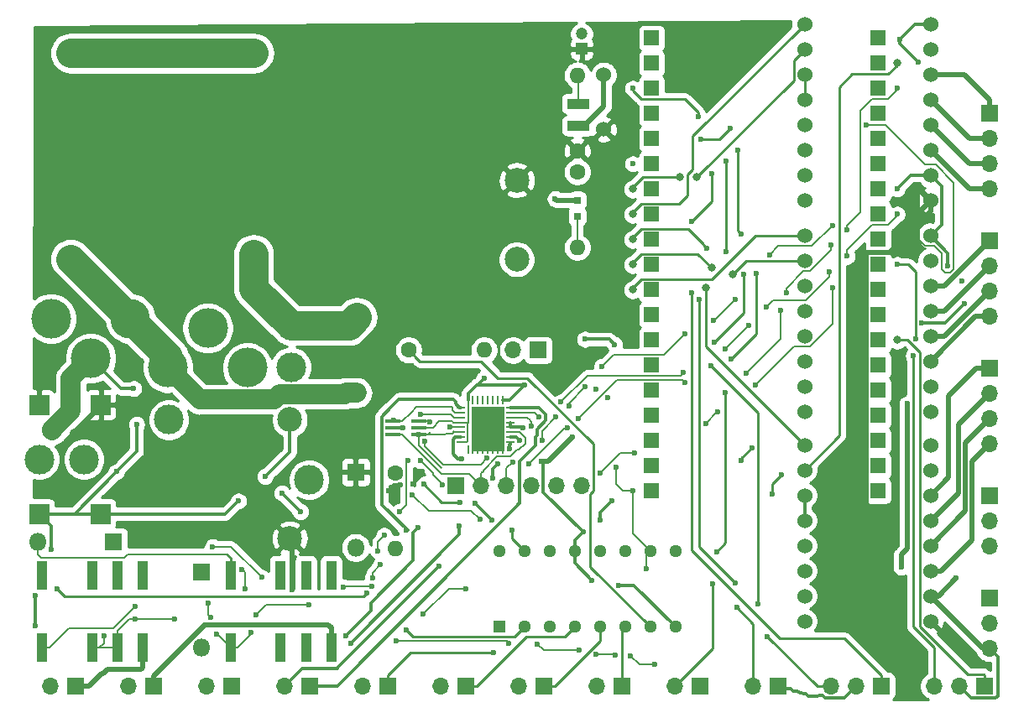
<source format=gbr>
G04 #@! TF.GenerationSoftware,KiCad,Pcbnew,5.1.5+dfsg1-2build2*
G04 #@! TF.CreationDate,2022-04-02T18:44:24-05:00*
G04 #@! TF.ProjectId,caden_final,63616465-6e5f-4666-996e-616c2e6b6963,rev?*
G04 #@! TF.SameCoordinates,Original*
G04 #@! TF.FileFunction,Copper,L1,Top*
G04 #@! TF.FilePolarity,Positive*
%FSLAX46Y46*%
G04 Gerber Fmt 4.6, Leading zero omitted, Abs format (unit mm)*
G04 Created by KiCad (PCBNEW 5.1.5+dfsg1-2build2) date 2022-04-02 18:44:24*
%MOMM*%
%LPD*%
G04 APERTURE LIST*
%ADD10C,0.100000*%
%ADD11R,0.254000X0.812800*%
%ADD12R,0.177800X0.812800*%
%ADD13R,0.812800X0.254000*%
%ADD14C,1.524000*%
%ADD15O,1.700000X1.700000*%
%ADD16R,1.700000X1.700000*%
%ADD17R,1.200000X1.200000*%
%ADD18C,1.200000*%
%ADD19R,2.250000X1.000000*%
%ADD20R,0.750000X0.800000*%
%ADD21C,3.000000*%
%ADD22R,2.000000X2.000000*%
%ADD23C,4.000000*%
%ADD24C,2.500000*%
%ADD25C,1.600000*%
%ADD26O,1.600000X1.600000*%
%ADD27C,2.800000*%
%ADD28O,2.800000X2.800000*%
%ADD29R,1.500000X0.400000*%
%ADD30R,1.295400X1.295400*%
%ADD31C,1.295400*%
%ADD32R,1.110000X3.000000*%
%ADD33R,1.800000X1.800000*%
%ADD34O,1.800000X1.800000*%
%ADD35R,1.524000X1.524000*%
%ADD36C,0.600000*%
%ADD37C,2.000000*%
%ADD38C,0.800000*%
%ADD39C,0.200000*%
%ADD40C,0.500000*%
%ADD41C,2.000000*%
%ADD42C,0.330000*%
%ADD43C,0.250000*%
%ADD44C,3.000000*%
%ADD45C,0.254000*%
G04 APERTURE END LIST*
D10*
G36*
X108470700Y-25666700D02*
G01*
X111671100Y-25666700D01*
X111671100Y-30060900D01*
X108470700Y-30060900D01*
X108470700Y-25666700D01*
G37*
X108470700Y-25666700D02*
X111671100Y-25666700D01*
X111671100Y-30060900D01*
X108470700Y-30060900D01*
X108470700Y-25666700D01*
D11*
X108105001Y-29959300D03*
D12*
X108559610Y-29959300D03*
D11*
X109070899Y-29959300D03*
X109570901Y-29959300D03*
X110070900Y-29959300D03*
X110570902Y-29959300D03*
X111070901Y-29959300D03*
D12*
X111582190Y-29959300D03*
D13*
X112331500Y-29232799D03*
X112331500Y-28732800D03*
X112331500Y-28232801D03*
X112331500Y-27732800D03*
X112331500Y-27232800D03*
X112331500Y-26732799D03*
X112331500Y-26232800D03*
X112331500Y-25732801D03*
D11*
X111604999Y-25006300D03*
X111105000Y-25006300D03*
X110605001Y-25006300D03*
X110105000Y-25006300D03*
X109605000Y-25006300D03*
X109104999Y-25006300D03*
X108605000Y-25006300D03*
X108105001Y-25006300D03*
D13*
X107378500Y-25732801D03*
X107378500Y-26232800D03*
X107378500Y-26732799D03*
X107378500Y-27232800D03*
X107378500Y-27732800D03*
X107378500Y-28232801D03*
X107378500Y-28732800D03*
X107378500Y-29232799D03*
D14*
X142049500Y-4826000D03*
X142049500Y-2286000D03*
X142049500Y254000D03*
X142049500Y2794000D03*
X142049500Y5334000D03*
X142049500Y7874000D03*
X142049500Y10414000D03*
X142049500Y12954000D03*
X154749500Y-4826000D03*
X154749500Y-2286000D03*
X154749500Y254000D03*
X154749500Y2794000D03*
X154749500Y5334000D03*
X154749500Y7874000D03*
X154749500Y10414000D03*
X154749500Y12954000D03*
X142049500Y-47307500D03*
X142049500Y-44767500D03*
X142049500Y-42227500D03*
X142049500Y-39687500D03*
X142049500Y-37147500D03*
X142049500Y-34607500D03*
X142049500Y-32067500D03*
X142049500Y-29527500D03*
X154749500Y-47307500D03*
X154749500Y-44767500D03*
X154749500Y-42227500D03*
X154749500Y-39687500D03*
X154749500Y-37147500D03*
X154749500Y-34607500D03*
X154749500Y-32067500D03*
X154749500Y-29527500D03*
X154749500Y-8386750D03*
X154749500Y-10926750D03*
X154749500Y-13466750D03*
X154749500Y-16006750D03*
X154749500Y-18546750D03*
X154749500Y-21086750D03*
X154749500Y-23626750D03*
X154749500Y-26166750D03*
X142049500Y-8386750D03*
X142049500Y-10926750D03*
X142049500Y-13466750D03*
X142049500Y-16006750D03*
X142049500Y-18546750D03*
X142049500Y-21086750D03*
X142049500Y-23626750D03*
X142049500Y-26166750D03*
D15*
X160718500Y-50038000D03*
D16*
X160718500Y-44958000D03*
D15*
X160718500Y-47498000D03*
X160718500Y-37147500D03*
D16*
X160718500Y-34607500D03*
D15*
X160718500Y-39687500D03*
X128968500Y-53848000D03*
D16*
X131508500Y-53848000D03*
X139382500Y-53848000D03*
D15*
X136842500Y-53848000D03*
D14*
X121793000Y2349500D03*
X121793000Y7849500D03*
D17*
X119570500Y10477500D03*
D18*
X119570500Y11977500D03*
D19*
X119189500Y2685000D03*
X119189500Y4935000D03*
D20*
X119126000Y-4813500D03*
X119126000Y-6413500D03*
D16*
X115189000Y-19939000D03*
D15*
X112649000Y-19939000D03*
X157670500Y-53848000D03*
D16*
X160210500Y-53848000D03*
D15*
X155130500Y-53848000D03*
X144716500Y-53848000D03*
D16*
X149796500Y-53848000D03*
D15*
X147256500Y-53848000D03*
D21*
X90233500Y-17462500D03*
X90233500Y-21662500D03*
D22*
X64856500Y-25463500D03*
X71056500Y-25463500D03*
X64856500Y-36463500D03*
X71056500Y-36463500D03*
D21*
X64856500Y-30963500D03*
X69356500Y-30963500D03*
D16*
X106870500Y-33591500D03*
D15*
X109410500Y-33591500D03*
X111950500Y-33591500D03*
X114490500Y-33591500D03*
X117030500Y-33591500D03*
X119570500Y-33591500D03*
D23*
X81851500Y-17716500D03*
X77851500Y-21716500D03*
X85851500Y-21716500D03*
X66040500Y-16764500D03*
X74040500Y-16764500D03*
X70040500Y-20764500D03*
D24*
X90125000Y-26970000D03*
D21*
X77925000Y-26970000D03*
D24*
X90125000Y-38970000D03*
D21*
X92075000Y-33020000D03*
D16*
X68516500Y-53848000D03*
D15*
X65976500Y-53848000D03*
D16*
X76390500Y-53848000D03*
D15*
X73850500Y-53848000D03*
X81724500Y-53848000D03*
D16*
X84264500Y-53848000D03*
X92138500Y-53848000D03*
D15*
X89598500Y-53848000D03*
D25*
X100774500Y-32321500D03*
D26*
X100774500Y-39941500D03*
D27*
X86487000Y10033000D03*
D28*
X86487000Y-10287000D03*
D25*
X119126000Y190500D03*
D26*
X119126000Y7810500D03*
X119126000Y-9588500D03*
D25*
X119126000Y-1968500D03*
X102108000Y-19939000D03*
D26*
X109728000Y-19939000D03*
X96901000Y-24257000D03*
D25*
X96901000Y-16637000D03*
D15*
X160718500Y-3649500D03*
D16*
X160718500Y3970500D03*
D15*
X160718500Y-1109500D03*
X160718500Y1430500D03*
X160718500Y-16540000D03*
D16*
X160718500Y-8920000D03*
D15*
X160718500Y-14000000D03*
X160718500Y-11460000D03*
X160718500Y-24287000D03*
X160718500Y-26827000D03*
D16*
X160718500Y-21747000D03*
D15*
X160718500Y-29367000D03*
X97472500Y-53848000D03*
D16*
X100012500Y-53848000D03*
D15*
X105346500Y-53848000D03*
D16*
X107886500Y-53848000D03*
D15*
X113220500Y-53848000D03*
D16*
X115760500Y-53848000D03*
X123634500Y-53848000D03*
D15*
X121094500Y-53848000D03*
D29*
X103158600Y-28437600D03*
X103158600Y-27787600D03*
X103158600Y-27137600D03*
X100498600Y-27137600D03*
X100498600Y-27787600D03*
X100498600Y-28437600D03*
D24*
X68030000Y-10770000D03*
X68030000Y10030000D03*
X113030000Y-10770000D03*
X113030000Y-2770000D03*
D30*
X111252000Y-47879000D03*
D31*
X113792000Y-47879000D03*
X116332000Y-47879000D03*
X118872000Y-47879000D03*
X121412000Y-47879000D03*
X123952000Y-47879000D03*
X126492000Y-47879000D03*
X129032000Y-47879000D03*
X129032000Y-40259000D03*
X126492000Y-40259000D03*
X123952000Y-40259000D03*
X121412000Y-40259000D03*
X118872000Y-40259000D03*
X116332000Y-40259000D03*
X113792000Y-40259000D03*
X111252000Y-40259000D03*
D32*
X75311000Y-42684500D03*
X75311000Y-49974500D03*
X72771000Y-49974500D03*
X72771000Y-42684500D03*
X70171000Y-49974500D03*
X70171000Y-42684500D03*
X65151000Y-42684500D03*
X65151000Y-49974500D03*
X84137500Y-49962000D03*
X84137500Y-42672000D03*
X89157500Y-42672000D03*
X89157500Y-49962000D03*
X91757500Y-42672000D03*
X91757500Y-49962000D03*
X94297500Y-49962000D03*
X94297500Y-42672000D03*
D33*
X96774000Y-32258000D03*
D34*
X96774000Y-39878000D03*
X81216500Y-49974500D03*
D33*
X81216500Y-42354500D03*
X72326500Y-39306500D03*
D34*
X64706500Y-39306500D03*
D35*
X126619000Y11557000D03*
X126619000Y9017000D03*
X126619000Y6477000D03*
X126619000Y3937000D03*
X126619000Y1397000D03*
X126619000Y-1143000D03*
X126619000Y-3683000D03*
X126619000Y-6223000D03*
X126619000Y-8763000D03*
X126619000Y-11303000D03*
X126619000Y-13843000D03*
X126619000Y-16383000D03*
X126619000Y-18923000D03*
X126619000Y-21463000D03*
X126619000Y-24003000D03*
X126619000Y-26543000D03*
X126619000Y-29083000D03*
X126619000Y-31623000D03*
X126619000Y-34163000D03*
X149479000Y11557000D03*
X149479000Y9017000D03*
X149479000Y6477000D03*
X149479000Y3937000D03*
X149479000Y1397000D03*
X149479000Y-1143000D03*
X149479000Y-3683000D03*
X149479000Y-6223000D03*
X149479000Y-8763000D03*
X149479000Y-11303000D03*
X149479000Y-13843000D03*
X149479000Y-16383000D03*
X149479000Y-18923000D03*
X149479000Y-21463000D03*
G04 #@! TA.AperFunction,ComponentPad*
D10*
G36*
X148717000Y-24765000D02*
G01*
X148717000Y-23241000D01*
X150241000Y-23241000D01*
X150241000Y-24765000D01*
X148717000Y-24765000D01*
G37*
G04 #@! TD.AperFunction*
D35*
X149479000Y-26543000D03*
X149479000Y-29083000D03*
X149479000Y-31623000D03*
X149479000Y-34163000D03*
D36*
X85623400Y-44069000D03*
X85318600Y-42062400D03*
X116890800Y-4673600D03*
D37*
X66141600Y-28016200D03*
D36*
X113792000Y-23469600D03*
X109728000Y-22809200D03*
X123317000Y-43688000D03*
X120624600Y-43205400D03*
X119710200Y-38277800D03*
X121412000Y-37109400D03*
X122580400Y-35179000D03*
X115519200Y-31140400D03*
X112293400Y-29895800D03*
X121031000Y-23926800D03*
X122229965Y-24693965D03*
X119913400Y-18846800D03*
X122910600Y-19380200D03*
X157353000Y-42926000D03*
X151688800Y11455400D03*
X153517600Y9169400D03*
X151384000Y-3683000D03*
X156489400Y-11480800D03*
X158216600Y-15265400D03*
X153872191Y-17221200D03*
X151790400Y-41859200D03*
X152412499Y-25357940D03*
X118618000Y-28702000D03*
X66090800Y-40030400D03*
X64856500Y-36463500D03*
X84963000Y-35179000D03*
X157911800Y-12979400D03*
X72644000Y-32207200D03*
X74396600Y-23825200D03*
X74676000Y-27432000D03*
X64414400Y-47777400D03*
X64414400Y-44704000D03*
X101510870Y-27763295D03*
X103301800Y-26390600D03*
X98475800Y-42916000D03*
X99288600Y-41579800D03*
X99030273Y-40212527D03*
X99644200Y-38658800D03*
X101219000Y-36245800D03*
X102006400Y-31115000D03*
X100863400Y-49301400D03*
X112242600Y-49504600D03*
X115087400Y-49606200D03*
X119354600Y-50241200D03*
X120980200Y-50673000D03*
X122986800Y-50749200D03*
X124485400Y-50800000D03*
X126936500Y-51689000D03*
X132791200Y-43535600D03*
X133172200Y-40284400D03*
X134061200Y-24231600D03*
X134670800Y-20828000D03*
X137185400Y-12192000D03*
X135686800Y-8229600D03*
X135331200Y228600D03*
X134594600Y2438400D03*
X131597400Y1320800D03*
X135191500Y-45910500D03*
X135064500Y-43434000D03*
X131445000Y-14795500D03*
X124714000Y-1143000D03*
D38*
X68351400Y-28295600D03*
X64856500Y-25463500D03*
D36*
X113675340Y-27748021D03*
X103505000Y-32181800D03*
X102514400Y-33477200D03*
X101274501Y-33553400D03*
X100069634Y-34093166D03*
X151739600Y-45897800D03*
X90322400Y-44091001D03*
X153568400Y-3632200D03*
X148301000Y2819400D03*
X137795000Y10439400D03*
X126085600Y-41986200D03*
X124714000Y-34163000D03*
X123001999Y-31800800D03*
X81915000Y-45516800D03*
X82169000Y-46888400D03*
X82753200Y-48615600D03*
X74549000Y-45817000D03*
X86207600Y-48412400D03*
X86715600Y-46659800D03*
X92075000Y-45641500D03*
X107924600Y-44018200D03*
X103581200Y-46609000D03*
X98374200Y-43764200D03*
X95529400Y-43865800D03*
X87274400Y-42891000D03*
X82346800Y-39801800D03*
D38*
X151384000Y-18923000D03*
D36*
X153037499Y-20483693D03*
X153247191Y-18837809D03*
X151384000Y-11303000D03*
X138303000Y-48831500D03*
X137350500Y-45529500D03*
X132588000Y-21526500D03*
X132905500Y-19177000D03*
X135890000Y-12319000D03*
X134112000Y-10033000D03*
X134112000Y-889000D03*
X130619500Y-14160500D03*
X130619500Y-6985000D03*
X132651500Y-2159000D03*
X131318000Y3619500D03*
X124714000Y6477000D03*
X114249200Y-31445200D03*
X118135400Y-27813000D03*
X119253000Y-26822400D03*
X129994500Y-23190200D03*
X136144000Y-22301200D03*
X139623800Y-15951200D03*
X140208000Y-14147800D03*
X144729200Y-9296400D03*
X146329400Y-7797800D03*
X151384000Y6477000D03*
X105496028Y-33537828D03*
X103276935Y-31114465D03*
X103158600Y-28487602D03*
X144856200Y-7366000D03*
X138531600Y-10301750D03*
X135077200Y-14859000D03*
X132867400Y-16967200D03*
X129994500Y-18262600D03*
X121615200Y-21564600D03*
X119938800Y-23622000D03*
X118262400Y-25603200D03*
X116941600Y-26720800D03*
X115549200Y-29032200D03*
X112610499Y-31222561D03*
X106248200Y-27730599D03*
X103758600Y-29137602D03*
X109982000Y-30865702D03*
X117449600Y-25196800D03*
X129844800Y-22199600D03*
X134035800Y-19837400D03*
X136448800Y-17424400D03*
X138201400Y-15595600D03*
X144576800Y-12014200D03*
X146354800Y-10464800D03*
X151384000Y-6223000D03*
X104267000Y-27178000D03*
X115269454Y-26700308D03*
X100634800Y-27025600D03*
X102489000Y-34518600D03*
X109296200Y-37033200D03*
X144881600Y-13614400D03*
X137109200Y-23469600D03*
X133248400Y-26212800D03*
X132070000Y-27355800D03*
X124891800Y-30360998D03*
X121437400Y-32359600D03*
X114488198Y-27625600D03*
X95808800Y-48793400D03*
X113284000Y-29083000D03*
X103073200Y-37820600D03*
X96266000Y-49530000D03*
X107238800Y-37668200D03*
X110591600Y-32858000D03*
X111130165Y-31424965D03*
X107492800Y-30876990D03*
X101900200Y-38150800D03*
X105137212Y-41787959D03*
X101854000Y-48183800D03*
X97866200Y-44500800D03*
X66611500Y-44005500D03*
X112522000Y-38125400D03*
X110540800Y-37058600D03*
X108839000Y-35382200D03*
X107289600Y-35306000D03*
X103632000Y-33477200D03*
D38*
X131191000Y-2476500D03*
X129513500Y-2476500D03*
X124714000Y-3683000D03*
X124714000Y-6223000D03*
X124714000Y-13843000D03*
X134810500Y-12255500D03*
X132651500Y-11620500D03*
X124714000Y-11303000D03*
X151384000Y9017000D03*
X132080000Y-13652500D03*
X124714000Y-8763000D03*
D36*
X132143500Y-9652000D03*
X110680500Y-50482500D03*
X135686800Y-31115000D03*
X136725500Y-29819600D03*
X138760200Y-34467800D03*
X139750800Y-32486600D03*
X91211400Y-36245800D03*
X89331800Y-34366200D03*
X87630000Y-32689800D03*
X65151000Y-42684500D03*
X74549000Y-47117000D03*
X78486000Y-47068500D03*
X72720200Y-48818800D03*
X71399400Y-48793400D03*
X89157500Y-49779400D03*
X91757500Y-49779400D03*
D39*
X104108600Y-27787600D02*
X103158600Y-27787600D01*
X104545402Y-27787600D02*
X104108600Y-27787600D01*
X105202404Y-27130598D02*
X104545402Y-27787600D01*
X106536201Y-27130598D02*
X105202404Y-27130598D01*
X106638403Y-27232800D02*
X106536201Y-27130598D01*
X107378500Y-27232800D02*
X106638403Y-27232800D01*
X85623400Y-42367200D02*
X85318600Y-42062400D01*
X85623400Y-44069000D02*
X85623400Y-42367200D01*
D40*
X117030700Y-4813500D02*
X116890800Y-4673600D01*
X119126000Y-4813500D02*
X117030700Y-4813500D01*
D41*
X68040501Y-26091899D02*
X66141600Y-27990800D01*
X68040501Y-22764499D02*
X68040501Y-26091899D01*
X70040500Y-20764500D02*
X68040501Y-22764499D01*
X66141600Y-27990800D02*
X66141600Y-28016200D01*
D42*
X112255300Y-25006300D02*
X113792000Y-23469600D01*
X111604999Y-25006300D02*
X112255300Y-25006300D01*
X108951298Y-23469600D02*
X113792000Y-23469600D01*
X108105001Y-24315897D02*
X108951298Y-23469600D01*
X108105001Y-25006300D02*
X108105001Y-24315897D01*
X109067600Y-23469600D02*
X109728000Y-22809200D01*
X108951298Y-23469600D02*
X109067600Y-23469600D01*
D39*
X107984900Y-27232800D02*
X107378500Y-27232800D01*
X108084901Y-27332801D02*
X107984900Y-27232800D01*
X108084901Y-29132798D02*
X108084901Y-27332801D01*
X107984900Y-29232799D02*
X108084901Y-29132798D01*
X107378500Y-29232799D02*
X107984900Y-29232799D01*
X108105001Y-27312701D02*
X108105001Y-25006300D01*
X108084901Y-27332801D02*
X108105001Y-27312701D01*
D42*
X124841000Y-43688000D02*
X123317000Y-43688000D01*
X129032000Y-47879000D02*
X124841000Y-43688000D01*
X118872000Y-41452800D02*
X118872000Y-40259000D01*
X120624600Y-43205400D02*
X118872000Y-41452800D01*
X118872000Y-39116000D02*
X119710200Y-38277800D01*
X118872000Y-40259000D02*
X118872000Y-39116000D01*
X121412000Y-36347400D02*
X122580400Y-35179000D01*
X121412000Y-37109400D02*
X121412000Y-36347400D01*
X115705501Y-34273101D02*
X115705501Y-32884499D01*
X119710200Y-38277800D02*
X115705501Y-34273101D01*
X115705501Y-31326701D02*
X115519200Y-31140400D01*
X115705501Y-32884499D02*
X115705501Y-31326701D01*
X112331500Y-29433436D02*
X112331500Y-29262810D01*
X112293400Y-29471536D02*
X112331500Y-29433436D01*
X112293400Y-29895800D02*
X112293400Y-29471536D01*
X122377200Y-18846800D02*
X122910600Y-19380200D01*
X119913400Y-18846800D02*
X122377200Y-18846800D01*
X153187400Y12954000D02*
X154749500Y12954000D01*
X151688800Y11455400D02*
X153187400Y12954000D01*
X151688800Y10998200D02*
X153517600Y9169400D01*
X151688800Y11455400D02*
X151688800Y10998200D01*
X155511499Y-3047999D02*
X154749500Y-2286000D01*
X155876501Y-3413001D02*
X155511499Y-3047999D01*
X155876501Y-7259749D02*
X155876501Y-3413001D01*
X154749500Y-8386750D02*
X155876501Y-7259749D01*
X152781000Y-2286000D02*
X151384000Y-3683000D01*
X154749500Y-2286000D02*
X152781000Y-2286000D01*
X156489400Y-10126650D02*
X156489400Y-11480800D01*
X154749500Y-8386750D02*
X156489400Y-10126650D01*
X156260800Y-17221200D02*
X153872191Y-17221200D01*
X158216600Y-15265400D02*
X156260800Y-17221200D01*
D40*
X152412499Y-39967101D02*
X152412499Y-25357940D01*
X151790400Y-40589200D02*
X152412499Y-39967101D01*
X151790400Y-41859200D02*
X151790400Y-40589200D01*
X155511500Y-44767500D02*
X157353000Y-42926000D01*
X154749500Y-44767500D02*
X155511500Y-44767500D01*
X160020000Y-50038000D02*
X160718500Y-50038000D01*
X154749500Y-44767500D02*
X160020000Y-50038000D01*
X121793000Y6771870D02*
X121793000Y7849500D01*
X121793000Y4663500D02*
X121793000Y6771870D01*
X119814500Y2685000D02*
X121793000Y4663500D01*
X119189500Y2685000D02*
X119814500Y2685000D01*
X116179600Y-31140400D02*
X118618000Y-28702000D01*
X115519200Y-31140400D02*
X116179600Y-31140400D01*
D42*
X66090800Y-37697800D02*
X64856500Y-36463500D01*
X66090800Y-40030400D02*
X66090800Y-37697800D01*
X66186500Y-36463500D02*
X71056500Y-36463500D01*
X64856500Y-36463500D02*
X66186500Y-36463500D01*
X71056500Y-36463500D02*
X83627700Y-36463500D01*
X84912200Y-35179000D02*
X84963000Y-35179000D01*
X83627700Y-36463500D02*
X84912200Y-35179000D01*
X161568499Y-50887999D02*
X160718500Y-50038000D01*
X161568499Y-54847003D02*
X161568499Y-50887999D01*
X161352501Y-55063001D02*
X161568499Y-54847003D01*
X158885501Y-55063001D02*
X161352501Y-55063001D01*
X157670500Y-53848000D02*
X158885501Y-55063001D01*
X140690600Y-54127400D02*
X139661900Y-54127400D01*
X147256500Y-53848000D02*
X146041499Y-55063001D01*
X139661900Y-54127400D02*
X139382500Y-53848000D01*
X146041499Y-55063001D02*
X144133299Y-55063001D01*
X144133299Y-55063001D02*
X143832698Y-54762400D01*
X143510000Y-54762400D02*
X143357600Y-54914800D01*
X143357600Y-54914800D02*
X142417800Y-54914800D01*
X142417800Y-54914800D02*
X142163800Y-54660800D01*
X142163800Y-54660800D02*
X141909800Y-54660800D01*
X140893800Y-54330600D02*
X140690600Y-54127400D01*
X141909800Y-54660800D02*
X141782800Y-54533800D01*
X143832698Y-54762400D02*
X143510000Y-54762400D01*
X141554200Y-54533800D02*
X141351000Y-54330600D01*
X141782800Y-54533800D02*
X141554200Y-54533800D01*
X141351000Y-54330600D02*
X140893800Y-54330600D01*
X64856500Y-36463500D02*
X68413100Y-36463500D01*
X68413100Y-36463500D02*
X72491600Y-32385000D01*
X72491600Y-32359600D02*
X72644000Y-32207200D01*
X72491600Y-32385000D02*
X72491600Y-32359600D01*
X73101200Y-23825200D02*
X74396600Y-23825200D01*
X70040500Y-20764500D02*
X73101200Y-23825200D01*
X74676000Y-30175200D02*
X72644000Y-32207200D01*
X74676000Y-27432000D02*
X74676000Y-30175200D01*
X64414400Y-47777400D02*
X64414400Y-44704000D01*
D39*
X101486565Y-27787600D02*
X101510870Y-27763295D01*
X100498600Y-27787600D02*
X101486565Y-27787600D01*
X106772100Y-26732799D02*
X107378500Y-26732799D01*
X106706401Y-26732799D02*
X106772100Y-26732799D01*
X106364202Y-26390600D02*
X106706401Y-26732799D01*
X103301800Y-26390600D02*
X106364202Y-26390600D01*
X98475800Y-42392600D02*
X99288600Y-41579800D01*
X98475800Y-42916000D02*
X98475800Y-42392600D01*
X99030273Y-39272727D02*
X99644200Y-38658800D01*
X99030273Y-40212527D02*
X99030273Y-39272727D01*
X101874501Y-31246899D02*
X102006400Y-31115000D01*
X101874501Y-35590299D02*
X101874501Y-31246899D01*
X101219000Y-36245800D02*
X101874501Y-35590299D01*
X112039400Y-49301400D02*
X112242600Y-49504600D01*
X100863400Y-49301400D02*
X112039400Y-49301400D01*
X115722400Y-50241200D02*
X119354600Y-50241200D01*
X115087400Y-49606200D02*
X115722400Y-50241200D01*
X122910600Y-50673000D02*
X122986800Y-50749200D01*
X120980200Y-50673000D02*
X122910600Y-50673000D01*
X125374400Y-51689000D02*
X126936500Y-51689000D01*
X124485400Y-50800000D02*
X125374400Y-51689000D01*
D43*
X132791200Y-50025300D02*
X132791200Y-43535600D01*
X128968500Y-53848000D02*
X132791200Y-50025300D01*
X134061200Y-39395400D02*
X134061200Y-24231600D01*
X133172200Y-40284400D02*
X134061200Y-39395400D01*
X137185400Y-18313400D02*
X137185400Y-12192000D01*
X134670800Y-20828000D02*
X137185400Y-18313400D01*
X135331200Y-7874000D02*
X135331200Y228600D01*
X135686800Y-8229600D02*
X135331200Y-7874000D01*
X133477000Y1320800D02*
X131597400Y1320800D01*
X134594600Y2438400D02*
X133477000Y1320800D01*
X136842500Y-47561500D02*
X135191500Y-45910500D01*
X136842500Y-53848000D02*
X136842500Y-47561500D01*
X131445000Y-39814500D02*
X131445000Y-14795500D01*
X135064500Y-43434000D02*
X131445000Y-39814500D01*
D40*
X71056500Y-25590500D02*
X68351400Y-28295600D01*
X71056500Y-25463500D02*
X71056500Y-25590500D01*
D42*
X112331500Y-27232800D02*
X112331500Y-27732800D01*
X113660119Y-27732800D02*
X113675340Y-27748021D01*
X112331500Y-27732800D02*
X113660119Y-27732800D01*
X103505000Y-32486600D02*
X102514400Y-33477200D01*
X103505000Y-32181800D02*
X103505000Y-32486600D01*
X100609400Y-33553400D02*
X100069634Y-34093166D01*
X101274501Y-33553400D02*
X100609400Y-33553400D01*
D40*
X148266999Y-42425199D02*
X151739600Y-45897800D01*
X148266999Y-10180999D02*
X148266999Y-42425199D01*
X148356999Y-10090999D02*
X148266999Y-10180999D01*
X150601001Y-10090999D02*
X148356999Y-10090999D01*
X154749500Y-5942500D02*
X150601001Y-10090999D01*
X154749500Y-4826000D02*
X154749500Y-5942500D01*
X90322400Y-39167400D02*
X90125000Y-38970000D01*
X90322400Y-44091001D02*
X90322400Y-39167400D01*
D39*
X153568400Y-3632200D02*
X153568400Y-8777412D01*
X153568400Y-8777412D02*
X154239739Y-9448751D01*
X154239739Y-9448751D02*
X155153879Y-9448751D01*
X155153879Y-9448751D02*
X155889399Y-10184271D01*
X155889399Y-10184271D02*
X155889399Y-11768801D01*
X156201399Y-12080801D02*
X156777401Y-12080801D01*
X157089401Y-3054139D02*
X155259261Y-1223999D01*
X155889399Y-11768801D02*
X156201399Y-12080801D01*
X156777401Y-12080801D02*
X157089401Y-11768801D01*
X157089401Y-11768801D02*
X157089401Y-3054139D01*
X154239739Y-1223999D02*
X150196340Y2819400D01*
X150196340Y2819400D02*
X148301000Y2819400D01*
X155259261Y-1223999D02*
X154239739Y-1223999D01*
X119189500Y7747000D02*
X119126000Y7810500D01*
X119189500Y4935000D02*
X119189500Y7747000D01*
X119126000Y-9588500D02*
X119126000Y-6413500D01*
X126085600Y-40665400D02*
X126492000Y-40259000D01*
X126085600Y-41986200D02*
X126085600Y-40665400D01*
X124714000Y-38481000D02*
X124714000Y-34163000D01*
X126492000Y-40259000D02*
X124714000Y-38481000D01*
X123752000Y-34163000D02*
X123001999Y-33412999D01*
X123001999Y-33412999D02*
X123001999Y-31800800D01*
X124714000Y-34163000D02*
X123752000Y-34163000D01*
X81915000Y-45516800D02*
X81915000Y-46101000D01*
X81915000Y-46634400D02*
X82169000Y-46888400D01*
X81915000Y-45516800D02*
X81915000Y-46634400D01*
X82791100Y-48615600D02*
X84137500Y-49962000D01*
X82753200Y-48615600D02*
X82791100Y-48615600D01*
X65906000Y-49974500D02*
X67823700Y-48056800D01*
X65151000Y-49974500D02*
X65906000Y-49974500D01*
X72309200Y-48056800D02*
X74549000Y-45817000D01*
X67823700Y-48056800D02*
X72309200Y-48056800D01*
X86207600Y-48646900D02*
X86207600Y-48412400D01*
X84892500Y-49962000D02*
X86207600Y-48646900D01*
X84137500Y-49962000D02*
X84892500Y-49962000D01*
X87733900Y-45641500D02*
X92075000Y-45641500D01*
X86715600Y-46659800D02*
X87733900Y-45641500D01*
X106172000Y-44018200D02*
X103581200Y-46609000D01*
X107924600Y-44018200D02*
X106172000Y-44018200D01*
X95631000Y-43764200D02*
X95529400Y-43865800D01*
X98374200Y-43764200D02*
X95631000Y-43764200D01*
X84185200Y-39801800D02*
X82346800Y-39801800D01*
X87274400Y-42891000D02*
X84185200Y-39801800D01*
D43*
X153662499Y-47829261D02*
X153662499Y-20137001D01*
X158506237Y-52672999D02*
X153662499Y-47829261D01*
X160135499Y-52672999D02*
X158506237Y-52672999D01*
X160210500Y-52748000D02*
X160135499Y-52672999D01*
X160210500Y-53848000D02*
X160210500Y-52748000D01*
X152448498Y-18923000D02*
X151384000Y-18923000D01*
X153662499Y-20137001D02*
X152448498Y-18923000D01*
X155130500Y-53848000D02*
X155130500Y-49974500D01*
X153037499Y-47881499D02*
X153037499Y-20483693D01*
X155130500Y-49974500D02*
X153037499Y-47881499D01*
X153247191Y-18837809D02*
X153247191Y-12023191D01*
X152527000Y-11303000D02*
X151384000Y-11303000D01*
X153247191Y-12023191D02*
X152527000Y-11303000D01*
X143319500Y-53848000D02*
X138303000Y-48831500D01*
X144716500Y-53848000D02*
X143319500Y-53848000D01*
X137350500Y-26289000D02*
X132588000Y-21526500D01*
X137350500Y-45529500D02*
X137350500Y-26289000D01*
X132905500Y-19177000D02*
X135890000Y-16192500D01*
X135890000Y-16192500D02*
X135890000Y-12319000D01*
X134112000Y-10033000D02*
X134112000Y-889000D01*
X149796500Y-52748000D02*
X146070500Y-49022000D01*
X149796500Y-53848000D02*
X149796500Y-52748000D01*
X146070500Y-49022000D02*
X140589000Y-49022000D01*
X140589000Y-49022000D02*
X139509500Y-49022000D01*
X130619500Y-40132000D02*
X130619500Y-14160500D01*
X139509500Y-49022000D02*
X130619500Y-40132000D01*
X132651500Y-4953000D02*
X132651500Y-2159000D01*
X130619500Y-6985000D02*
X132651500Y-4953000D01*
X124714000Y6272998D02*
X124714000Y6477000D01*
X125596999Y5389999D02*
X124714000Y6272998D01*
X129971765Y5389999D02*
X125596999Y5389999D01*
X131318000Y4043764D02*
X129971765Y5389999D01*
X131318000Y3619500D02*
X131318000Y4043764D01*
D44*
X86487000Y-13716000D02*
X90233500Y-17462500D01*
X86487000Y-10287000D02*
X86487000Y-13716000D01*
X96075500Y-17462500D02*
X96901000Y-16637000D01*
X90233500Y-17462500D02*
X96075500Y-17462500D01*
D39*
X104108600Y-28437600D02*
X104313399Y-28232801D01*
X103158600Y-28437600D02*
X103158600Y-28837600D01*
X117881400Y-27813000D02*
X118135400Y-27813000D01*
X114249200Y-31445200D02*
X117881400Y-27813000D01*
X129745299Y-22940999D02*
X129994500Y-23190200D01*
X123134401Y-22940999D02*
X129745299Y-22940999D01*
X119253000Y-26822400D02*
X123134401Y-22940999D01*
X139623800Y-18821400D02*
X139623800Y-15951200D01*
X136144000Y-22301200D02*
X139623800Y-18821400D01*
X144729200Y-9818812D02*
X144729200Y-9296400D01*
X142559261Y-11988751D02*
X144729200Y-9818812D01*
X141942785Y-11988751D02*
X142559261Y-11988751D01*
X140208000Y-13723536D02*
X141942785Y-11988751D01*
X140208000Y-14147800D02*
X140208000Y-13723536D01*
X146329400Y-7373536D02*
X147701000Y-6001936D01*
X146329400Y-7797800D02*
X146329400Y-7373536D01*
X151384000Y6317998D02*
X151384000Y6477000D01*
X150481001Y5414999D02*
X151384000Y6317998D01*
X148892997Y5414999D02*
X150481001Y5414999D01*
X147701000Y4223002D02*
X148892997Y5414999D01*
X147701000Y-6001936D02*
X147701000Y4223002D01*
X103972600Y-28437600D02*
X105776998Y-28437600D01*
X103158600Y-28437600D02*
X103972600Y-28437600D01*
X103972600Y-28437600D02*
X104108600Y-28437600D01*
X105776998Y-28437600D02*
X105883999Y-28330599D01*
X106568801Y-28330599D02*
X106739599Y-28159801D01*
X105883999Y-28330599D02*
X106568801Y-28330599D01*
X106772100Y-28232801D02*
X107378500Y-28232801D01*
X106739599Y-28200300D02*
X106772100Y-28232801D01*
X106739599Y-28159801D02*
X106739599Y-28200300D01*
X103158600Y-29581902D02*
X103158600Y-28437600D01*
X105453698Y-31877000D02*
X103158600Y-29581902D01*
X105496028Y-33487028D02*
X104571800Y-32562800D01*
X105496028Y-33537828D02*
X105496028Y-33487028D01*
X103325667Y-31114465D02*
X103276935Y-31114465D01*
X104571800Y-32360598D02*
X103325667Y-31114465D01*
X104571800Y-32562800D02*
X104571800Y-32360598D01*
X108560501Y-32741501D02*
X109410500Y-33591500D01*
X108260499Y-32441499D02*
X108560501Y-32741501D01*
X105452499Y-32441499D02*
X108260499Y-32441499D01*
X101448600Y-28437600D02*
X105452499Y-32441499D01*
X100498600Y-28437600D02*
X101448600Y-28437600D01*
X109410500Y-32389419D02*
X109643519Y-32156400D01*
X109410500Y-33591500D02*
X109410500Y-32389419D01*
X112937900Y-28232801D02*
X112331500Y-28232801D01*
X113321803Y-28232801D02*
X112937900Y-28232801D01*
X113884001Y-29371001D02*
X113884001Y-28794999D01*
X113240103Y-30014899D02*
X113884001Y-29371001D01*
X113884001Y-28794999D02*
X113321803Y-28232801D01*
X113037901Y-30014899D02*
X113240103Y-30014899D01*
X109643519Y-32156400D02*
X109643519Y-32063081D01*
X112387099Y-30665701D02*
X113037901Y-30014899D01*
X111040899Y-30665701D02*
X112387099Y-30665701D01*
X109643519Y-32063081D02*
X111040899Y-30665701D01*
X139384599Y-9448751D02*
X138531600Y-10301750D01*
X142773449Y-9448751D02*
X139384599Y-9448751D01*
X144856200Y-7366000D02*
X142773449Y-9448751D01*
X132969000Y-16967200D02*
X132867400Y-16967200D01*
X135077200Y-14859000D02*
X132969000Y-16967200D01*
X122778801Y-20400999D02*
X121615200Y-21564600D01*
X127856101Y-20400999D02*
X122778801Y-20400999D01*
X129994500Y-18262600D02*
X127856101Y-20400999D01*
X118262400Y-25298400D02*
X118262400Y-25603200D01*
X119938800Y-23622000D02*
X118262400Y-25298400D01*
X115549200Y-28113200D02*
X115549200Y-29032200D01*
X116941600Y-26720800D02*
X115549200Y-28113200D01*
X111950500Y-31882560D02*
X112610499Y-31222561D01*
X111950500Y-33591500D02*
X111950500Y-31882560D01*
X107376299Y-27730599D02*
X107378500Y-27732800D01*
X106248200Y-27730599D02*
X107376299Y-27730599D01*
X109824898Y-30708600D02*
X109982000Y-30865702D01*
X105619386Y-31476990D02*
X109370712Y-31476990D01*
X109370712Y-31476990D02*
X109982000Y-30865702D01*
X103758600Y-29616204D02*
X105619386Y-31476990D01*
X103758600Y-29137602D02*
X103758600Y-29616204D01*
X113100800Y-26232800D02*
X112331500Y-26232800D01*
X129519399Y-22525001D02*
X129844800Y-22199600D01*
X120121399Y-22525001D02*
X129519399Y-22525001D01*
X117449600Y-25196800D02*
X120121399Y-22525001D01*
X134035800Y-19837400D02*
X136448800Y-17424400D01*
X144576800Y-12511212D02*
X144576800Y-12014200D01*
X142143263Y-14944749D02*
X144576800Y-12511212D01*
X138852251Y-14944749D02*
X142143263Y-14944749D01*
X138201400Y-15595600D02*
X138852251Y-14944749D01*
X151384000Y-6382002D02*
X151384000Y-6223000D01*
X150481001Y-7285001D02*
X151384000Y-6382002D01*
X148892997Y-7285001D02*
X150481001Y-7285001D01*
X146354800Y-9823198D02*
X148892997Y-7285001D01*
X146354800Y-10464800D02*
X146354800Y-9823198D01*
X104226600Y-27137600D02*
X104267000Y-27178000D01*
X103158600Y-27137600D02*
X104226600Y-27137600D01*
X114801946Y-26232800D02*
X115269454Y-26700308D01*
X113100800Y-26232800D02*
X114801946Y-26232800D01*
X101448600Y-27137600D02*
X102353400Y-26232800D01*
X100498600Y-27137600D02*
X101448600Y-27137600D01*
X102367400Y-26232800D02*
X102402389Y-26197811D01*
X102353400Y-26232800D02*
X102367400Y-26232800D01*
X106772100Y-26232800D02*
X107378500Y-26232800D01*
X106527600Y-25988300D02*
X106772100Y-26232800D01*
X106527600Y-25730200D02*
X106527600Y-25988300D01*
X106451400Y-25654000D02*
X106527600Y-25730200D01*
X102920800Y-25654000D02*
X106451400Y-25654000D01*
X102353400Y-26221400D02*
X102920800Y-25654000D01*
X102353400Y-26232800D02*
X102353400Y-26221400D01*
X100522800Y-27137600D02*
X100634800Y-27025600D01*
X100498600Y-27137600D02*
X100522800Y-27137600D01*
X104140000Y-36169600D02*
X107823000Y-36169600D01*
X102489000Y-34518600D02*
X104140000Y-36169600D01*
X108432600Y-36169600D02*
X109296200Y-37033200D01*
X107823000Y-36169600D02*
X108432600Y-36169600D01*
X140970049Y-19608751D02*
X137109200Y-23469600D01*
X142559261Y-19608751D02*
X140970049Y-19608751D01*
X144881600Y-17286412D02*
X142559261Y-19608751D01*
X144881600Y-13614400D02*
X144881600Y-17286412D01*
X133213000Y-26212800D02*
X132070000Y-27355800D01*
X133248400Y-26212800D02*
X133213000Y-26212800D01*
X123436002Y-30360998D02*
X121437400Y-32359600D01*
X124891800Y-30360998D02*
X123436002Y-30360998D01*
X112331500Y-26732799D02*
X112937900Y-26732799D01*
X114057999Y-26732799D02*
X112331500Y-26732799D01*
X114376200Y-27051000D02*
X114057999Y-26732799D01*
X114376200Y-27089338D02*
X114376200Y-27051000D01*
X114488198Y-27201336D02*
X114376200Y-27089338D01*
X114488198Y-27625600D02*
X114488198Y-27201336D01*
D41*
X95769630Y-24257000D02*
X96901000Y-24257000D01*
X95664129Y-24362501D02*
X95769630Y-24257000D01*
X88552497Y-24916501D02*
X89106497Y-24362501D01*
X81051501Y-24916501D02*
X88552497Y-24916501D01*
X89106497Y-24362501D02*
X95664129Y-24362501D01*
X77851500Y-21716500D02*
X81051501Y-24916501D01*
D44*
X77851500Y-20575500D02*
X74040500Y-16764500D01*
X77851500Y-21716500D02*
X77851500Y-20575500D01*
X74024500Y-16764500D02*
X68030000Y-10770000D01*
X74040500Y-16764500D02*
X74024500Y-16764500D01*
D42*
X75311000Y-51804500D02*
X75311000Y-49974500D01*
D40*
X75139300Y-52146200D02*
X75311000Y-51974500D01*
X71704200Y-52146200D02*
X75139300Y-52146200D01*
X71166501Y-52547999D02*
X71302401Y-52547999D01*
X75311000Y-51974500D02*
X75311000Y-49974500D01*
X69866500Y-53848000D02*
X71166501Y-52547999D01*
X71302401Y-52547999D02*
X71704200Y-52146200D01*
X68516500Y-53848000D02*
X69866500Y-53848000D01*
D42*
X94297500Y-48132000D02*
X94297500Y-49962000D01*
X93766200Y-47600700D02*
X94297500Y-48132000D01*
X81457800Y-47600700D02*
X93766200Y-47600700D01*
D40*
X81542598Y-47650400D02*
X81559400Y-47650400D01*
X76390500Y-52802498D02*
X81542598Y-47650400D01*
X76390500Y-53848000D02*
X76390500Y-52802498D01*
D42*
X81559400Y-47650400D02*
X81457800Y-47600700D01*
D40*
X94297500Y-47962000D02*
X94297500Y-49962000D01*
X93985900Y-47650400D02*
X94297500Y-47962000D01*
X81542598Y-47650400D02*
X93985900Y-47650400D01*
D42*
X95808800Y-48793400D02*
X98323400Y-46278800D01*
X98323400Y-46278800D02*
X98323400Y-45440600D01*
X98323400Y-45440600D02*
X102565200Y-41198800D01*
X112933800Y-28732800D02*
X113284000Y-29083000D01*
X112331500Y-28732800D02*
X112933800Y-28732800D01*
X102565200Y-38328600D02*
X103073200Y-37820600D01*
X102565200Y-41198800D02*
X102565200Y-38328600D01*
X107238800Y-38557200D02*
X107238800Y-37668200D01*
X96266000Y-49530000D02*
X107238800Y-38557200D01*
X110591600Y-32858000D02*
X110591600Y-32181800D01*
X110591600Y-31963530D02*
X111130165Y-31424965D01*
X110591600Y-32181800D02*
X110591600Y-31963530D01*
X106824223Y-28732800D02*
X107378500Y-28732800D01*
X106607099Y-28949924D02*
X106824223Y-28732800D01*
X106607099Y-30415553D02*
X106607099Y-28949924D01*
X107068536Y-30876990D02*
X106607099Y-30415553D01*
X107492800Y-30876990D02*
X107068536Y-30876990D01*
X108140500Y-40601900D02*
X108140500Y-40551100D01*
X94894400Y-53848000D02*
X108140500Y-40601900D01*
X92138500Y-53848000D02*
X94894400Y-53848000D01*
X113055400Y-35661600D02*
X113165501Y-35526099D01*
X108140500Y-40551100D02*
X113055400Y-35661600D01*
X113275499Y-31199701D02*
X113275499Y-35441501D01*
X114884200Y-29591000D02*
X113275499Y-31199701D01*
X114884200Y-28712998D02*
X114884200Y-29591000D01*
X115084192Y-28513006D02*
X114884200Y-28712998D01*
X115084192Y-27920586D02*
X115084192Y-28513006D01*
X115951000Y-27053778D02*
X115084192Y-27920586D01*
X115951000Y-26441400D02*
X115951000Y-27053778D01*
X115242401Y-25732801D02*
X115951000Y-26441400D01*
X113275499Y-35441501D02*
X113055400Y-35661600D01*
X112331500Y-25732801D02*
X115242401Y-25732801D01*
X89598500Y-53848000D02*
X91376500Y-52070000D01*
X91376500Y-52070000D02*
X94901502Y-52070000D01*
X99383599Y-35527999D02*
X102006400Y-38150800D01*
X99383599Y-26645599D02*
X99383599Y-35527999D01*
X100296397Y-25732801D02*
X99383599Y-26645599D01*
X102006400Y-38150800D02*
X101900200Y-38150800D01*
X94901502Y-52023669D02*
X94901502Y-52070000D01*
X105137212Y-41787959D02*
X94901502Y-52023669D01*
X100296397Y-25732801D02*
X100301999Y-25732801D01*
X100301999Y-25732801D02*
X101142800Y-24892000D01*
X101142800Y-24892000D02*
X106603800Y-24892000D01*
X106603800Y-24892000D02*
X106832400Y-25120600D01*
X106832400Y-25120600D02*
X106832400Y-25323800D01*
X107241401Y-25732801D02*
X107378500Y-25732801D01*
X106832400Y-25323800D02*
X107241401Y-25732801D01*
D43*
X102521901Y-48851701D02*
X101854000Y-48183800D01*
X112819299Y-48851701D02*
X102521901Y-48851701D01*
X113792000Y-47879000D02*
X112819299Y-48851701D01*
X67406799Y-44800799D02*
X66611500Y-44005500D01*
X97566201Y-44800799D02*
X67406799Y-44800799D01*
X97866200Y-44500800D02*
X97566201Y-44800799D01*
X112522000Y-38989000D02*
X112522000Y-38125400D01*
X113792000Y-40259000D02*
X112522000Y-38989000D01*
X110515400Y-37058600D02*
X108839000Y-35382200D01*
X110540800Y-37058600D02*
X110515400Y-37058600D01*
X105460800Y-35306000D02*
X103632000Y-33477200D01*
X107289600Y-35306000D02*
X105460800Y-35306000D01*
D44*
X68033000Y10033000D02*
X68030000Y10030000D01*
X86487000Y10033000D02*
X68033000Y10033000D01*
D43*
X102907999Y-20738999D02*
X102108000Y-19939000D01*
X103233001Y-21064001D02*
X102907999Y-20738999D01*
X114096800Y-22758400D02*
X111132178Y-22758400D01*
X109437779Y-21064001D02*
X103233001Y-21064001D01*
X120745501Y-29407101D02*
X114096800Y-22758400D01*
X120439299Y-34461703D02*
X120745501Y-34155501D01*
X120439299Y-41826299D02*
X120439299Y-34461703D01*
X111132178Y-22758400D02*
X109437779Y-21064001D01*
X120745501Y-34155501D02*
X120745501Y-29407101D01*
X126492000Y-47879000D02*
X120439299Y-41826299D01*
D40*
X158653000Y-3649500D02*
X160718500Y-3649500D01*
X154749500Y254000D02*
X158653000Y-3649500D01*
X160718500Y5320500D02*
X160718500Y3970500D01*
X158165000Y7874000D02*
X160718500Y5320500D01*
X154749500Y7874000D02*
X158165000Y7874000D01*
X158653000Y-1109500D02*
X160718500Y-1109500D01*
X154749500Y2794000D02*
X158653000Y-1109500D01*
X158653000Y1430500D02*
X160718500Y1430500D01*
X154749500Y5334000D02*
X158653000Y1430500D01*
X159296250Y-16540000D02*
X154749500Y-21086750D01*
X160718500Y-16540000D02*
X159296250Y-16540000D01*
X156171750Y-13466750D02*
X160718500Y-8920000D01*
X154749500Y-13466750D02*
X156171750Y-13466750D01*
X156171750Y-18546750D02*
X160718500Y-14000000D01*
X154749500Y-18546750D02*
X156171750Y-18546750D01*
X156171750Y-16006750D02*
X160718500Y-11460000D01*
X154749500Y-16006750D02*
X156171750Y-16006750D01*
X154749500Y-37147500D02*
X157543500Y-34353500D01*
X157543500Y-27462000D02*
X160718500Y-24287000D01*
X157543500Y-34353500D02*
X157543500Y-27462000D01*
X154749500Y-39687500D02*
X158243510Y-36193490D01*
X158243510Y-29301990D02*
X160718500Y-26827000D01*
X158243510Y-36193490D02*
X158243510Y-29301990D01*
X154749500Y-34607500D02*
X156591000Y-32766000D01*
X156591000Y-24524500D02*
X159368500Y-21747000D01*
X159368500Y-21747000D02*
X160718500Y-21747000D01*
X156591000Y-32766000D02*
X156591000Y-24524500D01*
X155827130Y-42227500D02*
X158943520Y-39111110D01*
X154749500Y-42227500D02*
X155827130Y-42227500D01*
X158943520Y-31141980D02*
X160718500Y-29367000D01*
X158943520Y-39111110D02*
X158943520Y-31141980D01*
D43*
X142049500Y6796370D02*
X142049500Y5334000D01*
X142049500Y7874000D02*
X142049500Y6796370D01*
X140962499Y7294999D02*
X131191000Y-2476500D01*
X140962499Y9326999D02*
X140962499Y7294999D01*
X142049500Y10414000D02*
X140962499Y9326999D01*
X124714000Y-3478998D02*
X124714000Y-3683000D01*
X125716498Y-2476500D02*
X124714000Y-3478998D01*
X129513500Y-2476500D02*
X125716498Y-2476500D01*
X142049500Y12954000D02*
X130746500Y1651000D01*
X130746500Y-1664502D02*
X130238500Y-2172502D01*
X130746500Y1651000D02*
X130746500Y-1664502D01*
X130238500Y-2172502D02*
X130238500Y-4318000D01*
X124714000Y-6018998D02*
X124714000Y-6223000D01*
X125596999Y-5135999D02*
X124714000Y-6018998D01*
X129420501Y-5135999D02*
X125596999Y-5135999D01*
X130238500Y-4318000D02*
X129420501Y-5135999D01*
X142049500Y-8386750D02*
X137091750Y-8386750D01*
X124714000Y-13638998D02*
X124714000Y-13843000D01*
X125596999Y-12755999D02*
X124714000Y-13638998D01*
X132722501Y-12755999D02*
X125596999Y-12755999D01*
X137091750Y-8386750D02*
X132722501Y-12755999D01*
X136139250Y-10926750D02*
X134810500Y-12255500D01*
X142049500Y-10926750D02*
X136139250Y-10926750D01*
X124714000Y-11098998D02*
X124714000Y-11303000D01*
X125596999Y-10215999D02*
X124714000Y-11098998D01*
X131246999Y-10215999D02*
X125596999Y-10215999D01*
X132651500Y-11620500D02*
X131246999Y-10215999D01*
D42*
X142049500Y-34607500D02*
X142049500Y-37147500D01*
D43*
X142049500Y-32067500D02*
X145542000Y-28575000D01*
X145542000Y-28575000D02*
X145542000Y6604000D01*
X151384000Y8812998D02*
X151384000Y9017000D01*
X150501001Y7929999D02*
X151384000Y8812998D01*
X146867999Y7929999D02*
X150501001Y7929999D01*
X145542000Y6604000D02*
X146867999Y7929999D01*
X132080000Y-19558000D02*
X132080000Y-13652500D01*
X142049500Y-29527500D02*
X132080000Y-19558000D01*
X124714000Y-8558998D02*
X124714000Y-8763000D01*
X125596999Y-7675999D02*
X124714000Y-8558998D01*
X130291816Y-7675999D02*
X125596999Y-7675999D01*
X131843501Y-9227684D02*
X130291816Y-7675999D01*
X131843501Y-9352001D02*
X131843501Y-9227684D01*
X132143500Y-9652000D02*
X131843501Y-9352001D01*
X100012500Y-52748000D02*
X102278000Y-50482500D01*
X100012500Y-53848000D02*
X100012500Y-52748000D01*
X102278000Y-50482500D02*
X110680500Y-50482500D01*
X118224301Y-48526699D02*
X118872000Y-47879000D01*
X117899299Y-48851701D02*
X118224301Y-48526699D01*
X113982799Y-48851701D02*
X117899299Y-48851701D01*
X108986500Y-53848000D02*
X113982799Y-48851701D01*
X107886500Y-53848000D02*
X108986500Y-53848000D01*
X121412000Y-48794986D02*
X121412000Y-47879000D01*
X121412000Y-49296500D02*
X121412000Y-48794986D01*
X116860500Y-53848000D02*
X121412000Y-49296500D01*
X115760500Y-53848000D02*
X116860500Y-53848000D01*
X123634500Y-48196500D02*
X123952000Y-47879000D01*
X123634500Y-53848000D02*
X123634500Y-48196500D01*
X135686800Y-30858300D02*
X136725500Y-29819600D01*
X135686800Y-31115000D02*
X135686800Y-30858300D01*
X138760200Y-33477200D02*
X139750800Y-32486600D01*
X138760200Y-34467800D02*
X138760200Y-33477200D01*
D42*
X90125000Y-30194800D02*
X87630000Y-32689800D01*
X90125000Y-26970000D02*
X90125000Y-30194800D01*
X89331800Y-34366200D02*
X91211400Y-36245800D01*
D43*
X84137500Y-40922000D02*
X83747001Y-40531501D01*
X84137500Y-42672000D02*
X84137500Y-40922000D01*
D39*
X65011707Y-40884499D02*
X64706500Y-40579292D01*
X73440901Y-40884499D02*
X65011707Y-40884499D01*
X64706500Y-40579292D02*
X64706500Y-39306500D01*
X73793899Y-40531501D02*
X73440901Y-40884499D01*
X83747001Y-40531501D02*
X73793899Y-40531501D01*
X73928500Y-47117000D02*
X74549000Y-47117000D01*
X72771000Y-48274500D02*
X73928500Y-47117000D01*
X78437500Y-47117000D02*
X78486000Y-47068500D01*
X74549000Y-47117000D02*
X78437500Y-47117000D01*
X72771000Y-48869600D02*
X72720200Y-48818800D01*
X72771000Y-49974500D02*
X72771000Y-48869600D01*
X72720200Y-48818800D02*
X72771000Y-48274500D01*
X70926000Y-49974500D02*
X71399400Y-49501100D01*
X71399400Y-49501100D02*
X71399400Y-48793400D01*
X70171000Y-49974500D02*
X70926000Y-49974500D01*
X70171000Y-49974500D02*
X72771000Y-49974500D01*
D45*
G36*
X148078928Y-9525000D02*
G01*
X148091188Y-9649482D01*
X148127498Y-9769180D01*
X148186463Y-9879494D01*
X148265815Y-9976185D01*
X148335044Y-10033000D01*
X148265815Y-10089815D01*
X148186463Y-10186506D01*
X148127498Y-10296820D01*
X148091188Y-10416518D01*
X148078928Y-10541000D01*
X148078928Y-12065000D01*
X148091188Y-12189482D01*
X148127498Y-12309180D01*
X148186463Y-12419494D01*
X148265815Y-12516185D01*
X148335044Y-12573000D01*
X148265815Y-12629815D01*
X148186463Y-12726506D01*
X148127498Y-12836820D01*
X148091188Y-12956518D01*
X148078928Y-13081000D01*
X148078928Y-14605000D01*
X148091188Y-14729482D01*
X148127498Y-14849180D01*
X148186463Y-14959494D01*
X148265815Y-15056185D01*
X148335044Y-15113000D01*
X148265815Y-15169815D01*
X148186463Y-15266506D01*
X148127498Y-15376820D01*
X148091188Y-15496518D01*
X148078928Y-15621000D01*
X148078928Y-17145000D01*
X148091188Y-17269482D01*
X148127498Y-17389180D01*
X148186463Y-17499494D01*
X148265815Y-17596185D01*
X148335044Y-17653000D01*
X148265815Y-17709815D01*
X148186463Y-17806506D01*
X148127498Y-17916820D01*
X148091188Y-18036518D01*
X148078928Y-18161000D01*
X148078928Y-19685000D01*
X148091188Y-19809482D01*
X148127498Y-19929180D01*
X148186463Y-20039494D01*
X148265815Y-20136185D01*
X148335044Y-20193000D01*
X148265815Y-20249815D01*
X148186463Y-20346506D01*
X148127498Y-20456820D01*
X148091188Y-20576518D01*
X148078928Y-20701000D01*
X148078928Y-22225000D01*
X148091188Y-22349482D01*
X148127498Y-22469180D01*
X148186463Y-22579494D01*
X148265815Y-22676185D01*
X148335044Y-22733000D01*
X148265815Y-22789815D01*
X148186463Y-22886506D01*
X148127498Y-22996820D01*
X148091188Y-23116518D01*
X148078928Y-23241000D01*
X148078928Y-24765000D01*
X148091188Y-24889482D01*
X148127498Y-25009180D01*
X148186463Y-25119494D01*
X148265815Y-25216185D01*
X148335044Y-25273000D01*
X148265815Y-25329815D01*
X148186463Y-25426506D01*
X148127498Y-25536820D01*
X148091188Y-25656518D01*
X148078928Y-25781000D01*
X148078928Y-27305000D01*
X148091188Y-27429482D01*
X148127498Y-27549180D01*
X148186463Y-27659494D01*
X148265815Y-27756185D01*
X148335044Y-27813000D01*
X148265815Y-27869815D01*
X148186463Y-27966506D01*
X148127498Y-28076820D01*
X148091188Y-28196518D01*
X148078928Y-28321000D01*
X148078928Y-29845000D01*
X148091188Y-29969482D01*
X148127498Y-30089180D01*
X148186463Y-30199494D01*
X148265815Y-30296185D01*
X148335044Y-30353000D01*
X148265815Y-30409815D01*
X148186463Y-30506506D01*
X148127498Y-30616820D01*
X148091188Y-30736518D01*
X148078928Y-30861000D01*
X148078928Y-32385000D01*
X148091188Y-32509482D01*
X148127498Y-32629180D01*
X148186463Y-32739494D01*
X148265815Y-32836185D01*
X148335044Y-32893000D01*
X148265815Y-32949815D01*
X148186463Y-33046506D01*
X148127498Y-33156820D01*
X148091188Y-33276518D01*
X148078928Y-33401000D01*
X148078928Y-34925000D01*
X148091188Y-35049482D01*
X148127498Y-35169180D01*
X148186463Y-35279494D01*
X148265815Y-35376185D01*
X148362506Y-35455537D01*
X148472820Y-35514502D01*
X148592518Y-35550812D01*
X148717000Y-35563072D01*
X150241000Y-35563072D01*
X150365482Y-35550812D01*
X150485180Y-35514502D01*
X150595494Y-35455537D01*
X150692185Y-35376185D01*
X150771537Y-35279494D01*
X150830502Y-35169180D01*
X150866812Y-35049482D01*
X150879072Y-34925000D01*
X150879072Y-33401000D01*
X150866812Y-33276518D01*
X150830502Y-33156820D01*
X150771537Y-33046506D01*
X150692185Y-32949815D01*
X150622956Y-32893000D01*
X150692185Y-32836185D01*
X150771537Y-32739494D01*
X150830502Y-32629180D01*
X150866812Y-32509482D01*
X150879072Y-32385000D01*
X150879072Y-30861000D01*
X150866812Y-30736518D01*
X150830502Y-30616820D01*
X150771537Y-30506506D01*
X150692185Y-30409815D01*
X150622956Y-30353000D01*
X150692185Y-30296185D01*
X150771537Y-30199494D01*
X150830502Y-30089180D01*
X150866812Y-29969482D01*
X150879072Y-29845000D01*
X150879072Y-28321000D01*
X150866812Y-28196518D01*
X150830502Y-28076820D01*
X150771537Y-27966506D01*
X150692185Y-27869815D01*
X150622956Y-27813000D01*
X150692185Y-27756185D01*
X150771537Y-27659494D01*
X150830502Y-27549180D01*
X150866812Y-27429482D01*
X150879072Y-27305000D01*
X150879072Y-25781000D01*
X150866812Y-25656518D01*
X150830502Y-25536820D01*
X150771537Y-25426506D01*
X150692185Y-25329815D01*
X150622956Y-25273000D01*
X150692185Y-25216185D01*
X150771537Y-25119494D01*
X150830502Y-25009180D01*
X150866812Y-24889482D01*
X150879072Y-24765000D01*
X150879072Y-23241000D01*
X150866812Y-23116518D01*
X150830502Y-22996820D01*
X150771537Y-22886506D01*
X150692185Y-22789815D01*
X150622956Y-22733000D01*
X150692185Y-22676185D01*
X150771537Y-22579494D01*
X150830502Y-22469180D01*
X150866812Y-22349482D01*
X150879072Y-22225000D01*
X150879072Y-20701000D01*
X150866812Y-20576518D01*
X150830502Y-20456820D01*
X150771537Y-20346506D01*
X150692185Y-20249815D01*
X150622956Y-20193000D01*
X150692185Y-20136185D01*
X150771537Y-20039494D01*
X150830502Y-19929180D01*
X150863602Y-19820065D01*
X150893744Y-19840205D01*
X151082102Y-19918226D01*
X151282061Y-19958000D01*
X151485939Y-19958000D01*
X151685898Y-19918226D01*
X151874256Y-19840205D01*
X152043774Y-19726937D01*
X152087711Y-19683000D01*
X152133697Y-19683000D01*
X152324799Y-19874103D01*
X152311237Y-19887665D01*
X152208913Y-20040804D01*
X152138431Y-20210964D01*
X152102499Y-20391604D01*
X152102499Y-20575782D01*
X152138431Y-20756422D01*
X152208913Y-20926582D01*
X152277500Y-21029230D01*
X152277500Y-24431475D01*
X152139770Y-24458872D01*
X151969610Y-24529354D01*
X151816471Y-24631678D01*
X151686237Y-24761912D01*
X151583913Y-24915051D01*
X151513431Y-25085211D01*
X151477499Y-25265851D01*
X151477499Y-25450029D01*
X151513431Y-25630669D01*
X151527500Y-25664635D01*
X151527499Y-39600522D01*
X151195351Y-39932671D01*
X151161584Y-39960383D01*
X151133871Y-39994151D01*
X151133868Y-39994154D01*
X151050990Y-40095141D01*
X150968812Y-40248887D01*
X150918205Y-40415710D01*
X150901119Y-40589200D01*
X150905401Y-40632678D01*
X150905400Y-41552507D01*
X150891332Y-41586471D01*
X150855400Y-41767111D01*
X150855400Y-41951289D01*
X150891332Y-42131929D01*
X150961814Y-42302089D01*
X151064138Y-42455228D01*
X151194372Y-42585462D01*
X151347511Y-42687786D01*
X151517671Y-42758268D01*
X151698311Y-42794200D01*
X151882489Y-42794200D01*
X152063129Y-42758268D01*
X152233289Y-42687786D01*
X152277499Y-42658246D01*
X152277499Y-47844177D01*
X152273823Y-47881499D01*
X152277499Y-47918821D01*
X152277499Y-47918831D01*
X152288496Y-48030484D01*
X152323305Y-48145235D01*
X152331953Y-48173745D01*
X152402525Y-48305775D01*
X152428576Y-48337518D01*
X152497498Y-48421500D01*
X152526501Y-48445303D01*
X154370501Y-50289304D01*
X154370500Y-52569821D01*
X154183868Y-52694525D01*
X153977025Y-52901368D01*
X153814510Y-53144589D01*
X153702568Y-53414842D01*
X153645500Y-53701740D01*
X153645500Y-53994260D01*
X153702568Y-54281158D01*
X153814510Y-54551411D01*
X153977025Y-54794632D01*
X154183868Y-55001475D01*
X154427089Y-55163990D01*
X154562310Y-55220000D01*
X151011396Y-55220000D01*
X151097685Y-55149185D01*
X151177037Y-55052494D01*
X151236002Y-54942180D01*
X151272312Y-54822482D01*
X151284572Y-54698000D01*
X151284572Y-52998000D01*
X151272312Y-52873518D01*
X151236002Y-52753820D01*
X151177037Y-52643506D01*
X151097685Y-52546815D01*
X151000994Y-52467463D01*
X150890680Y-52408498D01*
X150770982Y-52372188D01*
X150646500Y-52359928D01*
X150450826Y-52359928D01*
X150431474Y-52323724D01*
X150336501Y-52207999D01*
X150307503Y-52184201D01*
X146634304Y-48511003D01*
X146610501Y-48481999D01*
X146494776Y-48387026D01*
X146362747Y-48316454D01*
X146219486Y-48272997D01*
X146107833Y-48262000D01*
X146107822Y-48262000D01*
X146070500Y-48258324D01*
X146033178Y-48262000D01*
X143070655Y-48262000D01*
X143134620Y-48198035D01*
X143287505Y-47969227D01*
X143392814Y-47714990D01*
X143446500Y-47445092D01*
X143446500Y-47169908D01*
X143392814Y-46900010D01*
X143287505Y-46645773D01*
X143134620Y-46416965D01*
X142940035Y-46222380D01*
X142711227Y-46069495D01*
X142633985Y-46037500D01*
X142711227Y-46005505D01*
X142940035Y-45852620D01*
X143134620Y-45658035D01*
X143287505Y-45429227D01*
X143392814Y-45174990D01*
X143446500Y-44905092D01*
X143446500Y-44629908D01*
X143392814Y-44360010D01*
X143287505Y-44105773D01*
X143134620Y-43876965D01*
X142940035Y-43682380D01*
X142711227Y-43529495D01*
X142633985Y-43497500D01*
X142711227Y-43465505D01*
X142940035Y-43312620D01*
X143134620Y-43118035D01*
X143287505Y-42889227D01*
X143392814Y-42634990D01*
X143446500Y-42365092D01*
X143446500Y-42089908D01*
X143392814Y-41820010D01*
X143287505Y-41565773D01*
X143134620Y-41336965D01*
X142940035Y-41142380D01*
X142711227Y-40989495D01*
X142633985Y-40957500D01*
X142711227Y-40925505D01*
X142940035Y-40772620D01*
X143134620Y-40578035D01*
X143287505Y-40349227D01*
X143392814Y-40094990D01*
X143446500Y-39825092D01*
X143446500Y-39549908D01*
X143392814Y-39280010D01*
X143287505Y-39025773D01*
X143134620Y-38796965D01*
X142940035Y-38602380D01*
X142711227Y-38449495D01*
X142633985Y-38417500D01*
X142711227Y-38385505D01*
X142940035Y-38232620D01*
X143134620Y-38038035D01*
X143287505Y-37809227D01*
X143392814Y-37554990D01*
X143446500Y-37285092D01*
X143446500Y-37009908D01*
X143392814Y-36740010D01*
X143287505Y-36485773D01*
X143134620Y-36256965D01*
X142940035Y-36062380D01*
X142849500Y-36001886D01*
X142849500Y-35753114D01*
X142940035Y-35692620D01*
X143134620Y-35498035D01*
X143287505Y-35269227D01*
X143392814Y-35014990D01*
X143446500Y-34745092D01*
X143446500Y-34469908D01*
X143392814Y-34200010D01*
X143287505Y-33945773D01*
X143134620Y-33716965D01*
X142940035Y-33522380D01*
X142711227Y-33369495D01*
X142633985Y-33337500D01*
X142711227Y-33305505D01*
X142940035Y-33152620D01*
X143134620Y-32958035D01*
X143287505Y-32729227D01*
X143392814Y-32474990D01*
X143446500Y-32205092D01*
X143446500Y-31929908D01*
X143415872Y-31775929D01*
X146053004Y-29138798D01*
X146082001Y-29115001D01*
X146176974Y-28999276D01*
X146247546Y-28867247D01*
X146291003Y-28723986D01*
X146302000Y-28612333D01*
X146302000Y-28612323D01*
X146305676Y-28575000D01*
X146302000Y-28537677D01*
X146302000Y-11399800D01*
X146446889Y-11399800D01*
X146627529Y-11363868D01*
X146797689Y-11293386D01*
X146950828Y-11191062D01*
X147081062Y-11060828D01*
X147183386Y-10907689D01*
X147253868Y-10737529D01*
X147289800Y-10556889D01*
X147289800Y-10372711D01*
X147253868Y-10192071D01*
X147186944Y-10030500D01*
X148078928Y-9138516D01*
X148078928Y-9525000D01*
G37*
X148078928Y-9525000D02*
X148091188Y-9649482D01*
X148127498Y-9769180D01*
X148186463Y-9879494D01*
X148265815Y-9976185D01*
X148335044Y-10033000D01*
X148265815Y-10089815D01*
X148186463Y-10186506D01*
X148127498Y-10296820D01*
X148091188Y-10416518D01*
X148078928Y-10541000D01*
X148078928Y-12065000D01*
X148091188Y-12189482D01*
X148127498Y-12309180D01*
X148186463Y-12419494D01*
X148265815Y-12516185D01*
X148335044Y-12573000D01*
X148265815Y-12629815D01*
X148186463Y-12726506D01*
X148127498Y-12836820D01*
X148091188Y-12956518D01*
X148078928Y-13081000D01*
X148078928Y-14605000D01*
X148091188Y-14729482D01*
X148127498Y-14849180D01*
X148186463Y-14959494D01*
X148265815Y-15056185D01*
X148335044Y-15113000D01*
X148265815Y-15169815D01*
X148186463Y-15266506D01*
X148127498Y-15376820D01*
X148091188Y-15496518D01*
X148078928Y-15621000D01*
X148078928Y-17145000D01*
X148091188Y-17269482D01*
X148127498Y-17389180D01*
X148186463Y-17499494D01*
X148265815Y-17596185D01*
X148335044Y-17653000D01*
X148265815Y-17709815D01*
X148186463Y-17806506D01*
X148127498Y-17916820D01*
X148091188Y-18036518D01*
X148078928Y-18161000D01*
X148078928Y-19685000D01*
X148091188Y-19809482D01*
X148127498Y-19929180D01*
X148186463Y-20039494D01*
X148265815Y-20136185D01*
X148335044Y-20193000D01*
X148265815Y-20249815D01*
X148186463Y-20346506D01*
X148127498Y-20456820D01*
X148091188Y-20576518D01*
X148078928Y-20701000D01*
X148078928Y-22225000D01*
X148091188Y-22349482D01*
X148127498Y-22469180D01*
X148186463Y-22579494D01*
X148265815Y-22676185D01*
X148335044Y-22733000D01*
X148265815Y-22789815D01*
X148186463Y-22886506D01*
X148127498Y-22996820D01*
X148091188Y-23116518D01*
X148078928Y-23241000D01*
X148078928Y-24765000D01*
X148091188Y-24889482D01*
X148127498Y-25009180D01*
X148186463Y-25119494D01*
X148265815Y-25216185D01*
X148335044Y-25273000D01*
X148265815Y-25329815D01*
X148186463Y-25426506D01*
X148127498Y-25536820D01*
X148091188Y-25656518D01*
X148078928Y-25781000D01*
X148078928Y-27305000D01*
X148091188Y-27429482D01*
X148127498Y-27549180D01*
X148186463Y-27659494D01*
X148265815Y-27756185D01*
X148335044Y-27813000D01*
X148265815Y-27869815D01*
X148186463Y-27966506D01*
X148127498Y-28076820D01*
X148091188Y-28196518D01*
X148078928Y-28321000D01*
X148078928Y-29845000D01*
X148091188Y-29969482D01*
X148127498Y-30089180D01*
X148186463Y-30199494D01*
X148265815Y-30296185D01*
X148335044Y-30353000D01*
X148265815Y-30409815D01*
X148186463Y-30506506D01*
X148127498Y-30616820D01*
X148091188Y-30736518D01*
X148078928Y-30861000D01*
X148078928Y-32385000D01*
X148091188Y-32509482D01*
X148127498Y-32629180D01*
X148186463Y-32739494D01*
X148265815Y-32836185D01*
X148335044Y-32893000D01*
X148265815Y-32949815D01*
X148186463Y-33046506D01*
X148127498Y-33156820D01*
X148091188Y-33276518D01*
X148078928Y-33401000D01*
X148078928Y-34925000D01*
X148091188Y-35049482D01*
X148127498Y-35169180D01*
X148186463Y-35279494D01*
X148265815Y-35376185D01*
X148362506Y-35455537D01*
X148472820Y-35514502D01*
X148592518Y-35550812D01*
X148717000Y-35563072D01*
X150241000Y-35563072D01*
X150365482Y-35550812D01*
X150485180Y-35514502D01*
X150595494Y-35455537D01*
X150692185Y-35376185D01*
X150771537Y-35279494D01*
X150830502Y-35169180D01*
X150866812Y-35049482D01*
X150879072Y-34925000D01*
X150879072Y-33401000D01*
X150866812Y-33276518D01*
X150830502Y-33156820D01*
X150771537Y-33046506D01*
X150692185Y-32949815D01*
X150622956Y-32893000D01*
X150692185Y-32836185D01*
X150771537Y-32739494D01*
X150830502Y-32629180D01*
X150866812Y-32509482D01*
X150879072Y-32385000D01*
X150879072Y-30861000D01*
X150866812Y-30736518D01*
X150830502Y-30616820D01*
X150771537Y-30506506D01*
X150692185Y-30409815D01*
X150622956Y-30353000D01*
X150692185Y-30296185D01*
X150771537Y-30199494D01*
X150830502Y-30089180D01*
X150866812Y-29969482D01*
X150879072Y-29845000D01*
X150879072Y-28321000D01*
X150866812Y-28196518D01*
X150830502Y-28076820D01*
X150771537Y-27966506D01*
X150692185Y-27869815D01*
X150622956Y-27813000D01*
X150692185Y-27756185D01*
X150771537Y-27659494D01*
X150830502Y-27549180D01*
X150866812Y-27429482D01*
X150879072Y-27305000D01*
X150879072Y-25781000D01*
X150866812Y-25656518D01*
X150830502Y-25536820D01*
X150771537Y-25426506D01*
X150692185Y-25329815D01*
X150622956Y-25273000D01*
X150692185Y-25216185D01*
X150771537Y-25119494D01*
X150830502Y-25009180D01*
X150866812Y-24889482D01*
X150879072Y-24765000D01*
X150879072Y-23241000D01*
X150866812Y-23116518D01*
X150830502Y-22996820D01*
X150771537Y-22886506D01*
X150692185Y-22789815D01*
X150622956Y-22733000D01*
X150692185Y-22676185D01*
X150771537Y-22579494D01*
X150830502Y-22469180D01*
X150866812Y-22349482D01*
X150879072Y-22225000D01*
X150879072Y-20701000D01*
X150866812Y-20576518D01*
X150830502Y-20456820D01*
X150771537Y-20346506D01*
X150692185Y-20249815D01*
X150622956Y-20193000D01*
X150692185Y-20136185D01*
X150771537Y-20039494D01*
X150830502Y-19929180D01*
X150863602Y-19820065D01*
X150893744Y-19840205D01*
X151082102Y-19918226D01*
X151282061Y-19958000D01*
X151485939Y-19958000D01*
X151685898Y-19918226D01*
X151874256Y-19840205D01*
X152043774Y-19726937D01*
X152087711Y-19683000D01*
X152133697Y-19683000D01*
X152324799Y-19874103D01*
X152311237Y-19887665D01*
X152208913Y-20040804D01*
X152138431Y-20210964D01*
X152102499Y-20391604D01*
X152102499Y-20575782D01*
X152138431Y-20756422D01*
X152208913Y-20926582D01*
X152277500Y-21029230D01*
X152277500Y-24431475D01*
X152139770Y-24458872D01*
X151969610Y-24529354D01*
X151816471Y-24631678D01*
X151686237Y-24761912D01*
X151583913Y-24915051D01*
X151513431Y-25085211D01*
X151477499Y-25265851D01*
X151477499Y-25450029D01*
X151513431Y-25630669D01*
X151527500Y-25664635D01*
X151527499Y-39600522D01*
X151195351Y-39932671D01*
X151161584Y-39960383D01*
X151133871Y-39994151D01*
X151133868Y-39994154D01*
X151050990Y-40095141D01*
X150968812Y-40248887D01*
X150918205Y-40415710D01*
X150901119Y-40589200D01*
X150905401Y-40632678D01*
X150905400Y-41552507D01*
X150891332Y-41586471D01*
X150855400Y-41767111D01*
X150855400Y-41951289D01*
X150891332Y-42131929D01*
X150961814Y-42302089D01*
X151064138Y-42455228D01*
X151194372Y-42585462D01*
X151347511Y-42687786D01*
X151517671Y-42758268D01*
X151698311Y-42794200D01*
X151882489Y-42794200D01*
X152063129Y-42758268D01*
X152233289Y-42687786D01*
X152277499Y-42658246D01*
X152277499Y-47844177D01*
X152273823Y-47881499D01*
X152277499Y-47918821D01*
X152277499Y-47918831D01*
X152288496Y-48030484D01*
X152323305Y-48145235D01*
X152331953Y-48173745D01*
X152402525Y-48305775D01*
X152428576Y-48337518D01*
X152497498Y-48421500D01*
X152526501Y-48445303D01*
X154370501Y-50289304D01*
X154370500Y-52569821D01*
X154183868Y-52694525D01*
X153977025Y-52901368D01*
X153814510Y-53144589D01*
X153702568Y-53414842D01*
X153645500Y-53701740D01*
X153645500Y-53994260D01*
X153702568Y-54281158D01*
X153814510Y-54551411D01*
X153977025Y-54794632D01*
X154183868Y-55001475D01*
X154427089Y-55163990D01*
X154562310Y-55220000D01*
X151011396Y-55220000D01*
X151097685Y-55149185D01*
X151177037Y-55052494D01*
X151236002Y-54942180D01*
X151272312Y-54822482D01*
X151284572Y-54698000D01*
X151284572Y-52998000D01*
X151272312Y-52873518D01*
X151236002Y-52753820D01*
X151177037Y-52643506D01*
X151097685Y-52546815D01*
X151000994Y-52467463D01*
X150890680Y-52408498D01*
X150770982Y-52372188D01*
X150646500Y-52359928D01*
X150450826Y-52359928D01*
X150431474Y-52323724D01*
X150336501Y-52207999D01*
X150307503Y-52184201D01*
X146634304Y-48511003D01*
X146610501Y-48481999D01*
X146494776Y-48387026D01*
X146362747Y-48316454D01*
X146219486Y-48272997D01*
X146107833Y-48262000D01*
X146107822Y-48262000D01*
X146070500Y-48258324D01*
X146033178Y-48262000D01*
X143070655Y-48262000D01*
X143134620Y-48198035D01*
X143287505Y-47969227D01*
X143392814Y-47714990D01*
X143446500Y-47445092D01*
X143446500Y-47169908D01*
X143392814Y-46900010D01*
X143287505Y-46645773D01*
X143134620Y-46416965D01*
X142940035Y-46222380D01*
X142711227Y-46069495D01*
X142633985Y-46037500D01*
X142711227Y-46005505D01*
X142940035Y-45852620D01*
X143134620Y-45658035D01*
X143287505Y-45429227D01*
X143392814Y-45174990D01*
X143446500Y-44905092D01*
X143446500Y-44629908D01*
X143392814Y-44360010D01*
X143287505Y-44105773D01*
X143134620Y-43876965D01*
X142940035Y-43682380D01*
X142711227Y-43529495D01*
X142633985Y-43497500D01*
X142711227Y-43465505D01*
X142940035Y-43312620D01*
X143134620Y-43118035D01*
X143287505Y-42889227D01*
X143392814Y-42634990D01*
X143446500Y-42365092D01*
X143446500Y-42089908D01*
X143392814Y-41820010D01*
X143287505Y-41565773D01*
X143134620Y-41336965D01*
X142940035Y-41142380D01*
X142711227Y-40989495D01*
X142633985Y-40957500D01*
X142711227Y-40925505D01*
X142940035Y-40772620D01*
X143134620Y-40578035D01*
X143287505Y-40349227D01*
X143392814Y-40094990D01*
X143446500Y-39825092D01*
X143446500Y-39549908D01*
X143392814Y-39280010D01*
X143287505Y-39025773D01*
X143134620Y-38796965D01*
X142940035Y-38602380D01*
X142711227Y-38449495D01*
X142633985Y-38417500D01*
X142711227Y-38385505D01*
X142940035Y-38232620D01*
X143134620Y-38038035D01*
X143287505Y-37809227D01*
X143392814Y-37554990D01*
X143446500Y-37285092D01*
X143446500Y-37009908D01*
X143392814Y-36740010D01*
X143287505Y-36485773D01*
X143134620Y-36256965D01*
X142940035Y-36062380D01*
X142849500Y-36001886D01*
X142849500Y-35753114D01*
X142940035Y-35692620D01*
X143134620Y-35498035D01*
X143287505Y-35269227D01*
X143392814Y-35014990D01*
X143446500Y-34745092D01*
X143446500Y-34469908D01*
X143392814Y-34200010D01*
X143287505Y-33945773D01*
X143134620Y-33716965D01*
X142940035Y-33522380D01*
X142711227Y-33369495D01*
X142633985Y-33337500D01*
X142711227Y-33305505D01*
X142940035Y-33152620D01*
X143134620Y-32958035D01*
X143287505Y-32729227D01*
X143392814Y-32474990D01*
X143446500Y-32205092D01*
X143446500Y-31929908D01*
X143415872Y-31775929D01*
X146053004Y-29138798D01*
X146082001Y-29115001D01*
X146176974Y-28999276D01*
X146247546Y-28867247D01*
X146291003Y-28723986D01*
X146302000Y-28612333D01*
X146302000Y-28612323D01*
X146305676Y-28575000D01*
X146302000Y-28537677D01*
X146302000Y-11399800D01*
X146446889Y-11399800D01*
X146627529Y-11363868D01*
X146797689Y-11293386D01*
X146950828Y-11191062D01*
X147081062Y-11060828D01*
X147183386Y-10907689D01*
X147253868Y-10737529D01*
X147289800Y-10556889D01*
X147289800Y-10372711D01*
X147253868Y-10192071D01*
X147186944Y-10030500D01*
X148078928Y-9138516D01*
X148078928Y-9525000D01*
G36*
X154943248Y-47293358D02*
G01*
X154929105Y-47307500D01*
X155715065Y-48093460D01*
X155955156Y-48026480D01*
X156072256Y-47777452D01*
X156138523Y-47510365D01*
X156143103Y-47412681D01*
X159353492Y-50623071D01*
X159402510Y-50741411D01*
X159565025Y-50984632D01*
X159771868Y-51191475D01*
X160015089Y-51353990D01*
X160285342Y-51465932D01*
X160572240Y-51523000D01*
X160768500Y-51523000D01*
X160768500Y-52229930D01*
X160750501Y-52207999D01*
X160721501Y-52184199D01*
X160699301Y-52161999D01*
X160675500Y-52132998D01*
X160559775Y-52038025D01*
X160427746Y-51967453D01*
X160284485Y-51923996D01*
X160172832Y-51912999D01*
X160172821Y-51912999D01*
X160135499Y-51909323D01*
X160098177Y-51912999D01*
X158821039Y-51912999D01*
X155437666Y-48529626D01*
X155468480Y-48513156D01*
X155535460Y-48273065D01*
X154749500Y-47487105D01*
X154735358Y-47501248D01*
X154555753Y-47321643D01*
X154569895Y-47307500D01*
X154555753Y-47293358D01*
X154735358Y-47113753D01*
X154749500Y-47127895D01*
X154763643Y-47113753D01*
X154943248Y-47293358D01*
G37*
X154943248Y-47293358D02*
X154929105Y-47307500D01*
X155715065Y-48093460D01*
X155955156Y-48026480D01*
X156072256Y-47777452D01*
X156138523Y-47510365D01*
X156143103Y-47412681D01*
X159353492Y-50623071D01*
X159402510Y-50741411D01*
X159565025Y-50984632D01*
X159771868Y-51191475D01*
X160015089Y-51353990D01*
X160285342Y-51465932D01*
X160572240Y-51523000D01*
X160768500Y-51523000D01*
X160768500Y-52229930D01*
X160750501Y-52207999D01*
X160721501Y-52184199D01*
X160699301Y-52161999D01*
X160675500Y-52132998D01*
X160559775Y-52038025D01*
X160427746Y-51967453D01*
X160284485Y-51923996D01*
X160172832Y-51912999D01*
X160172821Y-51912999D01*
X160135499Y-51909323D01*
X160098177Y-51912999D01*
X158821039Y-51912999D01*
X155437666Y-48529626D01*
X155468480Y-48513156D01*
X155535460Y-48273065D01*
X154749500Y-47487105D01*
X154735358Y-47501248D01*
X154555753Y-47321643D01*
X154569895Y-47307500D01*
X154555753Y-47293358D01*
X154735358Y-47113753D01*
X154749500Y-47127895D01*
X154763643Y-47113753D01*
X154943248Y-47293358D01*
G36*
X90671963Y-40817506D02*
G01*
X90612998Y-40927820D01*
X90576688Y-41047518D01*
X90564428Y-41172000D01*
X90564428Y-44040799D01*
X90350572Y-44040799D01*
X90350572Y-41172000D01*
X90338312Y-41047518D01*
X90302002Y-40927820D01*
X90261864Y-40852728D01*
X90546075Y-40816725D01*
X90720383Y-40758506D01*
X90671963Y-40817506D01*
G37*
X90671963Y-40817506D02*
X90612998Y-40927820D01*
X90576688Y-41047518D01*
X90564428Y-41172000D01*
X90564428Y-44040799D01*
X90350572Y-44040799D01*
X90350572Y-41172000D01*
X90338312Y-41047518D01*
X90302002Y-40927820D01*
X90261864Y-40852728D01*
X90546075Y-40816725D01*
X90720383Y-40758506D01*
X90671963Y-40817506D01*
G36*
X140652500Y13091592D02*
G01*
X140652500Y12816408D01*
X140683128Y12662430D01*
X132121152Y4100453D01*
X132068303Y4179548D01*
X132067003Y4192750D01*
X132023546Y4336011D01*
X131952974Y4468040D01*
X131858001Y4583765D01*
X131829003Y4607563D01*
X130535569Y5900996D01*
X130511766Y5930000D01*
X130396041Y6024973D01*
X130264012Y6095545D01*
X130120751Y6139002D01*
X130009098Y6149999D01*
X130009087Y6149999D01*
X129971765Y6153675D01*
X129934443Y6149999D01*
X128019072Y6149999D01*
X128019072Y7239000D01*
X128006812Y7363482D01*
X127970502Y7483180D01*
X127911537Y7593494D01*
X127832185Y7690185D01*
X127762956Y7747000D01*
X127832185Y7803815D01*
X127911537Y7900506D01*
X127970502Y8010820D01*
X128006812Y8130518D01*
X128019072Y8255000D01*
X128019072Y9779000D01*
X128006812Y9903482D01*
X127970502Y10023180D01*
X127911537Y10133494D01*
X127832185Y10230185D01*
X127762956Y10287000D01*
X127832185Y10343815D01*
X127911537Y10440506D01*
X127970502Y10550820D01*
X128006812Y10670518D01*
X128019072Y10795000D01*
X128019072Y12319000D01*
X128006812Y12443482D01*
X127970502Y12563180D01*
X127911537Y12673494D01*
X127832185Y12770185D01*
X127735494Y12849537D01*
X127625180Y12908502D01*
X127505482Y12944812D01*
X127381000Y12957072D01*
X125857000Y12957072D01*
X125732518Y12944812D01*
X125612820Y12908502D01*
X125502506Y12849537D01*
X125405815Y12770185D01*
X125326463Y12673494D01*
X125267498Y12563180D01*
X125231188Y12443482D01*
X125218928Y12319000D01*
X125218928Y10795000D01*
X125231188Y10670518D01*
X125267498Y10550820D01*
X125326463Y10440506D01*
X125405815Y10343815D01*
X125475044Y10287000D01*
X125405815Y10230185D01*
X125326463Y10133494D01*
X125267498Y10023180D01*
X125231188Y9903482D01*
X125218928Y9779000D01*
X125218928Y8255000D01*
X125231188Y8130518D01*
X125267498Y8010820D01*
X125326463Y7900506D01*
X125405815Y7803815D01*
X125475044Y7747000D01*
X125405815Y7690185D01*
X125326463Y7593494D01*
X125267498Y7483180D01*
X125231188Y7363482D01*
X125221250Y7262581D01*
X125156889Y7305586D01*
X124986729Y7376068D01*
X124806089Y7412000D01*
X124621911Y7412000D01*
X124441271Y7376068D01*
X124271111Y7305586D01*
X124117972Y7203262D01*
X123987738Y7073028D01*
X123885414Y6919889D01*
X123814932Y6749729D01*
X123779000Y6569089D01*
X123779000Y6384911D01*
X123814932Y6204271D01*
X123885414Y6034111D01*
X123987738Y5880972D01*
X124117972Y5750738D01*
X124249027Y5663170D01*
X125033199Y4878997D01*
X125056998Y4849998D01*
X125172723Y4755025D01*
X125221859Y4728761D01*
X125218928Y4699000D01*
X125218928Y3175000D01*
X125231188Y3050518D01*
X125267498Y2930820D01*
X125326463Y2820506D01*
X125405815Y2723815D01*
X125475044Y2667000D01*
X125405815Y2610185D01*
X125326463Y2513494D01*
X125267498Y2403180D01*
X125231188Y2283482D01*
X125218928Y2159000D01*
X125218928Y635000D01*
X125231188Y510518D01*
X125267498Y390820D01*
X125326463Y280506D01*
X125405815Y183815D01*
X125475044Y127000D01*
X125405815Y70185D01*
X125326463Y-26506D01*
X125267498Y-136820D01*
X125231188Y-256518D01*
X125221250Y-357419D01*
X125156889Y-314414D01*
X124986729Y-243932D01*
X124806089Y-208000D01*
X124621911Y-208000D01*
X124441271Y-243932D01*
X124271111Y-314414D01*
X124117972Y-416738D01*
X123987738Y-546972D01*
X123885414Y-700111D01*
X123814932Y-870271D01*
X123779000Y-1050911D01*
X123779000Y-1235089D01*
X123814932Y-1415729D01*
X123885414Y-1585889D01*
X123987738Y-1739028D01*
X124117972Y-1869262D01*
X124271111Y-1971586D01*
X124441271Y-2042068D01*
X124621911Y-2078000D01*
X124806089Y-2078000D01*
X124986729Y-2042068D01*
X125139342Y-1978854D01*
X124434972Y-2683225D01*
X124412102Y-2687774D01*
X124223744Y-2765795D01*
X124054226Y-2879063D01*
X123910063Y-3023226D01*
X123796795Y-3192744D01*
X123718774Y-3381102D01*
X123679000Y-3581061D01*
X123679000Y-3784939D01*
X123718774Y-3984898D01*
X123796795Y-4173256D01*
X123910063Y-4342774D01*
X124054226Y-4486937D01*
X124223744Y-4600205D01*
X124412102Y-4678226D01*
X124612061Y-4718000D01*
X124815939Y-4718000D01*
X124971049Y-4687147D01*
X124434972Y-5223225D01*
X124412102Y-5227774D01*
X124223744Y-5305795D01*
X124054226Y-5419063D01*
X123910063Y-5563226D01*
X123796795Y-5732744D01*
X123718774Y-5921102D01*
X123679000Y-6121061D01*
X123679000Y-6324939D01*
X123718774Y-6524898D01*
X123796795Y-6713256D01*
X123910063Y-6882774D01*
X124054226Y-7026937D01*
X124223744Y-7140205D01*
X124412102Y-7218226D01*
X124612061Y-7258000D01*
X124815939Y-7258000D01*
X124971049Y-7227147D01*
X124434972Y-7763225D01*
X124412102Y-7767774D01*
X124223744Y-7845795D01*
X124054226Y-7959063D01*
X123910063Y-8103226D01*
X123796795Y-8272744D01*
X123718774Y-8461102D01*
X123679000Y-8661061D01*
X123679000Y-8864939D01*
X123718774Y-9064898D01*
X123796795Y-9253256D01*
X123910063Y-9422774D01*
X124054226Y-9566937D01*
X124223744Y-9680205D01*
X124412102Y-9758226D01*
X124612061Y-9798000D01*
X124815939Y-9798000D01*
X124971049Y-9767147D01*
X124434972Y-10303225D01*
X124412102Y-10307774D01*
X124223744Y-10385795D01*
X124054226Y-10499063D01*
X123910063Y-10643226D01*
X123796795Y-10812744D01*
X123718774Y-11001102D01*
X123679000Y-11201061D01*
X123679000Y-11404939D01*
X123718774Y-11604898D01*
X123796795Y-11793256D01*
X123910063Y-11962774D01*
X124054226Y-12106937D01*
X124223744Y-12220205D01*
X124412102Y-12298226D01*
X124612061Y-12338000D01*
X124815939Y-12338000D01*
X124971049Y-12307147D01*
X124434972Y-12843225D01*
X124412102Y-12847774D01*
X124223744Y-12925795D01*
X124054226Y-13039063D01*
X123910063Y-13183226D01*
X123796795Y-13352744D01*
X123718774Y-13541102D01*
X123679000Y-13741061D01*
X123679000Y-13944939D01*
X123718774Y-14144898D01*
X123796795Y-14333256D01*
X123910063Y-14502774D01*
X124054226Y-14646937D01*
X124223744Y-14760205D01*
X124412102Y-14838226D01*
X124612061Y-14878000D01*
X124815939Y-14878000D01*
X125015898Y-14838226D01*
X125204256Y-14760205D01*
X125234398Y-14740065D01*
X125267498Y-14849180D01*
X125326463Y-14959494D01*
X125405815Y-15056185D01*
X125475044Y-15113000D01*
X125405815Y-15169815D01*
X125326463Y-15266506D01*
X125267498Y-15376820D01*
X125231188Y-15496518D01*
X125218928Y-15621000D01*
X125218928Y-17145000D01*
X125231188Y-17269482D01*
X125267498Y-17389180D01*
X125326463Y-17499494D01*
X125405815Y-17596185D01*
X125475044Y-17653000D01*
X125405815Y-17709815D01*
X125326463Y-17806506D01*
X125267498Y-17916820D01*
X125231188Y-18036518D01*
X125218928Y-18161000D01*
X125218928Y-19665999D01*
X123804254Y-19665999D01*
X123809668Y-19652929D01*
X123845600Y-19472289D01*
X123845600Y-19288111D01*
X123809668Y-19107471D01*
X123739186Y-18937311D01*
X123636862Y-18784172D01*
X123506628Y-18653938D01*
X123353489Y-18551614D01*
X123183329Y-18481132D01*
X123132864Y-18471094D01*
X122970673Y-18308903D01*
X122945622Y-18278378D01*
X122823806Y-18178407D01*
X122684828Y-18104121D01*
X122534027Y-18058376D01*
X122416493Y-18046800D01*
X122416491Y-18046800D01*
X122377200Y-18042930D01*
X122337909Y-18046800D01*
X120399071Y-18046800D01*
X120356289Y-18018214D01*
X120186129Y-17947732D01*
X120005489Y-17911800D01*
X119821311Y-17911800D01*
X119640671Y-17947732D01*
X119470511Y-18018214D01*
X119317372Y-18120538D01*
X119187138Y-18250772D01*
X119084814Y-18403911D01*
X119014332Y-18574071D01*
X118978400Y-18754711D01*
X118978400Y-18938889D01*
X119014332Y-19119529D01*
X119084814Y-19289689D01*
X119187138Y-19442828D01*
X119317372Y-19573062D01*
X119470511Y-19675386D01*
X119640671Y-19745868D01*
X119821311Y-19781800D01*
X120005489Y-19781800D01*
X120186129Y-19745868D01*
X120356289Y-19675386D01*
X120399071Y-19646800D01*
X122010313Y-19646800D01*
X122011532Y-19652929D01*
X122082014Y-19823089D01*
X122176242Y-19964111D01*
X121507685Y-20632668D01*
X121342471Y-20665532D01*
X121172311Y-20736014D01*
X121019172Y-20838338D01*
X120888938Y-20968572D01*
X120786614Y-21121711D01*
X120716132Y-21291871D01*
X120680200Y-21472511D01*
X120680200Y-21656689D01*
X120706718Y-21790001D01*
X120157493Y-21790001D01*
X120121398Y-21786446D01*
X120085303Y-21790001D01*
X120085294Y-21790001D01*
X119977314Y-21800636D01*
X119838766Y-21842664D01*
X119711079Y-21910914D01*
X119599161Y-22002763D01*
X119576145Y-22030808D01*
X117342085Y-24264868D01*
X117176871Y-24297732D01*
X117006711Y-24368214D01*
X116871656Y-24458455D01*
X114660604Y-22247403D01*
X114636801Y-22218399D01*
X114521076Y-22123426D01*
X114389047Y-22052854D01*
X114245786Y-22009397D01*
X114134133Y-21998400D01*
X114134122Y-21998400D01*
X114096800Y-21994724D01*
X114059478Y-21998400D01*
X111446980Y-21998400D01*
X110558510Y-21109930D01*
X110642759Y-21053637D01*
X110842637Y-20853759D01*
X110999680Y-20618727D01*
X111107853Y-20357574D01*
X111163000Y-20080335D01*
X111163000Y-19797665D01*
X111162021Y-19792740D01*
X111164000Y-19792740D01*
X111164000Y-20085260D01*
X111221068Y-20372158D01*
X111333010Y-20642411D01*
X111495525Y-20885632D01*
X111702368Y-21092475D01*
X111945589Y-21254990D01*
X112215842Y-21366932D01*
X112502740Y-21424000D01*
X112795260Y-21424000D01*
X113082158Y-21366932D01*
X113352411Y-21254990D01*
X113595632Y-21092475D01*
X113727487Y-20960620D01*
X113749498Y-21033180D01*
X113808463Y-21143494D01*
X113887815Y-21240185D01*
X113984506Y-21319537D01*
X114094820Y-21378502D01*
X114214518Y-21414812D01*
X114339000Y-21427072D01*
X116039000Y-21427072D01*
X116163482Y-21414812D01*
X116283180Y-21378502D01*
X116393494Y-21319537D01*
X116490185Y-21240185D01*
X116569537Y-21143494D01*
X116628502Y-21033180D01*
X116664812Y-20913482D01*
X116677072Y-20789000D01*
X116677072Y-19089000D01*
X116664812Y-18964518D01*
X116628502Y-18844820D01*
X116569537Y-18734506D01*
X116490185Y-18637815D01*
X116393494Y-18558463D01*
X116283180Y-18499498D01*
X116163482Y-18463188D01*
X116039000Y-18450928D01*
X114339000Y-18450928D01*
X114214518Y-18463188D01*
X114094820Y-18499498D01*
X113984506Y-18558463D01*
X113887815Y-18637815D01*
X113808463Y-18734506D01*
X113749498Y-18844820D01*
X113727487Y-18917380D01*
X113595632Y-18785525D01*
X113352411Y-18623010D01*
X113082158Y-18511068D01*
X112795260Y-18454000D01*
X112502740Y-18454000D01*
X112215842Y-18511068D01*
X111945589Y-18623010D01*
X111702368Y-18785525D01*
X111495525Y-18992368D01*
X111333010Y-19235589D01*
X111221068Y-19505842D01*
X111164000Y-19792740D01*
X111162021Y-19792740D01*
X111107853Y-19520426D01*
X110999680Y-19259273D01*
X110842637Y-19024241D01*
X110642759Y-18824363D01*
X110407727Y-18667320D01*
X110146574Y-18559147D01*
X109869335Y-18504000D01*
X109586665Y-18504000D01*
X109309426Y-18559147D01*
X109048273Y-18667320D01*
X108813241Y-18824363D01*
X108613363Y-19024241D01*
X108456320Y-19259273D01*
X108348147Y-19520426D01*
X108293000Y-19797665D01*
X108293000Y-20080335D01*
X108337491Y-20304001D01*
X103547802Y-20304001D01*
X103506688Y-20262887D01*
X103543000Y-20080335D01*
X103543000Y-19797665D01*
X103487853Y-19520426D01*
X103379680Y-19259273D01*
X103222637Y-19024241D01*
X103022759Y-18824363D01*
X102787727Y-18667320D01*
X102526574Y-18559147D01*
X102249335Y-18504000D01*
X101966665Y-18504000D01*
X101689426Y-18559147D01*
X101428273Y-18667320D01*
X101193241Y-18824363D01*
X100993363Y-19024241D01*
X100836320Y-19259273D01*
X100728147Y-19520426D01*
X100673000Y-19797665D01*
X100673000Y-20080335D01*
X100728147Y-20357574D01*
X100836320Y-20618727D01*
X100993363Y-20853759D01*
X101193241Y-21053637D01*
X101428273Y-21210680D01*
X101689426Y-21318853D01*
X101966665Y-21374000D01*
X102249335Y-21374000D01*
X102431887Y-21337688D01*
X102669197Y-21574998D01*
X102693000Y-21604002D01*
X102808725Y-21698975D01*
X102940754Y-21769547D01*
X103084015Y-21813004D01*
X103195668Y-21824001D01*
X103195677Y-21824001D01*
X103233000Y-21827677D01*
X103270323Y-21824001D01*
X109122978Y-21824001D01*
X109281802Y-21982825D01*
X109131972Y-22082938D01*
X109001738Y-22213172D01*
X108899414Y-22366311D01*
X108828932Y-22536471D01*
X108818894Y-22586936D01*
X108694253Y-22711577D01*
X108663753Y-22720829D01*
X108643670Y-22726921D01*
X108504691Y-22801207D01*
X108486882Y-22815823D01*
X108382876Y-22901178D01*
X108357825Y-22931703D01*
X107567100Y-23722428D01*
X107536580Y-23747475D01*
X107511533Y-23777995D01*
X107511532Y-23777996D01*
X107436608Y-23869291D01*
X107362322Y-24008270D01*
X107353297Y-24038022D01*
X107316577Y-24159070D01*
X107306932Y-24257000D01*
X107301131Y-24315897D01*
X107305001Y-24355188D01*
X107305001Y-24461831D01*
X107197273Y-24354103D01*
X107172222Y-24323578D01*
X107050406Y-24223607D01*
X106911428Y-24149321D01*
X106760627Y-24103576D01*
X106643093Y-24092000D01*
X106643091Y-24092000D01*
X106603800Y-24088130D01*
X106564509Y-24092000D01*
X101182082Y-24092000D01*
X101142799Y-24088131D01*
X101103516Y-24092000D01*
X101103507Y-24092000D01*
X100985973Y-24103576D01*
X100863460Y-24140740D01*
X100835172Y-24149321D01*
X100696193Y-24223607D01*
X100617991Y-24287786D01*
X100574378Y-24323578D01*
X100549331Y-24354098D01*
X99789740Y-25113690D01*
X99758495Y-25139332D01*
X99727975Y-25164379D01*
X99702928Y-25194899D01*
X98845702Y-26052126D01*
X98815177Y-26077177D01*
X98768731Y-26133773D01*
X98715206Y-26198993D01*
X98660358Y-26301607D01*
X98640920Y-26337972D01*
X98595175Y-26488773D01*
X98584974Y-26592347D01*
X98579729Y-26645599D01*
X98583599Y-26684890D01*
X98583600Y-35488698D01*
X98579729Y-35527999D01*
X98595176Y-35684826D01*
X98640920Y-35835626D01*
X98715206Y-35974605D01*
X98772153Y-36043995D01*
X98815178Y-36096421D01*
X98845698Y-36121468D01*
X100965200Y-38240970D01*
X100965200Y-38242889D01*
X101001132Y-38423529D01*
X101046244Y-38532440D01*
X100915835Y-38506500D01*
X100633165Y-38506500D01*
X100569733Y-38519118D01*
X100543268Y-38386071D01*
X100472786Y-38215911D01*
X100370462Y-38062772D01*
X100240228Y-37932538D01*
X100087089Y-37830214D01*
X99916929Y-37759732D01*
X99736289Y-37723800D01*
X99552111Y-37723800D01*
X99371471Y-37759732D01*
X99201311Y-37830214D01*
X99048172Y-37932538D01*
X98917938Y-38062772D01*
X98815614Y-38215911D01*
X98745132Y-38386071D01*
X98712268Y-38551285D01*
X98536081Y-38727473D01*
X98508036Y-38750489D01*
X98416187Y-38862407D01*
X98358077Y-38971124D01*
X98347937Y-38990094D01*
X98305908Y-39128642D01*
X98291717Y-39272727D01*
X98295274Y-39308841D01*
X98295274Y-39629575D01*
X98290946Y-39636052D01*
X98250011Y-39430257D01*
X98134299Y-39150905D01*
X97966312Y-38899495D01*
X97752505Y-38685688D01*
X97501095Y-38517701D01*
X97221743Y-38401989D01*
X96925184Y-38343000D01*
X96622816Y-38343000D01*
X96326257Y-38401989D01*
X96046905Y-38517701D01*
X95795495Y-38685688D01*
X95581688Y-38899495D01*
X95413701Y-39150905D01*
X95297989Y-39430257D01*
X95239000Y-39726816D01*
X95239000Y-40029184D01*
X95297989Y-40325743D01*
X95413701Y-40605095D01*
X95581688Y-40856505D01*
X95795495Y-41070312D01*
X96046905Y-41238299D01*
X96326257Y-41354011D01*
X96622816Y-41413000D01*
X96925184Y-41413000D01*
X97221743Y-41354011D01*
X97501095Y-41238299D01*
X97752505Y-41070312D01*
X97966312Y-40856505D01*
X98134299Y-40605095D01*
X98157571Y-40548911D01*
X98201687Y-40655416D01*
X98304011Y-40808555D01*
X98434245Y-40938789D01*
X98543581Y-41011845D01*
X98460014Y-41136911D01*
X98389532Y-41307071D01*
X98356668Y-41472285D01*
X97981608Y-41847346D01*
X97953563Y-41870362D01*
X97861713Y-41982280D01*
X97793463Y-42109967D01*
X97764185Y-42206485D01*
X97751435Y-42248515D01*
X97743508Y-42328996D01*
X97647214Y-42473111D01*
X97576732Y-42643271D01*
X97540800Y-42823911D01*
X97540800Y-43008089D01*
X97544999Y-43029200D01*
X95952941Y-43029200D01*
X95802129Y-42966732D01*
X95621489Y-42930800D01*
X95490572Y-42930800D01*
X95490572Y-41172000D01*
X95478312Y-41047518D01*
X95442002Y-40927820D01*
X95383037Y-40817506D01*
X95303685Y-40720815D01*
X95206994Y-40641463D01*
X95096680Y-40582498D01*
X94976982Y-40546188D01*
X94852500Y-40533928D01*
X93742500Y-40533928D01*
X93618018Y-40546188D01*
X93498320Y-40582498D01*
X93388006Y-40641463D01*
X93291315Y-40720815D01*
X93211963Y-40817506D01*
X93152998Y-40927820D01*
X93116688Y-41047518D01*
X93104428Y-41172000D01*
X93104428Y-44040799D01*
X92950572Y-44040799D01*
X92950572Y-41172000D01*
X92938312Y-41047518D01*
X92902002Y-40927820D01*
X92843037Y-40817506D01*
X92763685Y-40720815D01*
X92666994Y-40641463D01*
X92556680Y-40582498D01*
X92436982Y-40546188D01*
X92312500Y-40533928D01*
X91202500Y-40533928D01*
X91147971Y-40539298D01*
X91259000Y-40283605D01*
X90125000Y-39149605D01*
X88991000Y-40283605D01*
X89099697Y-40533928D01*
X88602500Y-40533928D01*
X88478018Y-40546188D01*
X88358320Y-40582498D01*
X88248006Y-40641463D01*
X88151315Y-40720815D01*
X88071963Y-40817506D01*
X88012998Y-40927820D01*
X87976688Y-41047518D01*
X87964428Y-41172000D01*
X87964428Y-42258738D01*
X87870428Y-42164738D01*
X87717289Y-42062414D01*
X87547129Y-41991932D01*
X87381915Y-41959069D01*
X84730459Y-39307613D01*
X84707438Y-39279562D01*
X84595520Y-39187713D01*
X84467833Y-39119463D01*
X84329285Y-39077435D01*
X84221305Y-39066800D01*
X84185200Y-39063244D01*
X84149095Y-39066800D01*
X82929751Y-39066800D01*
X82863760Y-39022706D01*
X88231611Y-39022706D01*
X88278275Y-39391075D01*
X88395906Y-39743262D01*
X88521423Y-39978086D01*
X88811395Y-40104000D01*
X89945395Y-38970000D01*
X90304605Y-38970000D01*
X91438605Y-40104000D01*
X91728577Y-39978086D01*
X91894433Y-39645874D01*
X91992290Y-39287688D01*
X92018389Y-38917294D01*
X91971725Y-38548925D01*
X91854094Y-38196738D01*
X91728577Y-37961914D01*
X91438605Y-37836000D01*
X90304605Y-38970000D01*
X89945395Y-38970000D01*
X88811395Y-37836000D01*
X88521423Y-37961914D01*
X88355567Y-38294126D01*
X88257710Y-38652312D01*
X88231611Y-39022706D01*
X82863760Y-39022706D01*
X82789689Y-38973214D01*
X82619529Y-38902732D01*
X82438889Y-38866800D01*
X82254711Y-38866800D01*
X82074071Y-38902732D01*
X81903911Y-38973214D01*
X81750772Y-39075538D01*
X81620538Y-39205772D01*
X81518214Y-39358911D01*
X81447732Y-39529071D01*
X81411800Y-39709711D01*
X81411800Y-39796501D01*
X73864572Y-39796501D01*
X73864572Y-38406500D01*
X73852312Y-38282018D01*
X73816002Y-38162320D01*
X73757037Y-38052006D01*
X73677685Y-37955315D01*
X73580994Y-37875963D01*
X73470680Y-37816998D01*
X73350982Y-37780688D01*
X73226500Y-37768428D01*
X72613531Y-37768428D01*
X72646002Y-37707680D01*
X72661559Y-37656395D01*
X88991000Y-37656395D01*
X90125000Y-38790395D01*
X91259000Y-37656395D01*
X91133086Y-37366423D01*
X90800874Y-37200567D01*
X90442688Y-37102710D01*
X90072294Y-37076611D01*
X89703925Y-37123275D01*
X89351738Y-37240906D01*
X89116914Y-37366423D01*
X88991000Y-37656395D01*
X72661559Y-37656395D01*
X72682312Y-37587982D01*
X72694572Y-37463500D01*
X72694572Y-37263500D01*
X83588409Y-37263500D01*
X83627700Y-37267370D01*
X83666991Y-37263500D01*
X83666993Y-37263500D01*
X83784527Y-37251924D01*
X83935328Y-37206179D01*
X84074306Y-37131893D01*
X84196122Y-37031922D01*
X84221173Y-37001397D01*
X85121851Y-36100720D01*
X85235729Y-36078068D01*
X85405889Y-36007586D01*
X85559028Y-35905262D01*
X85689262Y-35775028D01*
X85791586Y-35621889D01*
X85862068Y-35451729D01*
X85898000Y-35271089D01*
X85898000Y-35086911D01*
X85862068Y-34906271D01*
X85791586Y-34736111D01*
X85689262Y-34582972D01*
X85559028Y-34452738D01*
X85405889Y-34350414D01*
X85235729Y-34279932D01*
X85206466Y-34274111D01*
X88396800Y-34274111D01*
X88396800Y-34458289D01*
X88432732Y-34638929D01*
X88503214Y-34809089D01*
X88605538Y-34962228D01*
X88735772Y-35092462D01*
X88888911Y-35194786D01*
X89059071Y-35265268D01*
X89109536Y-35275306D01*
X90302294Y-36468064D01*
X90312332Y-36518529D01*
X90382814Y-36688689D01*
X90485138Y-36841828D01*
X90615372Y-36972062D01*
X90768511Y-37074386D01*
X90938671Y-37144868D01*
X91119311Y-37180800D01*
X91303489Y-37180800D01*
X91484129Y-37144868D01*
X91654289Y-37074386D01*
X91807428Y-36972062D01*
X91937662Y-36841828D01*
X92039986Y-36688689D01*
X92110468Y-36518529D01*
X92146400Y-36337889D01*
X92146400Y-36153711D01*
X92110468Y-35973071D01*
X92039986Y-35802911D01*
X91937662Y-35649772D01*
X91807428Y-35519538D01*
X91654289Y-35417214D01*
X91484129Y-35346732D01*
X91433664Y-35336694D01*
X90898803Y-34801833D01*
X91063698Y-34912012D01*
X91452244Y-35072953D01*
X91864721Y-35155000D01*
X92285279Y-35155000D01*
X92697756Y-35072953D01*
X93086302Y-34912012D01*
X93435983Y-34678363D01*
X93733363Y-34380983D01*
X93967012Y-34031302D01*
X94127953Y-33642756D01*
X94210000Y-33230279D01*
X94210000Y-33158000D01*
X95235928Y-33158000D01*
X95248188Y-33282482D01*
X95284498Y-33402180D01*
X95343463Y-33512494D01*
X95422815Y-33609185D01*
X95519506Y-33688537D01*
X95629820Y-33747502D01*
X95749518Y-33783812D01*
X95874000Y-33796072D01*
X96488250Y-33793000D01*
X96647000Y-33634250D01*
X96647000Y-32385000D01*
X96901000Y-32385000D01*
X96901000Y-33634250D01*
X97059750Y-33793000D01*
X97674000Y-33796072D01*
X97798482Y-33783812D01*
X97918180Y-33747502D01*
X98028494Y-33688537D01*
X98125185Y-33609185D01*
X98204537Y-33512494D01*
X98263502Y-33402180D01*
X98299812Y-33282482D01*
X98312072Y-33158000D01*
X98309000Y-32543750D01*
X98150250Y-32385000D01*
X96901000Y-32385000D01*
X96647000Y-32385000D01*
X95397750Y-32385000D01*
X95239000Y-32543750D01*
X95235928Y-33158000D01*
X94210000Y-33158000D01*
X94210000Y-32809721D01*
X94127953Y-32397244D01*
X93967012Y-32008698D01*
X93733363Y-31659017D01*
X93435983Y-31361637D01*
X93430540Y-31358000D01*
X95235928Y-31358000D01*
X95239000Y-31972250D01*
X95397750Y-32131000D01*
X96647000Y-32131000D01*
X96647000Y-30881750D01*
X96901000Y-30881750D01*
X96901000Y-32131000D01*
X98150250Y-32131000D01*
X98309000Y-31972250D01*
X98312072Y-31358000D01*
X98299812Y-31233518D01*
X98263502Y-31113820D01*
X98204537Y-31003506D01*
X98125185Y-30906815D01*
X98028494Y-30827463D01*
X97918180Y-30768498D01*
X97798482Y-30732188D01*
X97674000Y-30719928D01*
X97059750Y-30723000D01*
X96901000Y-30881750D01*
X96647000Y-30881750D01*
X96488250Y-30723000D01*
X95874000Y-30719928D01*
X95749518Y-30732188D01*
X95629820Y-30768498D01*
X95519506Y-30827463D01*
X95422815Y-30906815D01*
X95343463Y-31003506D01*
X95284498Y-31113820D01*
X95248188Y-31233518D01*
X95235928Y-31358000D01*
X93430540Y-31358000D01*
X93086302Y-31127988D01*
X92697756Y-30967047D01*
X92285279Y-30885000D01*
X91864721Y-30885000D01*
X91452244Y-30967047D01*
X91063698Y-31127988D01*
X90714017Y-31361637D01*
X90416637Y-31659017D01*
X90182988Y-32008698D01*
X90022047Y-32397244D01*
X89940000Y-32809721D01*
X89940000Y-33230279D01*
X90022047Y-33642756D01*
X90102164Y-33836175D01*
X90058062Y-33770172D01*
X89927828Y-33639938D01*
X89774689Y-33537614D01*
X89604529Y-33467132D01*
X89423889Y-33431200D01*
X89239711Y-33431200D01*
X89059071Y-33467132D01*
X88888911Y-33537614D01*
X88735772Y-33639938D01*
X88605538Y-33770172D01*
X88503214Y-33923311D01*
X88432732Y-34093471D01*
X88396800Y-34274111D01*
X85206466Y-34274111D01*
X85055089Y-34244000D01*
X84870911Y-34244000D01*
X84690271Y-34279932D01*
X84520111Y-34350414D01*
X84366972Y-34452738D01*
X84236738Y-34582972D01*
X84134414Y-34736111D01*
X84071267Y-34888562D01*
X83296330Y-35663500D01*
X72694572Y-35663500D01*
X72694572Y-35463500D01*
X72682312Y-35339018D01*
X72646002Y-35219320D01*
X72587037Y-35109006D01*
X72507685Y-35012315D01*
X72410994Y-34932963D01*
X72300680Y-34873998D01*
X72180982Y-34837688D01*
X72056500Y-34825428D01*
X71182543Y-34825428D01*
X72897972Y-33109999D01*
X72916729Y-33106268D01*
X73086889Y-33035786D01*
X73240028Y-32933462D01*
X73370262Y-32803228D01*
X73472586Y-32650089D01*
X73543068Y-32479929D01*
X73553106Y-32429464D01*
X75213902Y-30768669D01*
X75244422Y-30743622D01*
X75284970Y-30694214D01*
X75344393Y-30621807D01*
X75418679Y-30482828D01*
X75464424Y-30332027D01*
X75476000Y-30214493D01*
X75476000Y-30214491D01*
X75479870Y-30175200D01*
X75476000Y-30135909D01*
X75476000Y-27917671D01*
X75504586Y-27874889D01*
X75575068Y-27704729D01*
X75611000Y-27524089D01*
X75611000Y-27339911D01*
X75575068Y-27159271D01*
X75504586Y-26989111D01*
X75402262Y-26835972D01*
X75272028Y-26705738D01*
X75118889Y-26603414D01*
X74948729Y-26532932D01*
X74768089Y-26497000D01*
X74583911Y-26497000D01*
X74403271Y-26532932D01*
X74233111Y-26603414D01*
X74079972Y-26705738D01*
X73949738Y-26835972D01*
X73847414Y-26989111D01*
X73776932Y-27159271D01*
X73741000Y-27339911D01*
X73741000Y-27524089D01*
X73776932Y-27704729D01*
X73847414Y-27874889D01*
X73876000Y-27917671D01*
X73876001Y-29843828D01*
X72421736Y-31298094D01*
X72371271Y-31308132D01*
X72201111Y-31378614D01*
X72047972Y-31480938D01*
X71917738Y-31611172D01*
X71815414Y-31764311D01*
X71744932Y-31934471D01*
X71728587Y-32016642D01*
X68081730Y-35663500D01*
X66494572Y-35663500D01*
X66494572Y-35463500D01*
X66482312Y-35339018D01*
X66446002Y-35219320D01*
X66387037Y-35109006D01*
X66307685Y-35012315D01*
X66210994Y-34932963D01*
X66100680Y-34873998D01*
X65980982Y-34837688D01*
X65856500Y-34825428D01*
X64246928Y-34825428D01*
X64252319Y-33020148D01*
X64646221Y-33098500D01*
X65066779Y-33098500D01*
X65479256Y-33016453D01*
X65867802Y-32855512D01*
X66217483Y-32621863D01*
X66514863Y-32324483D01*
X66748512Y-31974802D01*
X66909453Y-31586256D01*
X66991500Y-31173779D01*
X66991500Y-30753221D01*
X67221500Y-30753221D01*
X67221500Y-31173779D01*
X67303547Y-31586256D01*
X67464488Y-31974802D01*
X67698137Y-32324483D01*
X67995517Y-32621863D01*
X68345198Y-32855512D01*
X68733744Y-33016453D01*
X69146221Y-33098500D01*
X69566779Y-33098500D01*
X69979256Y-33016453D01*
X70367802Y-32855512D01*
X70717483Y-32621863D01*
X71014863Y-32324483D01*
X71248512Y-31974802D01*
X71409453Y-31586256D01*
X71491500Y-31173779D01*
X71491500Y-30753221D01*
X71409453Y-30340744D01*
X71248512Y-29952198D01*
X71014863Y-29602517D01*
X70717483Y-29305137D01*
X70367802Y-29071488D01*
X69979256Y-28910547D01*
X69566779Y-28828500D01*
X69146221Y-28828500D01*
X68733744Y-28910547D01*
X68345198Y-29071488D01*
X67995517Y-29305137D01*
X67698137Y-29602517D01*
X67464488Y-29952198D01*
X67303547Y-30340744D01*
X67221500Y-30753221D01*
X66991500Y-30753221D01*
X66909453Y-30340744D01*
X66748512Y-29952198D01*
X66519877Y-29610021D01*
X66539351Y-29604114D01*
X66618512Y-29588368D01*
X66693079Y-29557481D01*
X66770315Y-29534052D01*
X66841498Y-29496004D01*
X66916063Y-29465118D01*
X66983169Y-29420279D01*
X67054352Y-29382231D01*
X67116746Y-29331026D01*
X67183852Y-29286187D01*
X67240919Y-29229120D01*
X67303314Y-29177914D01*
X67354519Y-29115520D01*
X67411587Y-29058452D01*
X67456429Y-28991342D01*
X67470763Y-28973876D01*
X69139825Y-27304815D01*
X69202215Y-27253613D01*
X69271094Y-27169684D01*
X69319560Y-27110627D01*
X69406532Y-27004651D01*
X69516133Y-26799603D01*
X69525963Y-26817994D01*
X69605315Y-26914685D01*
X69702006Y-26994037D01*
X69812320Y-27053002D01*
X69932018Y-27089312D01*
X70056500Y-27101572D01*
X70770750Y-27098500D01*
X70929500Y-26939750D01*
X70929500Y-25590500D01*
X71183500Y-25590500D01*
X71183500Y-26939750D01*
X71342250Y-27098500D01*
X72056500Y-27101572D01*
X72180982Y-27089312D01*
X72300680Y-27053002D01*
X72410994Y-26994037D01*
X72507685Y-26914685D01*
X72587037Y-26817994D01*
X72646002Y-26707680D01*
X72682312Y-26587982D01*
X72694572Y-26463500D01*
X72691500Y-25749250D01*
X72532750Y-25590500D01*
X71183500Y-25590500D01*
X70929500Y-25590500D01*
X70909500Y-25590500D01*
X70909500Y-25336500D01*
X70929500Y-25336500D01*
X70929500Y-23987250D01*
X70770750Y-23828500D01*
X70056500Y-23825428D01*
X69932018Y-23837688D01*
X69812320Y-23873998D01*
X69702006Y-23932963D01*
X69675501Y-23954715D01*
X69675501Y-23441738D01*
X69728230Y-23389008D01*
X69780975Y-23399500D01*
X70300025Y-23399500D01*
X70809101Y-23298239D01*
X71257242Y-23112613D01*
X71970427Y-23825798D01*
X71342250Y-23828500D01*
X71183500Y-23987250D01*
X71183500Y-25336500D01*
X72532750Y-25336500D01*
X72691500Y-25177750D01*
X72694351Y-24514844D01*
X72793572Y-24567879D01*
X72944373Y-24613624D01*
X73061907Y-24625200D01*
X73061916Y-24625200D01*
X73101199Y-24629069D01*
X73140482Y-24625200D01*
X73910929Y-24625200D01*
X73953711Y-24653786D01*
X74123871Y-24724268D01*
X74304511Y-24760200D01*
X74488689Y-24760200D01*
X74669329Y-24724268D01*
X74839489Y-24653786D01*
X74992628Y-24551462D01*
X75122862Y-24421228D01*
X75225186Y-24268089D01*
X75295668Y-24097929D01*
X75331600Y-23917289D01*
X75331600Y-23733111D01*
X75295668Y-23552471D01*
X75225186Y-23382311D01*
X75122862Y-23229172D01*
X74992628Y-23098938D01*
X74839489Y-22996614D01*
X74669329Y-22926132D01*
X74488689Y-22890200D01*
X74304511Y-22890200D01*
X74123871Y-22926132D01*
X73953711Y-22996614D01*
X73910929Y-23025200D01*
X73432571Y-23025200D01*
X72388613Y-21981242D01*
X72574239Y-21533101D01*
X72675500Y-21024025D01*
X72675500Y-20504975D01*
X72574239Y-19995899D01*
X72375607Y-19516359D01*
X72087238Y-19084785D01*
X71720215Y-18717762D01*
X71288641Y-18429393D01*
X70809101Y-18230761D01*
X70300025Y-18129500D01*
X69780975Y-18129500D01*
X69271899Y-18230761D01*
X68792359Y-18429393D01*
X68360785Y-18717762D01*
X67993762Y-19084785D01*
X67705393Y-19516359D01*
X67506761Y-19995899D01*
X67405500Y-20504975D01*
X67405500Y-21024025D01*
X67415992Y-21076770D01*
X66941187Y-21551575D01*
X66878787Y-21602785D01*
X66674470Y-21851748D01*
X66522649Y-22135785D01*
X66429158Y-22443984D01*
X66406937Y-22669600D01*
X66397590Y-22764499D01*
X66405501Y-22844819D01*
X66405501Y-24143550D01*
X66387037Y-24109006D01*
X66307685Y-24012315D01*
X66210994Y-23932963D01*
X66100680Y-23873998D01*
X65980982Y-23837688D01*
X65856500Y-23825428D01*
X65142250Y-23828500D01*
X64983500Y-23987250D01*
X64983500Y-25336500D01*
X65003500Y-25336500D01*
X65003500Y-25590500D01*
X64983500Y-25590500D01*
X64983500Y-25610500D01*
X64729500Y-25610500D01*
X64729500Y-25590500D01*
X64709500Y-25590500D01*
X64709500Y-25336500D01*
X64729500Y-25336500D01*
X64729500Y-23987250D01*
X64570750Y-23828500D01*
X64279771Y-23827248D01*
X64294947Y-18745400D01*
X64360785Y-18811238D01*
X64792359Y-19099607D01*
X65271899Y-19298239D01*
X65780975Y-19399500D01*
X66300025Y-19399500D01*
X66809101Y-19298239D01*
X67288641Y-19099607D01*
X67720215Y-18811238D01*
X68087238Y-18444215D01*
X68375607Y-18012641D01*
X68574239Y-17533101D01*
X68675500Y-17024025D01*
X68675500Y-16504975D01*
X68574239Y-15995899D01*
X68375607Y-15516359D01*
X68087238Y-15084785D01*
X67720215Y-14717762D01*
X67288641Y-14429393D01*
X66809101Y-14230761D01*
X66300025Y-14129500D01*
X65780975Y-14129500D01*
X65271899Y-14230761D01*
X64792359Y-14429393D01*
X64360785Y-14717762D01*
X64306813Y-14771734D01*
X64318762Y-10770000D01*
X65884671Y-10770000D01*
X65925893Y-11188533D01*
X66047975Y-11590982D01*
X66246224Y-11961881D01*
X66446165Y-12205510D01*
X71440466Y-17199812D01*
X71506761Y-17533101D01*
X71705393Y-18012641D01*
X71993762Y-18444215D01*
X72360785Y-18811238D01*
X72792359Y-19099607D01*
X73271899Y-19298239D01*
X73625162Y-19368507D01*
X75298979Y-21042324D01*
X75216500Y-21456975D01*
X75216500Y-21976025D01*
X75317761Y-22485101D01*
X75516393Y-22964641D01*
X75804762Y-23396215D01*
X76171785Y-23763238D01*
X76603359Y-24051607D01*
X77082899Y-24250239D01*
X77591975Y-24351500D01*
X78111025Y-24351500D01*
X78163770Y-24341008D01*
X78875610Y-25052848D01*
X78547756Y-24917047D01*
X78135279Y-24835000D01*
X77714721Y-24835000D01*
X77302244Y-24917047D01*
X76913698Y-25077988D01*
X76564017Y-25311637D01*
X76266637Y-25609017D01*
X76032988Y-25958698D01*
X75872047Y-26347244D01*
X75790000Y-26759721D01*
X75790000Y-27180279D01*
X75872047Y-27592756D01*
X76032988Y-27981302D01*
X76266637Y-28330983D01*
X76564017Y-28628363D01*
X76913698Y-28862012D01*
X77302244Y-29022953D01*
X77714721Y-29105000D01*
X78135279Y-29105000D01*
X78547756Y-29022953D01*
X78936302Y-28862012D01*
X79285983Y-28628363D01*
X79583363Y-28330983D01*
X79817012Y-27981302D01*
X79977953Y-27592756D01*
X80060000Y-27180279D01*
X80060000Y-26759721D01*
X79977953Y-26347244D01*
X79842804Y-26020966D01*
X79889787Y-26078215D01*
X80138749Y-26282532D01*
X80370177Y-26406233D01*
X80422786Y-26434353D01*
X80730984Y-26527844D01*
X81051501Y-26559412D01*
X81131823Y-26551501D01*
X88286315Y-26551501D01*
X88240000Y-26784344D01*
X88240000Y-27155656D01*
X88312439Y-27519834D01*
X88454534Y-27862882D01*
X88660825Y-28171618D01*
X88923382Y-28434175D01*
X89232118Y-28640466D01*
X89325001Y-28678939D01*
X89325001Y-29863429D01*
X87407736Y-31780694D01*
X87357271Y-31790732D01*
X87187111Y-31861214D01*
X87033972Y-31963538D01*
X86903738Y-32093772D01*
X86801414Y-32246911D01*
X86730932Y-32417071D01*
X86695000Y-32597711D01*
X86695000Y-32781889D01*
X86730932Y-32962529D01*
X86801414Y-33132689D01*
X86903738Y-33285828D01*
X87033972Y-33416062D01*
X87187111Y-33518386D01*
X87357271Y-33588868D01*
X87537911Y-33624800D01*
X87722089Y-33624800D01*
X87902729Y-33588868D01*
X88072889Y-33518386D01*
X88226028Y-33416062D01*
X88356262Y-33285828D01*
X88458586Y-33132689D01*
X88529068Y-32962529D01*
X88539106Y-32912064D01*
X90662897Y-30788273D01*
X90693422Y-30763222D01*
X90753869Y-30689567D01*
X90793393Y-30641407D01*
X90867679Y-30502428D01*
X90871460Y-30489965D01*
X90913424Y-30351627D01*
X90925000Y-30234093D01*
X90925000Y-30234091D01*
X90928870Y-30194800D01*
X90925000Y-30155509D01*
X90925000Y-28678939D01*
X91017882Y-28640466D01*
X91326618Y-28434175D01*
X91589175Y-28171618D01*
X91795466Y-27862882D01*
X91937561Y-27519834D01*
X92010000Y-27155656D01*
X92010000Y-26784344D01*
X91937561Y-26420166D01*
X91795466Y-26077118D01*
X91742268Y-25997501D01*
X95583810Y-25997501D01*
X95664129Y-26005412D01*
X95744448Y-25997501D01*
X95744451Y-25997501D01*
X95984645Y-25973844D01*
X96254449Y-25892000D01*
X96981322Y-25892000D01*
X97221516Y-25868343D01*
X97529715Y-25774852D01*
X97813752Y-25623031D01*
X98062714Y-25418714D01*
X98267031Y-25169752D01*
X98418852Y-24885715D01*
X98512343Y-24577516D01*
X98543911Y-24257000D01*
X98512343Y-23936484D01*
X98418852Y-23628285D01*
X98267031Y-23344248D01*
X98062714Y-23095286D01*
X97813752Y-22890969D01*
X97529715Y-22739148D01*
X97221516Y-22645657D01*
X96981322Y-22622000D01*
X95849949Y-22622000D01*
X95769630Y-22614089D01*
X95689311Y-22622000D01*
X95689308Y-22622000D01*
X95449114Y-22645657D01*
X95179310Y-22727501D01*
X92089632Y-22727501D01*
X92125512Y-22673802D01*
X92286453Y-22285256D01*
X92368500Y-21872779D01*
X92368500Y-21452221D01*
X92286453Y-21039744D01*
X92125512Y-20651198D01*
X91891863Y-20301517D01*
X91594483Y-20004137D01*
X91244802Y-19770488D01*
X90856256Y-19609547D01*
X90795692Y-19597500D01*
X95970628Y-19597500D01*
X96075500Y-19607829D01*
X96180372Y-19597500D01*
X96180382Y-19597500D01*
X96494033Y-19566608D01*
X96896482Y-19444526D01*
X97267381Y-19246277D01*
X97592477Y-18979477D01*
X97659337Y-18898008D01*
X98484835Y-18072510D01*
X98684776Y-17828881D01*
X98883025Y-17457983D01*
X99005107Y-17055534D01*
X99046329Y-16637001D01*
X99005107Y-16218467D01*
X98883025Y-15816019D01*
X98684776Y-15445119D01*
X98417977Y-15120023D01*
X98092881Y-14853224D01*
X97721981Y-14654975D01*
X97319533Y-14532893D01*
X96900999Y-14491671D01*
X96482466Y-14532893D01*
X96080017Y-14654975D01*
X95709119Y-14853224D01*
X95465490Y-15053165D01*
X95191155Y-15327500D01*
X91117846Y-15327500D01*
X88622000Y-12831655D01*
X88622000Y-10584344D01*
X111145000Y-10584344D01*
X111145000Y-10955656D01*
X111217439Y-11319834D01*
X111359534Y-11662882D01*
X111565825Y-11971618D01*
X111828382Y-12234175D01*
X112137118Y-12440466D01*
X112480166Y-12582561D01*
X112844344Y-12655000D01*
X113215656Y-12655000D01*
X113579834Y-12582561D01*
X113922882Y-12440466D01*
X114231618Y-12234175D01*
X114494175Y-11971618D01*
X114700466Y-11662882D01*
X114842561Y-11319834D01*
X114915000Y-10955656D01*
X114915000Y-10584344D01*
X114842561Y-10220166D01*
X114700466Y-9877118D01*
X114494175Y-9568382D01*
X114231618Y-9305825D01*
X113922882Y-9099534D01*
X113579834Y-8957439D01*
X113215656Y-8885000D01*
X112844344Y-8885000D01*
X112480166Y-8957439D01*
X112137118Y-9099534D01*
X111828382Y-9305825D01*
X111565825Y-9568382D01*
X111359534Y-9877118D01*
X111217439Y-10220166D01*
X111145000Y-10584344D01*
X88622000Y-10584344D01*
X88622000Y-10182118D01*
X88591108Y-9868467D01*
X88469026Y-9466018D01*
X88270777Y-9095119D01*
X88003977Y-8770023D01*
X87678881Y-8503223D01*
X87307981Y-8304974D01*
X86905532Y-8182892D01*
X86487000Y-8141670D01*
X86068467Y-8182892D01*
X85666018Y-8304974D01*
X85295119Y-8503223D01*
X84970023Y-8770023D01*
X84703223Y-9095119D01*
X84504974Y-9466019D01*
X84382892Y-9868468D01*
X84352000Y-10182119D01*
X84352000Y-13611128D01*
X84341671Y-13716000D01*
X84352000Y-13820872D01*
X84352000Y-13820882D01*
X84376462Y-14069238D01*
X84382893Y-14134533D01*
X84504975Y-14536982D01*
X84703224Y-14907881D01*
X84903165Y-15151510D01*
X84903168Y-15151513D01*
X84970024Y-15232977D01*
X85051487Y-15299832D01*
X88575137Y-18823483D01*
X88649667Y-18898013D01*
X88716523Y-18979477D01*
X88797987Y-19046333D01*
X88872517Y-19120863D01*
X88960153Y-19179419D01*
X89041619Y-19246277D01*
X89134564Y-19295957D01*
X89222198Y-19354512D01*
X89319573Y-19394846D01*
X89412518Y-19444526D01*
X89513369Y-19475119D01*
X89610744Y-19515453D01*
X89714116Y-19536015D01*
X89814967Y-19566608D01*
X89822756Y-19567375D01*
X89610744Y-19609547D01*
X89222198Y-19770488D01*
X88872517Y-20004137D01*
X88575137Y-20301517D01*
X88341488Y-20651198D01*
X88301915Y-20746736D01*
X88186607Y-20468359D01*
X87898238Y-20036785D01*
X87531215Y-19669762D01*
X87099641Y-19381393D01*
X86620101Y-19182761D01*
X86111025Y-19081500D01*
X85591975Y-19081500D01*
X85082899Y-19182761D01*
X84603359Y-19381393D01*
X84171785Y-19669762D01*
X83804762Y-20036785D01*
X83516393Y-20468359D01*
X83317761Y-20947899D01*
X83216500Y-21456975D01*
X83216500Y-21976025D01*
X83317761Y-22485101D01*
X83516393Y-22964641D01*
X83728112Y-23281501D01*
X81728740Y-23281501D01*
X80476008Y-22028770D01*
X80486500Y-21976025D01*
X80486500Y-21456975D01*
X80385239Y-20947899D01*
X80186607Y-20468359D01*
X79936540Y-20094108D01*
X79833526Y-19754517D01*
X79667832Y-19444525D01*
X79635277Y-19383619D01*
X79561241Y-19293406D01*
X79435335Y-19139989D01*
X79435333Y-19139987D01*
X79368477Y-19058523D01*
X79287013Y-18991667D01*
X77752321Y-17456975D01*
X79216500Y-17456975D01*
X79216500Y-17976025D01*
X79317761Y-18485101D01*
X79516393Y-18964641D01*
X79804762Y-19396215D01*
X80171785Y-19763238D01*
X80603359Y-20051607D01*
X81082899Y-20250239D01*
X81591975Y-20351500D01*
X82111025Y-20351500D01*
X82620101Y-20250239D01*
X83099641Y-20051607D01*
X83531215Y-19763238D01*
X83898238Y-19396215D01*
X84186607Y-18964641D01*
X84385239Y-18485101D01*
X84486500Y-17976025D01*
X84486500Y-17456975D01*
X84385239Y-16947899D01*
X84186607Y-16468359D01*
X83898238Y-16036785D01*
X83531215Y-15669762D01*
X83099641Y-15381393D01*
X82620101Y-15182761D01*
X82111025Y-15081500D01*
X81591975Y-15081500D01*
X81082899Y-15182761D01*
X80603359Y-15381393D01*
X80171785Y-15669762D01*
X79804762Y-16036785D01*
X79516393Y-16468359D01*
X79317761Y-16947899D01*
X79216500Y-17456975D01*
X77752321Y-17456975D01*
X76644507Y-16349162D01*
X76574239Y-15995899D01*
X76375607Y-15516359D01*
X76087238Y-15084785D01*
X75720215Y-14717762D01*
X75288641Y-14429393D01*
X74809101Y-14230761D01*
X74435866Y-14156520D01*
X69465510Y-9186165D01*
X69221881Y-8986224D01*
X68850982Y-8787975D01*
X68448533Y-8665893D01*
X68030000Y-8624671D01*
X67611467Y-8665893D01*
X67209018Y-8787975D01*
X66838119Y-8986224D01*
X66513023Y-9253023D01*
X66246224Y-9578119D01*
X66047975Y-9949018D01*
X65925893Y-10351467D01*
X65884671Y-10770000D01*
X64318762Y-10770000D01*
X64338728Y-4083605D01*
X111896000Y-4083605D01*
X112021914Y-4373577D01*
X112354126Y-4539433D01*
X112712312Y-4637290D01*
X113082706Y-4663389D01*
X113451075Y-4616725D01*
X113556505Y-4581511D01*
X115955800Y-4581511D01*
X115955800Y-4765689D01*
X115991732Y-4946329D01*
X116062214Y-5116489D01*
X116164538Y-5269628D01*
X116294772Y-5399862D01*
X116447911Y-5502186D01*
X116502267Y-5524701D01*
X116536641Y-5552911D01*
X116690387Y-5635089D01*
X116857210Y-5685695D01*
X116987223Y-5698500D01*
X116987233Y-5698500D01*
X117030699Y-5702781D01*
X117074165Y-5698500D01*
X118199353Y-5698500D01*
X118161498Y-5769320D01*
X118125188Y-5889018D01*
X118112928Y-6013500D01*
X118112928Y-6813500D01*
X118125188Y-6937982D01*
X118161498Y-7057680D01*
X118220463Y-7167994D01*
X118299815Y-7264685D01*
X118391001Y-7339519D01*
X118391000Y-8353752D01*
X118211241Y-8473863D01*
X118011363Y-8673741D01*
X117854320Y-8908773D01*
X117746147Y-9169926D01*
X117691000Y-9447165D01*
X117691000Y-9729835D01*
X117746147Y-10007074D01*
X117854320Y-10268227D01*
X118011363Y-10503259D01*
X118211241Y-10703137D01*
X118446273Y-10860180D01*
X118707426Y-10968353D01*
X118984665Y-11023500D01*
X119267335Y-11023500D01*
X119544574Y-10968353D01*
X119805727Y-10860180D01*
X120040759Y-10703137D01*
X120240637Y-10503259D01*
X120397680Y-10268227D01*
X120505853Y-10007074D01*
X120561000Y-9729835D01*
X120561000Y-9447165D01*
X120505853Y-9169926D01*
X120397680Y-8908773D01*
X120240637Y-8673741D01*
X120040759Y-8473863D01*
X119861000Y-8353752D01*
X119861000Y-7339518D01*
X119952185Y-7264685D01*
X120031537Y-7167994D01*
X120090502Y-7057680D01*
X120126812Y-6937982D01*
X120139072Y-6813500D01*
X120139072Y-6013500D01*
X120126812Y-5889018D01*
X120090502Y-5769320D01*
X120031537Y-5659006D01*
X119994191Y-5613500D01*
X120031537Y-5567994D01*
X120090502Y-5457680D01*
X120126812Y-5337982D01*
X120139072Y-5213500D01*
X120139072Y-4413500D01*
X120126812Y-4289018D01*
X120090502Y-4169320D01*
X120031537Y-4059006D01*
X119952185Y-3962315D01*
X119855494Y-3882963D01*
X119745180Y-3823998D01*
X119625482Y-3787688D01*
X119501000Y-3775428D01*
X118751000Y-3775428D01*
X118626518Y-3787688D01*
X118506820Y-3823998D01*
X118396506Y-3882963D01*
X118341019Y-3928500D01*
X117458635Y-3928500D01*
X117333689Y-3845014D01*
X117163529Y-3774532D01*
X116982889Y-3738600D01*
X116798711Y-3738600D01*
X116618071Y-3774532D01*
X116447911Y-3845014D01*
X116294772Y-3947338D01*
X116164538Y-4077572D01*
X116062214Y-4230711D01*
X115991732Y-4400871D01*
X115955800Y-4581511D01*
X113556505Y-4581511D01*
X113803262Y-4499094D01*
X114038086Y-4373577D01*
X114164000Y-4083605D01*
X113030000Y-2949605D01*
X111896000Y-4083605D01*
X64338728Y-4083605D01*
X64342494Y-2822706D01*
X111136611Y-2822706D01*
X111183275Y-3191075D01*
X111300906Y-3543262D01*
X111426423Y-3778086D01*
X111716395Y-3904000D01*
X112850395Y-2770000D01*
X113209605Y-2770000D01*
X114343605Y-3904000D01*
X114633577Y-3778086D01*
X114799433Y-3445874D01*
X114897290Y-3087688D01*
X114923389Y-2717294D01*
X114876725Y-2348925D01*
X114759094Y-1996738D01*
X114668455Y-1827165D01*
X117691000Y-1827165D01*
X117691000Y-2109835D01*
X117746147Y-2387074D01*
X117854320Y-2648227D01*
X118011363Y-2883259D01*
X118211241Y-3083137D01*
X118446273Y-3240180D01*
X118707426Y-3348353D01*
X118984665Y-3403500D01*
X119267335Y-3403500D01*
X119544574Y-3348353D01*
X119805727Y-3240180D01*
X120040759Y-3083137D01*
X120240637Y-2883259D01*
X120397680Y-2648227D01*
X120505853Y-2387074D01*
X120561000Y-2109835D01*
X120561000Y-1827165D01*
X120505853Y-1549926D01*
X120397680Y-1288773D01*
X120240637Y-1053741D01*
X120040759Y-853863D01*
X119890073Y-753178D01*
X119126000Y10895D01*
X118361927Y-753178D01*
X118211241Y-853863D01*
X118011363Y-1053741D01*
X117854320Y-1288773D01*
X117746147Y-1549926D01*
X117691000Y-1827165D01*
X114668455Y-1827165D01*
X114633577Y-1761914D01*
X114343605Y-1636000D01*
X113209605Y-2770000D01*
X112850395Y-2770000D01*
X111716395Y-1636000D01*
X111426423Y-1761914D01*
X111260567Y-2094126D01*
X111162710Y-2452312D01*
X111136611Y-2822706D01*
X64342494Y-2822706D01*
X64346574Y-1456395D01*
X111896000Y-1456395D01*
X113030000Y-2590395D01*
X114164000Y-1456395D01*
X114038086Y-1166423D01*
X113705874Y-1000567D01*
X113347688Y-902710D01*
X112977294Y-876611D01*
X112608925Y-923275D01*
X112256738Y-1040906D01*
X112021914Y-1166423D01*
X111896000Y-1456395D01*
X64346574Y-1456395D01*
X64351281Y119988D01*
X117685783Y119988D01*
X117727213Y-159630D01*
X117822397Y-425792D01*
X117889329Y-551014D01*
X118133298Y-622597D01*
X118946395Y190500D01*
X119305605Y190500D01*
X120118702Y-622597D01*
X120362671Y-551014D01*
X120483571Y-295504D01*
X120552300Y-21316D01*
X120566217Y261012D01*
X120524787Y540630D01*
X120429603Y806792D01*
X120362671Y932014D01*
X120118702Y1003597D01*
X119305605Y190500D01*
X118946395Y190500D01*
X118133298Y1003597D01*
X117889329Y932014D01*
X117768429Y676504D01*
X117699700Y402316D01*
X117685783Y119988D01*
X64351281Y119988D01*
X64367153Y5435000D01*
X117426428Y5435000D01*
X117426428Y4435000D01*
X117438688Y4310518D01*
X117474998Y4190820D01*
X117533963Y4080506D01*
X117613315Y3983815D01*
X117710006Y3904463D01*
X117820320Y3845498D01*
X117937341Y3810000D01*
X117820320Y3774502D01*
X117710006Y3715537D01*
X117613315Y3636185D01*
X117533963Y3539494D01*
X117474998Y3429180D01*
X117438688Y3309482D01*
X117426428Y3185000D01*
X117426428Y2185000D01*
X117438688Y2060518D01*
X117474998Y1940820D01*
X117533963Y1830506D01*
X117613315Y1733815D01*
X117710006Y1654463D01*
X117820320Y1595498D01*
X117940018Y1559188D01*
X118064500Y1546928D01*
X118657422Y1546928D01*
X118509708Y1494103D01*
X118384486Y1427171D01*
X118312903Y1183202D01*
X119126000Y370105D01*
X119939097Y1183202D01*
X119880200Y1383935D01*
X121007040Y1383935D01*
X121074020Y1143844D01*
X121323048Y1026744D01*
X121590135Y960477D01*
X121865017Y947590D01*
X122137133Y988578D01*
X122396023Y1081864D01*
X122511980Y1143844D01*
X122578960Y1383935D01*
X121793000Y2169895D01*
X121007040Y1383935D01*
X119880200Y1383935D01*
X119867514Y1427171D01*
X119614420Y1546928D01*
X120314500Y1546928D01*
X120438982Y1559188D01*
X120558680Y1595498D01*
X120611561Y1623764D01*
X120827435Y1563540D01*
X121613395Y2349500D01*
X121972605Y2349500D01*
X122758565Y1563540D01*
X122998656Y1630520D01*
X123115756Y1879548D01*
X123182023Y2146635D01*
X123194910Y2421517D01*
X123153922Y2693633D01*
X123060636Y2952523D01*
X122998656Y3068480D01*
X122758565Y3135460D01*
X121972605Y2349500D01*
X121613395Y2349500D01*
X121599253Y2363643D01*
X121778858Y2543248D01*
X121793000Y2529105D01*
X122578960Y3315065D01*
X122511980Y3555156D01*
X122262952Y3672256D01*
X122095004Y3713926D01*
X122388050Y4006971D01*
X122421817Y4034683D01*
X122458120Y4078917D01*
X122532411Y4169441D01*
X122614589Y4323186D01*
X122665195Y4490010D01*
X122668008Y4518568D01*
X122678000Y4620023D01*
X122678000Y4620031D01*
X122682281Y4663500D01*
X122678000Y4706969D01*
X122678000Y6760682D01*
X122683535Y6764380D01*
X122878120Y6958965D01*
X123031005Y7187773D01*
X123136314Y7442010D01*
X123190000Y7711908D01*
X123190000Y7987092D01*
X123136314Y8256990D01*
X123031005Y8511227D01*
X122878120Y8740035D01*
X122683535Y8934620D01*
X122454727Y9087505D01*
X122200490Y9192814D01*
X121930592Y9246500D01*
X121655408Y9246500D01*
X121385510Y9192814D01*
X121131273Y9087505D01*
X120902465Y8934620D01*
X120707880Y8740035D01*
X120554995Y8511227D01*
X120471988Y8310831D01*
X120397680Y8490227D01*
X120240637Y8725259D01*
X120040759Y8925137D01*
X119805727Y9082180D01*
X119544574Y9190353D01*
X119282526Y9242478D01*
X119284750Y9242500D01*
X119443500Y9401250D01*
X119443500Y10350500D01*
X119697500Y10350500D01*
X119697500Y9401250D01*
X119856250Y9242500D01*
X120170500Y9239428D01*
X120294982Y9251688D01*
X120414680Y9287998D01*
X120524994Y9346963D01*
X120621685Y9426315D01*
X120701037Y9523006D01*
X120760002Y9633320D01*
X120796312Y9753018D01*
X120808572Y9877500D01*
X120805500Y10191750D01*
X120646750Y10350500D01*
X119697500Y10350500D01*
X119443500Y10350500D01*
X118494250Y10350500D01*
X118335500Y10191750D01*
X118332428Y9877500D01*
X118344688Y9753018D01*
X118380998Y9633320D01*
X118439963Y9523006D01*
X118519315Y9426315D01*
X118616006Y9346963D01*
X118726320Y9287998D01*
X118846018Y9251688D01*
X118959557Y9240506D01*
X118707426Y9190353D01*
X118446273Y9082180D01*
X118211241Y8925137D01*
X118011363Y8725259D01*
X117854320Y8490227D01*
X117746147Y8229074D01*
X117691000Y7951835D01*
X117691000Y7669165D01*
X117746147Y7391926D01*
X117854320Y7130773D01*
X118011363Y6895741D01*
X118211241Y6695863D01*
X118446273Y6538820D01*
X118454501Y6535412D01*
X118454500Y6073072D01*
X118064500Y6073072D01*
X117940018Y6060812D01*
X117820320Y6024502D01*
X117710006Y5965537D01*
X117613315Y5886185D01*
X117533963Y5789494D01*
X117474998Y5679180D01*
X117438688Y5559482D01*
X117426428Y5435000D01*
X64367153Y5435000D01*
X64380875Y10030000D01*
X65884671Y10030000D01*
X65925893Y9611467D01*
X66047975Y9209018D01*
X66246224Y8838119D01*
X66513023Y8513023D01*
X66838119Y8246224D01*
X67209018Y8047975D01*
X67611467Y7925893D01*
X68030000Y7884671D01*
X68165331Y7898000D01*
X86591882Y7898000D01*
X86905533Y7928892D01*
X87307982Y8050974D01*
X87678881Y8249223D01*
X88003977Y8516023D01*
X88270777Y8841119D01*
X88469026Y9212018D01*
X88591108Y9614467D01*
X88632330Y10033000D01*
X88591108Y10451533D01*
X88469026Y10853982D01*
X88270777Y11224881D01*
X88003977Y11549977D01*
X87678881Y11816777D01*
X87307982Y12015026D01*
X86905533Y12137108D01*
X86591882Y12168000D01*
X68137874Y12168000D01*
X68033000Y12178329D01*
X67928126Y12168000D01*
X67928118Y12168000D01*
X67614467Y12137108D01*
X67212018Y12015026D01*
X66841119Y11816777D01*
X66516023Y11549977D01*
X66449163Y11468508D01*
X66446165Y11465510D01*
X66246224Y11221881D01*
X66047975Y10850982D01*
X65925893Y10448533D01*
X65884671Y10030000D01*
X64380875Y10030000D01*
X64388698Y12649586D01*
X64389286Y12650068D01*
X119098237Y13118637D01*
X118985508Y13071943D01*
X118783233Y12936787D01*
X118611213Y12764767D01*
X118476057Y12562492D01*
X118382960Y12337736D01*
X118335500Y12099137D01*
X118335500Y11855863D01*
X118382960Y11617264D01*
X118453081Y11447978D01*
X118439963Y11431994D01*
X118380998Y11321680D01*
X118344688Y11201982D01*
X118332428Y11077500D01*
X118335500Y10763250D01*
X118494250Y10604500D01*
X119443500Y10604500D01*
X119443500Y10624500D01*
X119697500Y10624500D01*
X119697500Y10604500D01*
X120646750Y10604500D01*
X120805500Y10763250D01*
X120808572Y11077500D01*
X120796312Y11201982D01*
X120760002Y11321680D01*
X120701037Y11431994D01*
X120687919Y11447978D01*
X120758040Y11617264D01*
X120805500Y11855863D01*
X120805500Y12099137D01*
X120758040Y12337736D01*
X120664943Y12562492D01*
X120529787Y12764767D01*
X120357767Y12936787D01*
X120155492Y13071943D01*
X120023628Y13126563D01*
X140694672Y13303605D01*
X140652500Y13091592D01*
G37*
X140652500Y13091592D02*
X140652500Y12816408D01*
X140683128Y12662430D01*
X132121152Y4100453D01*
X132068303Y4179548D01*
X132067003Y4192750D01*
X132023546Y4336011D01*
X131952974Y4468040D01*
X131858001Y4583765D01*
X131829003Y4607563D01*
X130535569Y5900996D01*
X130511766Y5930000D01*
X130396041Y6024973D01*
X130264012Y6095545D01*
X130120751Y6139002D01*
X130009098Y6149999D01*
X130009087Y6149999D01*
X129971765Y6153675D01*
X129934443Y6149999D01*
X128019072Y6149999D01*
X128019072Y7239000D01*
X128006812Y7363482D01*
X127970502Y7483180D01*
X127911537Y7593494D01*
X127832185Y7690185D01*
X127762956Y7747000D01*
X127832185Y7803815D01*
X127911537Y7900506D01*
X127970502Y8010820D01*
X128006812Y8130518D01*
X128019072Y8255000D01*
X128019072Y9779000D01*
X128006812Y9903482D01*
X127970502Y10023180D01*
X127911537Y10133494D01*
X127832185Y10230185D01*
X127762956Y10287000D01*
X127832185Y10343815D01*
X127911537Y10440506D01*
X127970502Y10550820D01*
X128006812Y10670518D01*
X128019072Y10795000D01*
X128019072Y12319000D01*
X128006812Y12443482D01*
X127970502Y12563180D01*
X127911537Y12673494D01*
X127832185Y12770185D01*
X127735494Y12849537D01*
X127625180Y12908502D01*
X127505482Y12944812D01*
X127381000Y12957072D01*
X125857000Y12957072D01*
X125732518Y12944812D01*
X125612820Y12908502D01*
X125502506Y12849537D01*
X125405815Y12770185D01*
X125326463Y12673494D01*
X125267498Y12563180D01*
X125231188Y12443482D01*
X125218928Y12319000D01*
X125218928Y10795000D01*
X125231188Y10670518D01*
X125267498Y10550820D01*
X125326463Y10440506D01*
X125405815Y10343815D01*
X125475044Y10287000D01*
X125405815Y10230185D01*
X125326463Y10133494D01*
X125267498Y10023180D01*
X125231188Y9903482D01*
X125218928Y9779000D01*
X125218928Y8255000D01*
X125231188Y8130518D01*
X125267498Y8010820D01*
X125326463Y7900506D01*
X125405815Y7803815D01*
X125475044Y7747000D01*
X125405815Y7690185D01*
X125326463Y7593494D01*
X125267498Y7483180D01*
X125231188Y7363482D01*
X125221250Y7262581D01*
X125156889Y7305586D01*
X124986729Y7376068D01*
X124806089Y7412000D01*
X124621911Y7412000D01*
X124441271Y7376068D01*
X124271111Y7305586D01*
X124117972Y7203262D01*
X123987738Y7073028D01*
X123885414Y6919889D01*
X123814932Y6749729D01*
X123779000Y6569089D01*
X123779000Y6384911D01*
X123814932Y6204271D01*
X123885414Y6034111D01*
X123987738Y5880972D01*
X124117972Y5750738D01*
X124249027Y5663170D01*
X125033199Y4878997D01*
X125056998Y4849998D01*
X125172723Y4755025D01*
X125221859Y4728761D01*
X125218928Y4699000D01*
X125218928Y3175000D01*
X125231188Y3050518D01*
X125267498Y2930820D01*
X125326463Y2820506D01*
X125405815Y2723815D01*
X125475044Y2667000D01*
X125405815Y2610185D01*
X125326463Y2513494D01*
X125267498Y2403180D01*
X125231188Y2283482D01*
X125218928Y2159000D01*
X125218928Y635000D01*
X125231188Y510518D01*
X125267498Y390820D01*
X125326463Y280506D01*
X125405815Y183815D01*
X125475044Y127000D01*
X125405815Y70185D01*
X125326463Y-26506D01*
X125267498Y-136820D01*
X125231188Y-256518D01*
X125221250Y-357419D01*
X125156889Y-314414D01*
X124986729Y-243932D01*
X124806089Y-208000D01*
X124621911Y-208000D01*
X124441271Y-243932D01*
X124271111Y-314414D01*
X124117972Y-416738D01*
X123987738Y-546972D01*
X123885414Y-700111D01*
X123814932Y-870271D01*
X123779000Y-1050911D01*
X123779000Y-1235089D01*
X123814932Y-1415729D01*
X123885414Y-1585889D01*
X123987738Y-1739028D01*
X124117972Y-1869262D01*
X124271111Y-1971586D01*
X124441271Y-2042068D01*
X124621911Y-2078000D01*
X124806089Y-2078000D01*
X124986729Y-2042068D01*
X125139342Y-1978854D01*
X124434972Y-2683225D01*
X124412102Y-2687774D01*
X124223744Y-2765795D01*
X124054226Y-2879063D01*
X123910063Y-3023226D01*
X123796795Y-3192744D01*
X123718774Y-3381102D01*
X123679000Y-3581061D01*
X123679000Y-3784939D01*
X123718774Y-3984898D01*
X123796795Y-4173256D01*
X123910063Y-4342774D01*
X124054226Y-4486937D01*
X124223744Y-4600205D01*
X124412102Y-4678226D01*
X124612061Y-4718000D01*
X124815939Y-4718000D01*
X124971049Y-4687147D01*
X124434972Y-5223225D01*
X124412102Y-5227774D01*
X124223744Y-5305795D01*
X124054226Y-5419063D01*
X123910063Y-5563226D01*
X123796795Y-5732744D01*
X123718774Y-5921102D01*
X123679000Y-6121061D01*
X123679000Y-6324939D01*
X123718774Y-6524898D01*
X123796795Y-6713256D01*
X123910063Y-6882774D01*
X124054226Y-7026937D01*
X124223744Y-7140205D01*
X124412102Y-7218226D01*
X124612061Y-7258000D01*
X124815939Y-7258000D01*
X124971049Y-7227147D01*
X124434972Y-7763225D01*
X124412102Y-7767774D01*
X124223744Y-7845795D01*
X124054226Y-7959063D01*
X123910063Y-8103226D01*
X123796795Y-8272744D01*
X123718774Y-8461102D01*
X123679000Y-8661061D01*
X123679000Y-8864939D01*
X123718774Y-9064898D01*
X123796795Y-9253256D01*
X123910063Y-9422774D01*
X124054226Y-9566937D01*
X124223744Y-9680205D01*
X124412102Y-9758226D01*
X124612061Y-9798000D01*
X124815939Y-9798000D01*
X124971049Y-9767147D01*
X124434972Y-10303225D01*
X124412102Y-10307774D01*
X124223744Y-10385795D01*
X124054226Y-10499063D01*
X123910063Y-10643226D01*
X123796795Y-10812744D01*
X123718774Y-11001102D01*
X123679000Y-11201061D01*
X123679000Y-11404939D01*
X123718774Y-11604898D01*
X123796795Y-11793256D01*
X123910063Y-11962774D01*
X124054226Y-12106937D01*
X124223744Y-12220205D01*
X124412102Y-12298226D01*
X124612061Y-12338000D01*
X124815939Y-12338000D01*
X124971049Y-12307147D01*
X124434972Y-12843225D01*
X124412102Y-12847774D01*
X124223744Y-12925795D01*
X124054226Y-13039063D01*
X123910063Y-13183226D01*
X123796795Y-13352744D01*
X123718774Y-13541102D01*
X123679000Y-13741061D01*
X123679000Y-13944939D01*
X123718774Y-14144898D01*
X123796795Y-14333256D01*
X123910063Y-14502774D01*
X124054226Y-14646937D01*
X124223744Y-14760205D01*
X124412102Y-14838226D01*
X124612061Y-14878000D01*
X124815939Y-14878000D01*
X125015898Y-14838226D01*
X125204256Y-14760205D01*
X125234398Y-14740065D01*
X125267498Y-14849180D01*
X125326463Y-14959494D01*
X125405815Y-15056185D01*
X125475044Y-15113000D01*
X125405815Y-15169815D01*
X125326463Y-15266506D01*
X125267498Y-15376820D01*
X125231188Y-15496518D01*
X125218928Y-15621000D01*
X125218928Y-17145000D01*
X125231188Y-17269482D01*
X125267498Y-17389180D01*
X125326463Y-17499494D01*
X125405815Y-17596185D01*
X125475044Y-17653000D01*
X125405815Y-17709815D01*
X125326463Y-17806506D01*
X125267498Y-17916820D01*
X125231188Y-18036518D01*
X125218928Y-18161000D01*
X125218928Y-19665999D01*
X123804254Y-19665999D01*
X123809668Y-19652929D01*
X123845600Y-19472289D01*
X123845600Y-19288111D01*
X123809668Y-19107471D01*
X123739186Y-18937311D01*
X123636862Y-18784172D01*
X123506628Y-18653938D01*
X123353489Y-18551614D01*
X123183329Y-18481132D01*
X123132864Y-18471094D01*
X122970673Y-18308903D01*
X122945622Y-18278378D01*
X122823806Y-18178407D01*
X122684828Y-18104121D01*
X122534027Y-18058376D01*
X122416493Y-18046800D01*
X122416491Y-18046800D01*
X122377200Y-18042930D01*
X122337909Y-18046800D01*
X120399071Y-18046800D01*
X120356289Y-18018214D01*
X120186129Y-17947732D01*
X120005489Y-17911800D01*
X119821311Y-17911800D01*
X119640671Y-17947732D01*
X119470511Y-18018214D01*
X119317372Y-18120538D01*
X119187138Y-18250772D01*
X119084814Y-18403911D01*
X119014332Y-18574071D01*
X118978400Y-18754711D01*
X118978400Y-18938889D01*
X119014332Y-19119529D01*
X119084814Y-19289689D01*
X119187138Y-19442828D01*
X119317372Y-19573062D01*
X119470511Y-19675386D01*
X119640671Y-19745868D01*
X119821311Y-19781800D01*
X120005489Y-19781800D01*
X120186129Y-19745868D01*
X120356289Y-19675386D01*
X120399071Y-19646800D01*
X122010313Y-19646800D01*
X122011532Y-19652929D01*
X122082014Y-19823089D01*
X122176242Y-19964111D01*
X121507685Y-20632668D01*
X121342471Y-20665532D01*
X121172311Y-20736014D01*
X121019172Y-20838338D01*
X120888938Y-20968572D01*
X120786614Y-21121711D01*
X120716132Y-21291871D01*
X120680200Y-21472511D01*
X120680200Y-21656689D01*
X120706718Y-21790001D01*
X120157493Y-21790001D01*
X120121398Y-21786446D01*
X120085303Y-21790001D01*
X120085294Y-21790001D01*
X119977314Y-21800636D01*
X119838766Y-21842664D01*
X119711079Y-21910914D01*
X119599161Y-22002763D01*
X119576145Y-22030808D01*
X117342085Y-24264868D01*
X117176871Y-24297732D01*
X117006711Y-24368214D01*
X116871656Y-24458455D01*
X114660604Y-22247403D01*
X114636801Y-22218399D01*
X114521076Y-22123426D01*
X114389047Y-22052854D01*
X114245786Y-22009397D01*
X114134133Y-21998400D01*
X114134122Y-21998400D01*
X114096800Y-21994724D01*
X114059478Y-21998400D01*
X111446980Y-21998400D01*
X110558510Y-21109930D01*
X110642759Y-21053637D01*
X110842637Y-20853759D01*
X110999680Y-20618727D01*
X111107853Y-20357574D01*
X111163000Y-20080335D01*
X111163000Y-19797665D01*
X111162021Y-19792740D01*
X111164000Y-19792740D01*
X111164000Y-20085260D01*
X111221068Y-20372158D01*
X111333010Y-20642411D01*
X111495525Y-20885632D01*
X111702368Y-21092475D01*
X111945589Y-21254990D01*
X112215842Y-21366932D01*
X112502740Y-21424000D01*
X112795260Y-21424000D01*
X113082158Y-21366932D01*
X113352411Y-21254990D01*
X113595632Y-21092475D01*
X113727487Y-20960620D01*
X113749498Y-21033180D01*
X113808463Y-21143494D01*
X113887815Y-21240185D01*
X113984506Y-21319537D01*
X114094820Y-21378502D01*
X114214518Y-21414812D01*
X114339000Y-21427072D01*
X116039000Y-21427072D01*
X116163482Y-21414812D01*
X116283180Y-21378502D01*
X116393494Y-21319537D01*
X116490185Y-21240185D01*
X116569537Y-21143494D01*
X116628502Y-21033180D01*
X116664812Y-20913482D01*
X116677072Y-20789000D01*
X116677072Y-19089000D01*
X116664812Y-18964518D01*
X116628502Y-18844820D01*
X116569537Y-18734506D01*
X116490185Y-18637815D01*
X116393494Y-18558463D01*
X116283180Y-18499498D01*
X116163482Y-18463188D01*
X116039000Y-18450928D01*
X114339000Y-18450928D01*
X114214518Y-18463188D01*
X114094820Y-18499498D01*
X113984506Y-18558463D01*
X113887815Y-18637815D01*
X113808463Y-18734506D01*
X113749498Y-18844820D01*
X113727487Y-18917380D01*
X113595632Y-18785525D01*
X113352411Y-18623010D01*
X113082158Y-18511068D01*
X112795260Y-18454000D01*
X112502740Y-18454000D01*
X112215842Y-18511068D01*
X111945589Y-18623010D01*
X111702368Y-18785525D01*
X111495525Y-18992368D01*
X111333010Y-19235589D01*
X111221068Y-19505842D01*
X111164000Y-19792740D01*
X111162021Y-19792740D01*
X111107853Y-19520426D01*
X110999680Y-19259273D01*
X110842637Y-19024241D01*
X110642759Y-18824363D01*
X110407727Y-18667320D01*
X110146574Y-18559147D01*
X109869335Y-18504000D01*
X109586665Y-18504000D01*
X109309426Y-18559147D01*
X109048273Y-18667320D01*
X108813241Y-18824363D01*
X108613363Y-19024241D01*
X108456320Y-19259273D01*
X108348147Y-19520426D01*
X108293000Y-19797665D01*
X108293000Y-20080335D01*
X108337491Y-20304001D01*
X103547802Y-20304001D01*
X103506688Y-20262887D01*
X103543000Y-20080335D01*
X103543000Y-19797665D01*
X103487853Y-19520426D01*
X103379680Y-19259273D01*
X103222637Y-19024241D01*
X103022759Y-18824363D01*
X102787727Y-18667320D01*
X102526574Y-18559147D01*
X102249335Y-18504000D01*
X101966665Y-18504000D01*
X101689426Y-18559147D01*
X101428273Y-18667320D01*
X101193241Y-18824363D01*
X100993363Y-19024241D01*
X100836320Y-19259273D01*
X100728147Y-19520426D01*
X100673000Y-19797665D01*
X100673000Y-20080335D01*
X100728147Y-20357574D01*
X100836320Y-20618727D01*
X100993363Y-20853759D01*
X101193241Y-21053637D01*
X101428273Y-21210680D01*
X101689426Y-21318853D01*
X101966665Y-21374000D01*
X102249335Y-21374000D01*
X102431887Y-21337688D01*
X102669197Y-21574998D01*
X102693000Y-21604002D01*
X102808725Y-21698975D01*
X102940754Y-21769547D01*
X103084015Y-21813004D01*
X103195668Y-21824001D01*
X103195677Y-21824001D01*
X103233000Y-21827677D01*
X103270323Y-21824001D01*
X109122978Y-21824001D01*
X109281802Y-21982825D01*
X109131972Y-22082938D01*
X109001738Y-22213172D01*
X108899414Y-22366311D01*
X108828932Y-22536471D01*
X108818894Y-22586936D01*
X108694253Y-22711577D01*
X108663753Y-22720829D01*
X108643670Y-22726921D01*
X108504691Y-22801207D01*
X108486882Y-22815823D01*
X108382876Y-22901178D01*
X108357825Y-22931703D01*
X107567100Y-23722428D01*
X107536580Y-23747475D01*
X107511533Y-23777995D01*
X107511532Y-23777996D01*
X107436608Y-23869291D01*
X107362322Y-24008270D01*
X107353297Y-24038022D01*
X107316577Y-24159070D01*
X107306932Y-24257000D01*
X107301131Y-24315897D01*
X107305001Y-24355188D01*
X107305001Y-24461831D01*
X107197273Y-24354103D01*
X107172222Y-24323578D01*
X107050406Y-24223607D01*
X106911428Y-24149321D01*
X106760627Y-24103576D01*
X106643093Y-24092000D01*
X106643091Y-24092000D01*
X106603800Y-24088130D01*
X106564509Y-24092000D01*
X101182082Y-24092000D01*
X101142799Y-24088131D01*
X101103516Y-24092000D01*
X101103507Y-24092000D01*
X100985973Y-24103576D01*
X100863460Y-24140740D01*
X100835172Y-24149321D01*
X100696193Y-24223607D01*
X100617991Y-24287786D01*
X100574378Y-24323578D01*
X100549331Y-24354098D01*
X99789740Y-25113690D01*
X99758495Y-25139332D01*
X99727975Y-25164379D01*
X99702928Y-25194899D01*
X98845702Y-26052126D01*
X98815177Y-26077177D01*
X98768731Y-26133773D01*
X98715206Y-26198993D01*
X98660358Y-26301607D01*
X98640920Y-26337972D01*
X98595175Y-26488773D01*
X98584974Y-26592347D01*
X98579729Y-26645599D01*
X98583599Y-26684890D01*
X98583600Y-35488698D01*
X98579729Y-35527999D01*
X98595176Y-35684826D01*
X98640920Y-35835626D01*
X98715206Y-35974605D01*
X98772153Y-36043995D01*
X98815178Y-36096421D01*
X98845698Y-36121468D01*
X100965200Y-38240970D01*
X100965200Y-38242889D01*
X101001132Y-38423529D01*
X101046244Y-38532440D01*
X100915835Y-38506500D01*
X100633165Y-38506500D01*
X100569733Y-38519118D01*
X100543268Y-38386071D01*
X100472786Y-38215911D01*
X100370462Y-38062772D01*
X100240228Y-37932538D01*
X100087089Y-37830214D01*
X99916929Y-37759732D01*
X99736289Y-37723800D01*
X99552111Y-37723800D01*
X99371471Y-37759732D01*
X99201311Y-37830214D01*
X99048172Y-37932538D01*
X98917938Y-38062772D01*
X98815614Y-38215911D01*
X98745132Y-38386071D01*
X98712268Y-38551285D01*
X98536081Y-38727473D01*
X98508036Y-38750489D01*
X98416187Y-38862407D01*
X98358077Y-38971124D01*
X98347937Y-38990094D01*
X98305908Y-39128642D01*
X98291717Y-39272727D01*
X98295274Y-39308841D01*
X98295274Y-39629575D01*
X98290946Y-39636052D01*
X98250011Y-39430257D01*
X98134299Y-39150905D01*
X97966312Y-38899495D01*
X97752505Y-38685688D01*
X97501095Y-38517701D01*
X97221743Y-38401989D01*
X96925184Y-38343000D01*
X96622816Y-38343000D01*
X96326257Y-38401989D01*
X96046905Y-38517701D01*
X95795495Y-38685688D01*
X95581688Y-38899495D01*
X95413701Y-39150905D01*
X95297989Y-39430257D01*
X95239000Y-39726816D01*
X95239000Y-40029184D01*
X95297989Y-40325743D01*
X95413701Y-40605095D01*
X95581688Y-40856505D01*
X95795495Y-41070312D01*
X96046905Y-41238299D01*
X96326257Y-41354011D01*
X96622816Y-41413000D01*
X96925184Y-41413000D01*
X97221743Y-41354011D01*
X97501095Y-41238299D01*
X97752505Y-41070312D01*
X97966312Y-40856505D01*
X98134299Y-40605095D01*
X98157571Y-40548911D01*
X98201687Y-40655416D01*
X98304011Y-40808555D01*
X98434245Y-40938789D01*
X98543581Y-41011845D01*
X98460014Y-41136911D01*
X98389532Y-41307071D01*
X98356668Y-41472285D01*
X97981608Y-41847346D01*
X97953563Y-41870362D01*
X97861713Y-41982280D01*
X97793463Y-42109967D01*
X97764185Y-42206485D01*
X97751435Y-42248515D01*
X97743508Y-42328996D01*
X97647214Y-42473111D01*
X97576732Y-42643271D01*
X97540800Y-42823911D01*
X97540800Y-43008089D01*
X97544999Y-43029200D01*
X95952941Y-43029200D01*
X95802129Y-42966732D01*
X95621489Y-42930800D01*
X95490572Y-42930800D01*
X95490572Y-41172000D01*
X95478312Y-41047518D01*
X95442002Y-40927820D01*
X95383037Y-40817506D01*
X95303685Y-40720815D01*
X95206994Y-40641463D01*
X95096680Y-40582498D01*
X94976982Y-40546188D01*
X94852500Y-40533928D01*
X93742500Y-40533928D01*
X93618018Y-40546188D01*
X93498320Y-40582498D01*
X93388006Y-40641463D01*
X93291315Y-40720815D01*
X93211963Y-40817506D01*
X93152998Y-40927820D01*
X93116688Y-41047518D01*
X93104428Y-41172000D01*
X93104428Y-44040799D01*
X92950572Y-44040799D01*
X92950572Y-41172000D01*
X92938312Y-41047518D01*
X92902002Y-40927820D01*
X92843037Y-40817506D01*
X92763685Y-40720815D01*
X92666994Y-40641463D01*
X92556680Y-40582498D01*
X92436982Y-40546188D01*
X92312500Y-40533928D01*
X91202500Y-40533928D01*
X91147971Y-40539298D01*
X91259000Y-40283605D01*
X90125000Y-39149605D01*
X88991000Y-40283605D01*
X89099697Y-40533928D01*
X88602500Y-40533928D01*
X88478018Y-40546188D01*
X88358320Y-40582498D01*
X88248006Y-40641463D01*
X88151315Y-40720815D01*
X88071963Y-40817506D01*
X88012998Y-40927820D01*
X87976688Y-41047518D01*
X87964428Y-41172000D01*
X87964428Y-42258738D01*
X87870428Y-42164738D01*
X87717289Y-42062414D01*
X87547129Y-41991932D01*
X87381915Y-41959069D01*
X84730459Y-39307613D01*
X84707438Y-39279562D01*
X84595520Y-39187713D01*
X84467833Y-39119463D01*
X84329285Y-39077435D01*
X84221305Y-39066800D01*
X84185200Y-39063244D01*
X84149095Y-39066800D01*
X82929751Y-39066800D01*
X82863760Y-39022706D01*
X88231611Y-39022706D01*
X88278275Y-39391075D01*
X88395906Y-39743262D01*
X88521423Y-39978086D01*
X88811395Y-40104000D01*
X89945395Y-38970000D01*
X90304605Y-38970000D01*
X91438605Y-40104000D01*
X91728577Y-39978086D01*
X91894433Y-39645874D01*
X91992290Y-39287688D01*
X92018389Y-38917294D01*
X91971725Y-38548925D01*
X91854094Y-38196738D01*
X91728577Y-37961914D01*
X91438605Y-37836000D01*
X90304605Y-38970000D01*
X89945395Y-38970000D01*
X88811395Y-37836000D01*
X88521423Y-37961914D01*
X88355567Y-38294126D01*
X88257710Y-38652312D01*
X88231611Y-39022706D01*
X82863760Y-39022706D01*
X82789689Y-38973214D01*
X82619529Y-38902732D01*
X82438889Y-38866800D01*
X82254711Y-38866800D01*
X82074071Y-38902732D01*
X81903911Y-38973214D01*
X81750772Y-39075538D01*
X81620538Y-39205772D01*
X81518214Y-39358911D01*
X81447732Y-39529071D01*
X81411800Y-39709711D01*
X81411800Y-39796501D01*
X73864572Y-39796501D01*
X73864572Y-38406500D01*
X73852312Y-38282018D01*
X73816002Y-38162320D01*
X73757037Y-38052006D01*
X73677685Y-37955315D01*
X73580994Y-37875963D01*
X73470680Y-37816998D01*
X73350982Y-37780688D01*
X73226500Y-37768428D01*
X72613531Y-37768428D01*
X72646002Y-37707680D01*
X72661559Y-37656395D01*
X88991000Y-37656395D01*
X90125000Y-38790395D01*
X91259000Y-37656395D01*
X91133086Y-37366423D01*
X90800874Y-37200567D01*
X90442688Y-37102710D01*
X90072294Y-37076611D01*
X89703925Y-37123275D01*
X89351738Y-37240906D01*
X89116914Y-37366423D01*
X88991000Y-37656395D01*
X72661559Y-37656395D01*
X72682312Y-37587982D01*
X72694572Y-37463500D01*
X72694572Y-37263500D01*
X83588409Y-37263500D01*
X83627700Y-37267370D01*
X83666991Y-37263500D01*
X83666993Y-37263500D01*
X83784527Y-37251924D01*
X83935328Y-37206179D01*
X84074306Y-37131893D01*
X84196122Y-37031922D01*
X84221173Y-37001397D01*
X85121851Y-36100720D01*
X85235729Y-36078068D01*
X85405889Y-36007586D01*
X85559028Y-35905262D01*
X85689262Y-35775028D01*
X85791586Y-35621889D01*
X85862068Y-35451729D01*
X85898000Y-35271089D01*
X85898000Y-35086911D01*
X85862068Y-34906271D01*
X85791586Y-34736111D01*
X85689262Y-34582972D01*
X85559028Y-34452738D01*
X85405889Y-34350414D01*
X85235729Y-34279932D01*
X85206466Y-34274111D01*
X88396800Y-34274111D01*
X88396800Y-34458289D01*
X88432732Y-34638929D01*
X88503214Y-34809089D01*
X88605538Y-34962228D01*
X88735772Y-35092462D01*
X88888911Y-35194786D01*
X89059071Y-35265268D01*
X89109536Y-35275306D01*
X90302294Y-36468064D01*
X90312332Y-36518529D01*
X90382814Y-36688689D01*
X90485138Y-36841828D01*
X90615372Y-36972062D01*
X90768511Y-37074386D01*
X90938671Y-37144868D01*
X91119311Y-37180800D01*
X91303489Y-37180800D01*
X91484129Y-37144868D01*
X91654289Y-37074386D01*
X91807428Y-36972062D01*
X91937662Y-36841828D01*
X92039986Y-36688689D01*
X92110468Y-36518529D01*
X92146400Y-36337889D01*
X92146400Y-36153711D01*
X92110468Y-35973071D01*
X92039986Y-35802911D01*
X91937662Y-35649772D01*
X91807428Y-35519538D01*
X91654289Y-35417214D01*
X91484129Y-35346732D01*
X91433664Y-35336694D01*
X90898803Y-34801833D01*
X91063698Y-34912012D01*
X91452244Y-35072953D01*
X91864721Y-35155000D01*
X92285279Y-35155000D01*
X92697756Y-35072953D01*
X93086302Y-34912012D01*
X93435983Y-34678363D01*
X93733363Y-34380983D01*
X93967012Y-34031302D01*
X94127953Y-33642756D01*
X94210000Y-33230279D01*
X94210000Y-33158000D01*
X95235928Y-33158000D01*
X95248188Y-33282482D01*
X95284498Y-33402180D01*
X95343463Y-33512494D01*
X95422815Y-33609185D01*
X95519506Y-33688537D01*
X95629820Y-33747502D01*
X95749518Y-33783812D01*
X95874000Y-33796072D01*
X96488250Y-33793000D01*
X96647000Y-33634250D01*
X96647000Y-32385000D01*
X96901000Y-32385000D01*
X96901000Y-33634250D01*
X97059750Y-33793000D01*
X97674000Y-33796072D01*
X97798482Y-33783812D01*
X97918180Y-33747502D01*
X98028494Y-33688537D01*
X98125185Y-33609185D01*
X98204537Y-33512494D01*
X98263502Y-33402180D01*
X98299812Y-33282482D01*
X98312072Y-33158000D01*
X98309000Y-32543750D01*
X98150250Y-32385000D01*
X96901000Y-32385000D01*
X96647000Y-32385000D01*
X95397750Y-32385000D01*
X95239000Y-32543750D01*
X95235928Y-33158000D01*
X94210000Y-33158000D01*
X94210000Y-32809721D01*
X94127953Y-32397244D01*
X93967012Y-32008698D01*
X93733363Y-31659017D01*
X93435983Y-31361637D01*
X93430540Y-31358000D01*
X95235928Y-31358000D01*
X95239000Y-31972250D01*
X95397750Y-32131000D01*
X96647000Y-32131000D01*
X96647000Y-30881750D01*
X96901000Y-30881750D01*
X96901000Y-32131000D01*
X98150250Y-32131000D01*
X98309000Y-31972250D01*
X98312072Y-31358000D01*
X98299812Y-31233518D01*
X98263502Y-31113820D01*
X98204537Y-31003506D01*
X98125185Y-30906815D01*
X98028494Y-30827463D01*
X97918180Y-30768498D01*
X97798482Y-30732188D01*
X97674000Y-30719928D01*
X97059750Y-30723000D01*
X96901000Y-30881750D01*
X96647000Y-30881750D01*
X96488250Y-30723000D01*
X95874000Y-30719928D01*
X95749518Y-30732188D01*
X95629820Y-30768498D01*
X95519506Y-30827463D01*
X95422815Y-30906815D01*
X95343463Y-31003506D01*
X95284498Y-31113820D01*
X95248188Y-31233518D01*
X95235928Y-31358000D01*
X93430540Y-31358000D01*
X93086302Y-31127988D01*
X92697756Y-30967047D01*
X92285279Y-30885000D01*
X91864721Y-30885000D01*
X91452244Y-30967047D01*
X91063698Y-31127988D01*
X90714017Y-31361637D01*
X90416637Y-31659017D01*
X90182988Y-32008698D01*
X90022047Y-32397244D01*
X89940000Y-32809721D01*
X89940000Y-33230279D01*
X90022047Y-33642756D01*
X90102164Y-33836175D01*
X90058062Y-33770172D01*
X89927828Y-33639938D01*
X89774689Y-33537614D01*
X89604529Y-33467132D01*
X89423889Y-33431200D01*
X89239711Y-33431200D01*
X89059071Y-33467132D01*
X88888911Y-33537614D01*
X88735772Y-33639938D01*
X88605538Y-33770172D01*
X88503214Y-33923311D01*
X88432732Y-34093471D01*
X88396800Y-34274111D01*
X85206466Y-34274111D01*
X85055089Y-34244000D01*
X84870911Y-34244000D01*
X84690271Y-34279932D01*
X84520111Y-34350414D01*
X84366972Y-34452738D01*
X84236738Y-34582972D01*
X84134414Y-34736111D01*
X84071267Y-34888562D01*
X83296330Y-35663500D01*
X72694572Y-35663500D01*
X72694572Y-35463500D01*
X72682312Y-35339018D01*
X72646002Y-35219320D01*
X72587037Y-35109006D01*
X72507685Y-35012315D01*
X72410994Y-34932963D01*
X72300680Y-34873998D01*
X72180982Y-34837688D01*
X72056500Y-34825428D01*
X71182543Y-34825428D01*
X72897972Y-33109999D01*
X72916729Y-33106268D01*
X73086889Y-33035786D01*
X73240028Y-32933462D01*
X73370262Y-32803228D01*
X73472586Y-32650089D01*
X73543068Y-32479929D01*
X73553106Y-32429464D01*
X75213902Y-30768669D01*
X75244422Y-30743622D01*
X75284970Y-30694214D01*
X75344393Y-30621807D01*
X75418679Y-30482828D01*
X75464424Y-30332027D01*
X75476000Y-30214493D01*
X75476000Y-30214491D01*
X75479870Y-30175200D01*
X75476000Y-30135909D01*
X75476000Y-27917671D01*
X75504586Y-27874889D01*
X75575068Y-27704729D01*
X75611000Y-27524089D01*
X75611000Y-27339911D01*
X75575068Y-27159271D01*
X75504586Y-26989111D01*
X75402262Y-26835972D01*
X75272028Y-26705738D01*
X75118889Y-26603414D01*
X74948729Y-26532932D01*
X74768089Y-26497000D01*
X74583911Y-26497000D01*
X74403271Y-26532932D01*
X74233111Y-26603414D01*
X74079972Y-26705738D01*
X73949738Y-26835972D01*
X73847414Y-26989111D01*
X73776932Y-27159271D01*
X73741000Y-27339911D01*
X73741000Y-27524089D01*
X73776932Y-27704729D01*
X73847414Y-27874889D01*
X73876000Y-27917671D01*
X73876001Y-29843828D01*
X72421736Y-31298094D01*
X72371271Y-31308132D01*
X72201111Y-31378614D01*
X72047972Y-31480938D01*
X71917738Y-31611172D01*
X71815414Y-31764311D01*
X71744932Y-31934471D01*
X71728587Y-32016642D01*
X68081730Y-35663500D01*
X66494572Y-35663500D01*
X66494572Y-35463500D01*
X66482312Y-35339018D01*
X66446002Y-35219320D01*
X66387037Y-35109006D01*
X66307685Y-35012315D01*
X66210994Y-34932963D01*
X66100680Y-34873998D01*
X65980982Y-34837688D01*
X65856500Y-34825428D01*
X64246928Y-34825428D01*
X64252319Y-33020148D01*
X64646221Y-33098500D01*
X65066779Y-33098500D01*
X65479256Y-33016453D01*
X65867802Y-32855512D01*
X66217483Y-32621863D01*
X66514863Y-32324483D01*
X66748512Y-31974802D01*
X66909453Y-31586256D01*
X66991500Y-31173779D01*
X66991500Y-30753221D01*
X67221500Y-30753221D01*
X67221500Y-31173779D01*
X67303547Y-31586256D01*
X67464488Y-31974802D01*
X67698137Y-32324483D01*
X67995517Y-32621863D01*
X68345198Y-32855512D01*
X68733744Y-33016453D01*
X69146221Y-33098500D01*
X69566779Y-33098500D01*
X69979256Y-33016453D01*
X70367802Y-32855512D01*
X70717483Y-32621863D01*
X71014863Y-32324483D01*
X71248512Y-31974802D01*
X71409453Y-31586256D01*
X71491500Y-31173779D01*
X71491500Y-30753221D01*
X71409453Y-30340744D01*
X71248512Y-29952198D01*
X71014863Y-29602517D01*
X70717483Y-29305137D01*
X70367802Y-29071488D01*
X69979256Y-28910547D01*
X69566779Y-28828500D01*
X69146221Y-28828500D01*
X68733744Y-28910547D01*
X68345198Y-29071488D01*
X67995517Y-29305137D01*
X67698137Y-29602517D01*
X67464488Y-29952198D01*
X67303547Y-30340744D01*
X67221500Y-30753221D01*
X66991500Y-30753221D01*
X66909453Y-30340744D01*
X66748512Y-29952198D01*
X66519877Y-29610021D01*
X66539351Y-29604114D01*
X66618512Y-29588368D01*
X66693079Y-29557481D01*
X66770315Y-29534052D01*
X66841498Y-29496004D01*
X66916063Y-29465118D01*
X66983169Y-29420279D01*
X67054352Y-29382231D01*
X67116746Y-29331026D01*
X67183852Y-29286187D01*
X67240919Y-29229120D01*
X67303314Y-29177914D01*
X67354519Y-29115520D01*
X67411587Y-29058452D01*
X67456429Y-28991342D01*
X67470763Y-28973876D01*
X69139825Y-27304815D01*
X69202215Y-27253613D01*
X69271094Y-27169684D01*
X69319560Y-27110627D01*
X69406532Y-27004651D01*
X69516133Y-26799603D01*
X69525963Y-26817994D01*
X69605315Y-26914685D01*
X69702006Y-26994037D01*
X69812320Y-27053002D01*
X69932018Y-27089312D01*
X70056500Y-27101572D01*
X70770750Y-27098500D01*
X70929500Y-26939750D01*
X70929500Y-25590500D01*
X71183500Y-25590500D01*
X71183500Y-26939750D01*
X71342250Y-27098500D01*
X72056500Y-27101572D01*
X72180982Y-27089312D01*
X72300680Y-27053002D01*
X72410994Y-26994037D01*
X72507685Y-26914685D01*
X72587037Y-26817994D01*
X72646002Y-26707680D01*
X72682312Y-26587982D01*
X72694572Y-26463500D01*
X72691500Y-25749250D01*
X72532750Y-25590500D01*
X71183500Y-25590500D01*
X70929500Y-25590500D01*
X70909500Y-25590500D01*
X70909500Y-25336500D01*
X70929500Y-25336500D01*
X70929500Y-23987250D01*
X70770750Y-23828500D01*
X70056500Y-23825428D01*
X69932018Y-23837688D01*
X69812320Y-23873998D01*
X69702006Y-23932963D01*
X69675501Y-23954715D01*
X69675501Y-23441738D01*
X69728230Y-23389008D01*
X69780975Y-23399500D01*
X70300025Y-23399500D01*
X70809101Y-23298239D01*
X71257242Y-23112613D01*
X71970427Y-23825798D01*
X71342250Y-23828500D01*
X71183500Y-23987250D01*
X71183500Y-25336500D01*
X72532750Y-25336500D01*
X72691500Y-25177750D01*
X72694351Y-24514844D01*
X72793572Y-24567879D01*
X72944373Y-24613624D01*
X73061907Y-24625200D01*
X73061916Y-24625200D01*
X73101199Y-24629069D01*
X73140482Y-24625200D01*
X73910929Y-24625200D01*
X73953711Y-24653786D01*
X74123871Y-24724268D01*
X74304511Y-24760200D01*
X74488689Y-24760200D01*
X74669329Y-24724268D01*
X74839489Y-24653786D01*
X74992628Y-24551462D01*
X75122862Y-24421228D01*
X75225186Y-24268089D01*
X75295668Y-24097929D01*
X75331600Y-23917289D01*
X75331600Y-23733111D01*
X75295668Y-23552471D01*
X75225186Y-23382311D01*
X75122862Y-23229172D01*
X74992628Y-23098938D01*
X74839489Y-22996614D01*
X74669329Y-22926132D01*
X74488689Y-22890200D01*
X74304511Y-22890200D01*
X74123871Y-22926132D01*
X73953711Y-22996614D01*
X73910929Y-23025200D01*
X73432571Y-23025200D01*
X72388613Y-21981242D01*
X72574239Y-21533101D01*
X72675500Y-21024025D01*
X72675500Y-20504975D01*
X72574239Y-19995899D01*
X72375607Y-19516359D01*
X72087238Y-19084785D01*
X71720215Y-18717762D01*
X71288641Y-18429393D01*
X70809101Y-18230761D01*
X70300025Y-18129500D01*
X69780975Y-18129500D01*
X69271899Y-18230761D01*
X68792359Y-18429393D01*
X68360785Y-18717762D01*
X67993762Y-19084785D01*
X67705393Y-19516359D01*
X67506761Y-19995899D01*
X67405500Y-20504975D01*
X67405500Y-21024025D01*
X67415992Y-21076770D01*
X66941187Y-21551575D01*
X66878787Y-21602785D01*
X66674470Y-21851748D01*
X66522649Y-22135785D01*
X66429158Y-22443984D01*
X66406937Y-22669600D01*
X66397590Y-22764499D01*
X66405501Y-22844819D01*
X66405501Y-24143550D01*
X66387037Y-24109006D01*
X66307685Y-24012315D01*
X66210994Y-23932963D01*
X66100680Y-23873998D01*
X65980982Y-23837688D01*
X65856500Y-23825428D01*
X65142250Y-23828500D01*
X64983500Y-23987250D01*
X64983500Y-25336500D01*
X65003500Y-25336500D01*
X65003500Y-25590500D01*
X64983500Y-25590500D01*
X64983500Y-25610500D01*
X64729500Y-25610500D01*
X64729500Y-25590500D01*
X64709500Y-25590500D01*
X64709500Y-25336500D01*
X64729500Y-25336500D01*
X64729500Y-23987250D01*
X64570750Y-23828500D01*
X64279771Y-23827248D01*
X64294947Y-18745400D01*
X64360785Y-18811238D01*
X64792359Y-19099607D01*
X65271899Y-19298239D01*
X65780975Y-19399500D01*
X66300025Y-19399500D01*
X66809101Y-19298239D01*
X67288641Y-19099607D01*
X67720215Y-18811238D01*
X68087238Y-18444215D01*
X68375607Y-18012641D01*
X68574239Y-17533101D01*
X68675500Y-17024025D01*
X68675500Y-16504975D01*
X68574239Y-15995899D01*
X68375607Y-15516359D01*
X68087238Y-15084785D01*
X67720215Y-14717762D01*
X67288641Y-14429393D01*
X66809101Y-14230761D01*
X66300025Y-14129500D01*
X65780975Y-14129500D01*
X65271899Y-14230761D01*
X64792359Y-14429393D01*
X64360785Y-14717762D01*
X64306813Y-14771734D01*
X64318762Y-10770000D01*
X65884671Y-10770000D01*
X65925893Y-11188533D01*
X66047975Y-11590982D01*
X66246224Y-11961881D01*
X66446165Y-12205510D01*
X71440466Y-17199812D01*
X71506761Y-17533101D01*
X71705393Y-18012641D01*
X71993762Y-18444215D01*
X72360785Y-18811238D01*
X72792359Y-19099607D01*
X73271899Y-19298239D01*
X73625162Y-19368507D01*
X75298979Y-21042324D01*
X75216500Y-21456975D01*
X75216500Y-21976025D01*
X75317761Y-22485101D01*
X75516393Y-22964641D01*
X75804762Y-23396215D01*
X76171785Y-23763238D01*
X76603359Y-24051607D01*
X77082899Y-24250239D01*
X77591975Y-24351500D01*
X78111025Y-24351500D01*
X78163770Y-24341008D01*
X78875610Y-25052848D01*
X78547756Y-24917047D01*
X78135279Y-24835000D01*
X77714721Y-24835000D01*
X77302244Y-24917047D01*
X76913698Y-25077988D01*
X76564017Y-25311637D01*
X76266637Y-25609017D01*
X76032988Y-25958698D01*
X75872047Y-26347244D01*
X75790000Y-26759721D01*
X75790000Y-27180279D01*
X75872047Y-27592756D01*
X76032988Y-27981302D01*
X76266637Y-28330983D01*
X76564017Y-28628363D01*
X76913698Y-28862012D01*
X77302244Y-29022953D01*
X77714721Y-29105000D01*
X78135279Y-29105000D01*
X78547756Y-29022953D01*
X78936302Y-28862012D01*
X79285983Y-28628363D01*
X79583363Y-28330983D01*
X79817012Y-27981302D01*
X79977953Y-27592756D01*
X80060000Y-27180279D01*
X80060000Y-26759721D01*
X79977953Y-26347244D01*
X79842804Y-26020966D01*
X79889787Y-26078215D01*
X80138749Y-26282532D01*
X80370177Y-26406233D01*
X80422786Y-26434353D01*
X80730984Y-26527844D01*
X81051501Y-26559412D01*
X81131823Y-26551501D01*
X88286315Y-26551501D01*
X88240000Y-26784344D01*
X88240000Y-27155656D01*
X88312439Y-27519834D01*
X88454534Y-27862882D01*
X88660825Y-28171618D01*
X88923382Y-28434175D01*
X89232118Y-28640466D01*
X89325001Y-28678939D01*
X89325001Y-29863429D01*
X87407736Y-31780694D01*
X87357271Y-31790732D01*
X87187111Y-31861214D01*
X87033972Y-31963538D01*
X86903738Y-32093772D01*
X86801414Y-32246911D01*
X86730932Y-32417071D01*
X86695000Y-32597711D01*
X86695000Y-32781889D01*
X86730932Y-32962529D01*
X86801414Y-33132689D01*
X86903738Y-33285828D01*
X87033972Y-33416062D01*
X87187111Y-33518386D01*
X87357271Y-33588868D01*
X87537911Y-33624800D01*
X87722089Y-33624800D01*
X87902729Y-33588868D01*
X88072889Y-33518386D01*
X88226028Y-33416062D01*
X88356262Y-33285828D01*
X88458586Y-33132689D01*
X88529068Y-32962529D01*
X88539106Y-32912064D01*
X90662897Y-30788273D01*
X90693422Y-30763222D01*
X90753869Y-30689567D01*
X90793393Y-30641407D01*
X90867679Y-30502428D01*
X90871460Y-30489965D01*
X90913424Y-30351627D01*
X90925000Y-30234093D01*
X90925000Y-30234091D01*
X90928870Y-30194800D01*
X90925000Y-30155509D01*
X90925000Y-28678939D01*
X91017882Y-28640466D01*
X91326618Y-28434175D01*
X91589175Y-28171618D01*
X91795466Y-27862882D01*
X91937561Y-27519834D01*
X92010000Y-27155656D01*
X92010000Y-26784344D01*
X91937561Y-26420166D01*
X91795466Y-26077118D01*
X91742268Y-25997501D01*
X95583810Y-25997501D01*
X95664129Y-26005412D01*
X95744448Y-25997501D01*
X95744451Y-25997501D01*
X95984645Y-25973844D01*
X96254449Y-25892000D01*
X96981322Y-25892000D01*
X97221516Y-25868343D01*
X97529715Y-25774852D01*
X97813752Y-25623031D01*
X98062714Y-25418714D01*
X98267031Y-25169752D01*
X98418852Y-24885715D01*
X98512343Y-24577516D01*
X98543911Y-24257000D01*
X98512343Y-23936484D01*
X98418852Y-23628285D01*
X98267031Y-23344248D01*
X98062714Y-23095286D01*
X97813752Y-22890969D01*
X97529715Y-22739148D01*
X97221516Y-22645657D01*
X96981322Y-22622000D01*
X95849949Y-22622000D01*
X95769630Y-22614089D01*
X95689311Y-22622000D01*
X95689308Y-22622000D01*
X95449114Y-22645657D01*
X95179310Y-22727501D01*
X92089632Y-22727501D01*
X92125512Y-22673802D01*
X92286453Y-22285256D01*
X92368500Y-21872779D01*
X92368500Y-21452221D01*
X92286453Y-21039744D01*
X92125512Y-20651198D01*
X91891863Y-20301517D01*
X91594483Y-20004137D01*
X91244802Y-19770488D01*
X90856256Y-19609547D01*
X90795692Y-19597500D01*
X95970628Y-19597500D01*
X96075500Y-19607829D01*
X96180372Y-19597500D01*
X96180382Y-19597500D01*
X96494033Y-19566608D01*
X96896482Y-19444526D01*
X97267381Y-19246277D01*
X97592477Y-18979477D01*
X97659337Y-18898008D01*
X98484835Y-18072510D01*
X98684776Y-17828881D01*
X98883025Y-17457983D01*
X99005107Y-17055534D01*
X99046329Y-16637001D01*
X99005107Y-16218467D01*
X98883025Y-15816019D01*
X98684776Y-15445119D01*
X98417977Y-15120023D01*
X98092881Y-14853224D01*
X97721981Y-14654975D01*
X97319533Y-14532893D01*
X96900999Y-14491671D01*
X96482466Y-14532893D01*
X96080017Y-14654975D01*
X95709119Y-14853224D01*
X95465490Y-15053165D01*
X95191155Y-15327500D01*
X91117846Y-15327500D01*
X88622000Y-12831655D01*
X88622000Y-10584344D01*
X111145000Y-10584344D01*
X111145000Y-10955656D01*
X111217439Y-11319834D01*
X111359534Y-11662882D01*
X111565825Y-11971618D01*
X111828382Y-12234175D01*
X112137118Y-12440466D01*
X112480166Y-12582561D01*
X112844344Y-12655000D01*
X113215656Y-12655000D01*
X113579834Y-12582561D01*
X113922882Y-12440466D01*
X114231618Y-12234175D01*
X114494175Y-11971618D01*
X114700466Y-11662882D01*
X114842561Y-11319834D01*
X114915000Y-10955656D01*
X114915000Y-10584344D01*
X114842561Y-10220166D01*
X114700466Y-9877118D01*
X114494175Y-9568382D01*
X114231618Y-9305825D01*
X113922882Y-9099534D01*
X113579834Y-8957439D01*
X113215656Y-8885000D01*
X112844344Y-8885000D01*
X112480166Y-8957439D01*
X112137118Y-9099534D01*
X111828382Y-9305825D01*
X111565825Y-9568382D01*
X111359534Y-9877118D01*
X111217439Y-10220166D01*
X111145000Y-10584344D01*
X88622000Y-10584344D01*
X88622000Y-10182118D01*
X88591108Y-9868467D01*
X88469026Y-9466018D01*
X88270777Y-9095119D01*
X88003977Y-8770023D01*
X87678881Y-8503223D01*
X87307981Y-8304974D01*
X86905532Y-8182892D01*
X86487000Y-8141670D01*
X86068467Y-8182892D01*
X85666018Y-8304974D01*
X85295119Y-8503223D01*
X84970023Y-8770023D01*
X84703223Y-9095119D01*
X84504974Y-9466019D01*
X84382892Y-9868468D01*
X84352000Y-10182119D01*
X84352000Y-13611128D01*
X84341671Y-13716000D01*
X84352000Y-13820872D01*
X84352000Y-13820882D01*
X84376462Y-14069238D01*
X84382893Y-14134533D01*
X84504975Y-14536982D01*
X84703224Y-14907881D01*
X84903165Y-15151510D01*
X84903168Y-15151513D01*
X84970024Y-15232977D01*
X85051487Y-15299832D01*
X88575137Y-18823483D01*
X88649667Y-18898013D01*
X88716523Y-18979477D01*
X88797987Y-19046333D01*
X88872517Y-19120863D01*
X88960153Y-19179419D01*
X89041619Y-19246277D01*
X89134564Y-19295957D01*
X89222198Y-19354512D01*
X89319573Y-19394846D01*
X89412518Y-19444526D01*
X89513369Y-19475119D01*
X89610744Y-19515453D01*
X89714116Y-19536015D01*
X89814967Y-19566608D01*
X89822756Y-19567375D01*
X89610744Y-19609547D01*
X89222198Y-19770488D01*
X88872517Y-20004137D01*
X88575137Y-20301517D01*
X88341488Y-20651198D01*
X88301915Y-20746736D01*
X88186607Y-20468359D01*
X87898238Y-20036785D01*
X87531215Y-19669762D01*
X87099641Y-19381393D01*
X86620101Y-19182761D01*
X86111025Y-19081500D01*
X85591975Y-19081500D01*
X85082899Y-19182761D01*
X84603359Y-19381393D01*
X84171785Y-19669762D01*
X83804762Y-20036785D01*
X83516393Y-20468359D01*
X83317761Y-20947899D01*
X83216500Y-21456975D01*
X83216500Y-21976025D01*
X83317761Y-22485101D01*
X83516393Y-22964641D01*
X83728112Y-23281501D01*
X81728740Y-23281501D01*
X80476008Y-22028770D01*
X80486500Y-21976025D01*
X80486500Y-21456975D01*
X80385239Y-20947899D01*
X80186607Y-20468359D01*
X79936540Y-20094108D01*
X79833526Y-19754517D01*
X79667832Y-19444525D01*
X79635277Y-19383619D01*
X79561241Y-19293406D01*
X79435335Y-19139989D01*
X79435333Y-19139987D01*
X79368477Y-19058523D01*
X79287013Y-18991667D01*
X77752321Y-17456975D01*
X79216500Y-17456975D01*
X79216500Y-17976025D01*
X79317761Y-18485101D01*
X79516393Y-18964641D01*
X79804762Y-19396215D01*
X80171785Y-19763238D01*
X80603359Y-20051607D01*
X81082899Y-20250239D01*
X81591975Y-20351500D01*
X82111025Y-20351500D01*
X82620101Y-20250239D01*
X83099641Y-20051607D01*
X83531215Y-19763238D01*
X83898238Y-19396215D01*
X84186607Y-18964641D01*
X84385239Y-18485101D01*
X84486500Y-17976025D01*
X84486500Y-17456975D01*
X84385239Y-16947899D01*
X84186607Y-16468359D01*
X83898238Y-16036785D01*
X83531215Y-15669762D01*
X83099641Y-15381393D01*
X82620101Y-15182761D01*
X82111025Y-15081500D01*
X81591975Y-15081500D01*
X81082899Y-15182761D01*
X80603359Y-15381393D01*
X80171785Y-15669762D01*
X79804762Y-16036785D01*
X79516393Y-16468359D01*
X79317761Y-16947899D01*
X79216500Y-17456975D01*
X77752321Y-17456975D01*
X76644507Y-16349162D01*
X76574239Y-15995899D01*
X76375607Y-15516359D01*
X76087238Y-15084785D01*
X75720215Y-14717762D01*
X75288641Y-14429393D01*
X74809101Y-14230761D01*
X74435866Y-14156520D01*
X69465510Y-9186165D01*
X69221881Y-8986224D01*
X68850982Y-8787975D01*
X68448533Y-8665893D01*
X68030000Y-8624671D01*
X67611467Y-8665893D01*
X67209018Y-8787975D01*
X66838119Y-8986224D01*
X66513023Y-9253023D01*
X66246224Y-9578119D01*
X66047975Y-9949018D01*
X65925893Y-10351467D01*
X65884671Y-10770000D01*
X64318762Y-10770000D01*
X64338728Y-4083605D01*
X111896000Y-4083605D01*
X112021914Y-4373577D01*
X112354126Y-4539433D01*
X112712312Y-4637290D01*
X113082706Y-4663389D01*
X113451075Y-4616725D01*
X113556505Y-4581511D01*
X115955800Y-4581511D01*
X115955800Y-4765689D01*
X115991732Y-4946329D01*
X116062214Y-5116489D01*
X116164538Y-5269628D01*
X116294772Y-5399862D01*
X116447911Y-5502186D01*
X116502267Y-5524701D01*
X116536641Y-5552911D01*
X116690387Y-5635089D01*
X116857210Y-5685695D01*
X116987223Y-5698500D01*
X116987233Y-5698500D01*
X117030699Y-5702781D01*
X117074165Y-5698500D01*
X118199353Y-5698500D01*
X118161498Y-5769320D01*
X118125188Y-5889018D01*
X118112928Y-6013500D01*
X118112928Y-6813500D01*
X118125188Y-6937982D01*
X118161498Y-7057680D01*
X118220463Y-7167994D01*
X118299815Y-7264685D01*
X118391001Y-7339519D01*
X118391000Y-8353752D01*
X118211241Y-8473863D01*
X118011363Y-8673741D01*
X117854320Y-8908773D01*
X117746147Y-9169926D01*
X117691000Y-9447165D01*
X117691000Y-9729835D01*
X117746147Y-10007074D01*
X117854320Y-10268227D01*
X118011363Y-10503259D01*
X118211241Y-10703137D01*
X118446273Y-10860180D01*
X118707426Y-10968353D01*
X118984665Y-11023500D01*
X119267335Y-11023500D01*
X119544574Y-10968353D01*
X119805727Y-10860180D01*
X120040759Y-10703137D01*
X120240637Y-10503259D01*
X120397680Y-10268227D01*
X120505853Y-10007074D01*
X120561000Y-9729835D01*
X120561000Y-9447165D01*
X120505853Y-9169926D01*
X120397680Y-8908773D01*
X120240637Y-8673741D01*
X120040759Y-8473863D01*
X119861000Y-8353752D01*
X119861000Y-7339518D01*
X119952185Y-7264685D01*
X120031537Y-7167994D01*
X120090502Y-7057680D01*
X120126812Y-6937982D01*
X120139072Y-6813500D01*
X120139072Y-6013500D01*
X120126812Y-5889018D01*
X120090502Y-5769320D01*
X120031537Y-5659006D01*
X119994191Y-5613500D01*
X120031537Y-5567994D01*
X120090502Y-5457680D01*
X120126812Y-5337982D01*
X120139072Y-5213500D01*
X120139072Y-4413500D01*
X120126812Y-4289018D01*
X120090502Y-4169320D01*
X120031537Y-4059006D01*
X119952185Y-3962315D01*
X119855494Y-3882963D01*
X119745180Y-3823998D01*
X119625482Y-3787688D01*
X119501000Y-3775428D01*
X118751000Y-3775428D01*
X118626518Y-3787688D01*
X118506820Y-3823998D01*
X118396506Y-3882963D01*
X118341019Y-3928500D01*
X117458635Y-3928500D01*
X117333689Y-3845014D01*
X117163529Y-3774532D01*
X116982889Y-3738600D01*
X116798711Y-3738600D01*
X116618071Y-3774532D01*
X116447911Y-3845014D01*
X116294772Y-3947338D01*
X116164538Y-4077572D01*
X116062214Y-4230711D01*
X115991732Y-4400871D01*
X115955800Y-4581511D01*
X113556505Y-4581511D01*
X113803262Y-4499094D01*
X114038086Y-4373577D01*
X114164000Y-4083605D01*
X113030000Y-2949605D01*
X111896000Y-4083605D01*
X64338728Y-4083605D01*
X64342494Y-2822706D01*
X111136611Y-2822706D01*
X111183275Y-3191075D01*
X111300906Y-3543262D01*
X111426423Y-3778086D01*
X111716395Y-3904000D01*
X112850395Y-2770000D01*
X113209605Y-2770000D01*
X114343605Y-3904000D01*
X114633577Y-3778086D01*
X114799433Y-3445874D01*
X114897290Y-3087688D01*
X114923389Y-2717294D01*
X114876725Y-2348925D01*
X114759094Y-1996738D01*
X114668455Y-1827165D01*
X117691000Y-1827165D01*
X117691000Y-2109835D01*
X117746147Y-2387074D01*
X117854320Y-2648227D01*
X118011363Y-2883259D01*
X118211241Y-3083137D01*
X118446273Y-3240180D01*
X118707426Y-3348353D01*
X118984665Y-3403500D01*
X119267335Y-3403500D01*
X119544574Y-3348353D01*
X119805727Y-3240180D01*
X120040759Y-3083137D01*
X120240637Y-2883259D01*
X120397680Y-2648227D01*
X120505853Y-2387074D01*
X120561000Y-2109835D01*
X120561000Y-1827165D01*
X120505853Y-1549926D01*
X120397680Y-1288773D01*
X120240637Y-1053741D01*
X120040759Y-853863D01*
X119890073Y-753178D01*
X119126000Y10895D01*
X118361927Y-753178D01*
X118211241Y-853863D01*
X118011363Y-1053741D01*
X117854320Y-1288773D01*
X117746147Y-1549926D01*
X117691000Y-1827165D01*
X114668455Y-1827165D01*
X114633577Y-1761914D01*
X114343605Y-1636000D01*
X113209605Y-2770000D01*
X112850395Y-2770000D01*
X111716395Y-1636000D01*
X111426423Y-1761914D01*
X111260567Y-2094126D01*
X111162710Y-2452312D01*
X111136611Y-2822706D01*
X64342494Y-2822706D01*
X64346574Y-1456395D01*
X111896000Y-1456395D01*
X113030000Y-2590395D01*
X114164000Y-1456395D01*
X114038086Y-1166423D01*
X113705874Y-1000567D01*
X113347688Y-902710D01*
X112977294Y-876611D01*
X112608925Y-923275D01*
X112256738Y-1040906D01*
X112021914Y-1166423D01*
X111896000Y-1456395D01*
X64346574Y-1456395D01*
X64351281Y119988D01*
X117685783Y119988D01*
X117727213Y-159630D01*
X117822397Y-425792D01*
X117889329Y-551014D01*
X118133298Y-622597D01*
X118946395Y190500D01*
X119305605Y190500D01*
X120118702Y-622597D01*
X120362671Y-551014D01*
X120483571Y-295504D01*
X120552300Y-21316D01*
X120566217Y261012D01*
X120524787Y540630D01*
X120429603Y806792D01*
X120362671Y932014D01*
X120118702Y1003597D01*
X119305605Y190500D01*
X118946395Y190500D01*
X118133298Y1003597D01*
X117889329Y932014D01*
X117768429Y676504D01*
X117699700Y402316D01*
X117685783Y119988D01*
X64351281Y119988D01*
X64367153Y5435000D01*
X117426428Y5435000D01*
X117426428Y4435000D01*
X117438688Y4310518D01*
X117474998Y4190820D01*
X117533963Y4080506D01*
X117613315Y3983815D01*
X117710006Y3904463D01*
X117820320Y3845498D01*
X117937341Y3810000D01*
X117820320Y3774502D01*
X117710006Y3715537D01*
X117613315Y3636185D01*
X117533963Y3539494D01*
X117474998Y3429180D01*
X117438688Y3309482D01*
X117426428Y3185000D01*
X117426428Y2185000D01*
X117438688Y2060518D01*
X117474998Y1940820D01*
X117533963Y1830506D01*
X117613315Y1733815D01*
X117710006Y1654463D01*
X117820320Y1595498D01*
X117940018Y1559188D01*
X118064500Y1546928D01*
X118657422Y1546928D01*
X118509708Y1494103D01*
X118384486Y1427171D01*
X118312903Y1183202D01*
X119126000Y370105D01*
X119939097Y1183202D01*
X119880200Y1383935D01*
X121007040Y1383935D01*
X121074020Y1143844D01*
X121323048Y1026744D01*
X121590135Y960477D01*
X121865017Y947590D01*
X122137133Y988578D01*
X122396023Y1081864D01*
X122511980Y1143844D01*
X122578960Y1383935D01*
X121793000Y2169895D01*
X121007040Y1383935D01*
X119880200Y1383935D01*
X119867514Y1427171D01*
X119614420Y1546928D01*
X120314500Y1546928D01*
X120438982Y1559188D01*
X120558680Y1595498D01*
X120611561Y1623764D01*
X120827435Y1563540D01*
X121613395Y2349500D01*
X121972605Y2349500D01*
X122758565Y1563540D01*
X122998656Y1630520D01*
X123115756Y1879548D01*
X123182023Y2146635D01*
X123194910Y2421517D01*
X123153922Y2693633D01*
X123060636Y2952523D01*
X122998656Y3068480D01*
X122758565Y3135460D01*
X121972605Y2349500D01*
X121613395Y2349500D01*
X121599253Y2363643D01*
X121778858Y2543248D01*
X121793000Y2529105D01*
X122578960Y3315065D01*
X122511980Y3555156D01*
X122262952Y3672256D01*
X122095004Y3713926D01*
X122388050Y4006971D01*
X122421817Y4034683D01*
X122458120Y4078917D01*
X122532411Y4169441D01*
X122614589Y4323186D01*
X122665195Y4490010D01*
X122668008Y4518568D01*
X122678000Y4620023D01*
X122678000Y4620031D01*
X122682281Y4663500D01*
X122678000Y4706969D01*
X122678000Y6760682D01*
X122683535Y6764380D01*
X122878120Y6958965D01*
X123031005Y7187773D01*
X123136314Y7442010D01*
X123190000Y7711908D01*
X123190000Y7987092D01*
X123136314Y8256990D01*
X123031005Y8511227D01*
X122878120Y8740035D01*
X122683535Y8934620D01*
X122454727Y9087505D01*
X122200490Y9192814D01*
X121930592Y9246500D01*
X121655408Y9246500D01*
X121385510Y9192814D01*
X121131273Y9087505D01*
X120902465Y8934620D01*
X120707880Y8740035D01*
X120554995Y8511227D01*
X120471988Y8310831D01*
X120397680Y8490227D01*
X120240637Y8725259D01*
X120040759Y8925137D01*
X119805727Y9082180D01*
X119544574Y9190353D01*
X119282526Y9242478D01*
X119284750Y9242500D01*
X119443500Y9401250D01*
X119443500Y10350500D01*
X119697500Y10350500D01*
X119697500Y9401250D01*
X119856250Y9242500D01*
X120170500Y9239428D01*
X120294982Y9251688D01*
X120414680Y9287998D01*
X120524994Y9346963D01*
X120621685Y9426315D01*
X120701037Y9523006D01*
X120760002Y9633320D01*
X120796312Y9753018D01*
X120808572Y9877500D01*
X120805500Y10191750D01*
X120646750Y10350500D01*
X119697500Y10350500D01*
X119443500Y10350500D01*
X118494250Y10350500D01*
X118335500Y10191750D01*
X118332428Y9877500D01*
X118344688Y9753018D01*
X118380998Y9633320D01*
X118439963Y9523006D01*
X118519315Y9426315D01*
X118616006Y9346963D01*
X118726320Y9287998D01*
X118846018Y9251688D01*
X118959557Y9240506D01*
X118707426Y9190353D01*
X118446273Y9082180D01*
X118211241Y8925137D01*
X118011363Y8725259D01*
X117854320Y8490227D01*
X117746147Y8229074D01*
X117691000Y7951835D01*
X117691000Y7669165D01*
X117746147Y7391926D01*
X117854320Y7130773D01*
X118011363Y6895741D01*
X118211241Y6695863D01*
X118446273Y6538820D01*
X118454501Y6535412D01*
X118454500Y6073072D01*
X118064500Y6073072D01*
X117940018Y6060812D01*
X117820320Y6024502D01*
X117710006Y5965537D01*
X117613315Y5886185D01*
X117533963Y5789494D01*
X117474998Y5679180D01*
X117438688Y5559482D01*
X117426428Y5435000D01*
X64367153Y5435000D01*
X64380875Y10030000D01*
X65884671Y10030000D01*
X65925893Y9611467D01*
X66047975Y9209018D01*
X66246224Y8838119D01*
X66513023Y8513023D01*
X66838119Y8246224D01*
X67209018Y8047975D01*
X67611467Y7925893D01*
X68030000Y7884671D01*
X68165331Y7898000D01*
X86591882Y7898000D01*
X86905533Y7928892D01*
X87307982Y8050974D01*
X87678881Y8249223D01*
X88003977Y8516023D01*
X88270777Y8841119D01*
X88469026Y9212018D01*
X88591108Y9614467D01*
X88632330Y10033000D01*
X88591108Y10451533D01*
X88469026Y10853982D01*
X88270777Y11224881D01*
X88003977Y11549977D01*
X87678881Y11816777D01*
X87307982Y12015026D01*
X86905533Y12137108D01*
X86591882Y12168000D01*
X68137874Y12168000D01*
X68033000Y12178329D01*
X67928126Y12168000D01*
X67928118Y12168000D01*
X67614467Y12137108D01*
X67212018Y12015026D01*
X66841119Y11816777D01*
X66516023Y11549977D01*
X66449163Y11468508D01*
X66446165Y11465510D01*
X66246224Y11221881D01*
X66047975Y10850982D01*
X65925893Y10448533D01*
X65884671Y10030000D01*
X64380875Y10030000D01*
X64388698Y12649586D01*
X64389286Y12650068D01*
X119098237Y13118637D01*
X118985508Y13071943D01*
X118783233Y12936787D01*
X118611213Y12764767D01*
X118476057Y12562492D01*
X118382960Y12337736D01*
X118335500Y12099137D01*
X118335500Y11855863D01*
X118382960Y11617264D01*
X118453081Y11447978D01*
X118439963Y11431994D01*
X118380998Y11321680D01*
X118344688Y11201982D01*
X118332428Y11077500D01*
X118335500Y10763250D01*
X118494250Y10604500D01*
X119443500Y10604500D01*
X119443500Y10624500D01*
X119697500Y10624500D01*
X119697500Y10604500D01*
X120646750Y10604500D01*
X120805500Y10763250D01*
X120808572Y11077500D01*
X120796312Y11201982D01*
X120760002Y11321680D01*
X120701037Y11431994D01*
X120687919Y11447978D01*
X120758040Y11617264D01*
X120805500Y11855863D01*
X120805500Y12099137D01*
X120758040Y12337736D01*
X120664943Y12562492D01*
X120529787Y12764767D01*
X120357767Y12936787D01*
X120155492Y13071943D01*
X120023628Y13126563D01*
X140694672Y13303605D01*
X140652500Y13091592D01*
G36*
X100355926Y-33701353D02*
G01*
X100633165Y-33756500D01*
X100915835Y-33756500D01*
X101139501Y-33712009D01*
X101139501Y-35285852D01*
X101111485Y-35313868D01*
X100946271Y-35346732D01*
X100776111Y-35417214D01*
X100622972Y-35519538D01*
X100564740Y-35577770D01*
X100183599Y-35196629D01*
X100183599Y-33629973D01*
X100355926Y-33701353D01*
G37*
X100355926Y-33701353D02*
X100633165Y-33756500D01*
X100915835Y-33756500D01*
X101139501Y-33712009D01*
X101139501Y-35285852D01*
X101111485Y-35313868D01*
X100946271Y-35346732D01*
X100776111Y-35417214D01*
X100622972Y-35519538D01*
X100564740Y-35577770D01*
X100183599Y-35196629D01*
X100183599Y-33629973D01*
X100355926Y-33701353D01*
G36*
X102680907Y-31840727D02*
G01*
X102834046Y-31943051D01*
X103004206Y-32013533D01*
X103184846Y-32049465D01*
X103221221Y-32049465D01*
X103713955Y-32542200D01*
X103539911Y-32542200D01*
X103359271Y-32578132D01*
X103189111Y-32648614D01*
X103035972Y-32750938D01*
X102905738Y-32881172D01*
X102803414Y-33034311D01*
X102732932Y-33204471D01*
X102697000Y-33385111D01*
X102697000Y-33569289D01*
X102704739Y-33608196D01*
X102609501Y-33589252D01*
X102609501Y-31834189D01*
X102641935Y-31801755D01*
X102680907Y-31840727D01*
G37*
X102680907Y-31840727D02*
X102834046Y-31943051D01*
X103004206Y-32013533D01*
X103184846Y-32049465D01*
X103221221Y-32049465D01*
X103713955Y-32542200D01*
X103539911Y-32542200D01*
X103359271Y-32578132D01*
X103189111Y-32648614D01*
X103035972Y-32750938D01*
X102905738Y-32881172D01*
X102803414Y-33034311D01*
X102732932Y-33204471D01*
X102697000Y-33385111D01*
X102697000Y-33569289D01*
X102704739Y-33608196D01*
X102609501Y-33589252D01*
X102609501Y-31834189D01*
X102641935Y-31801755D01*
X102680907Y-31840727D01*
G36*
X154943248Y-26152608D02*
G01*
X154929105Y-26166750D01*
X154943248Y-26180893D01*
X154763643Y-26360498D01*
X154749500Y-26346355D01*
X154735358Y-26360498D01*
X154555753Y-26180893D01*
X154569895Y-26166750D01*
X154555753Y-26152608D01*
X154735358Y-25973003D01*
X154749500Y-25987145D01*
X154763643Y-25973003D01*
X154943248Y-26152608D01*
G37*
X154943248Y-26152608D02*
X154929105Y-26166750D01*
X154943248Y-26180893D01*
X154763643Y-26360498D01*
X154749500Y-26346355D01*
X154735358Y-26360498D01*
X154555753Y-26180893D01*
X154569895Y-26166750D01*
X154555753Y-26152608D01*
X154735358Y-25973003D01*
X154749500Y-25987145D01*
X154763643Y-25973003D01*
X154943248Y-26152608D01*
G36*
X153664380Y-3176535D02*
G01*
X153858965Y-3371120D01*
X154087773Y-3524005D01*
X154159443Y-3553692D01*
X154146477Y-3558364D01*
X154030520Y-3620344D01*
X153963540Y-3860435D01*
X154749500Y-4646395D01*
X154763643Y-4632253D01*
X154943248Y-4811858D01*
X154929105Y-4826000D01*
X154943248Y-4840143D01*
X154763643Y-5019748D01*
X154749500Y-5005605D01*
X153963540Y-5791565D01*
X154030520Y-6031656D01*
X154279548Y-6148756D01*
X154546635Y-6215023D01*
X154821517Y-6227910D01*
X155076501Y-6189502D01*
X155076501Y-6928378D01*
X154993887Y-7010993D01*
X154887092Y-6989750D01*
X154611908Y-6989750D01*
X154342010Y-7043436D01*
X154087773Y-7148745D01*
X153858965Y-7301630D01*
X153664380Y-7496215D01*
X153511495Y-7725023D01*
X153406186Y-7979260D01*
X153352500Y-8249158D01*
X153352500Y-8524342D01*
X153406186Y-8794240D01*
X153511495Y-9048477D01*
X153664380Y-9277285D01*
X153858965Y-9471870D01*
X154087773Y-9624755D01*
X154165015Y-9656750D01*
X154087773Y-9688745D01*
X153858965Y-9841630D01*
X153664380Y-10036215D01*
X153511495Y-10265023D01*
X153406186Y-10519260D01*
X153352500Y-10789158D01*
X153352500Y-11053699D01*
X153090803Y-10792002D01*
X153067001Y-10762999D01*
X152951276Y-10668026D01*
X152819247Y-10597454D01*
X152675986Y-10553997D01*
X152564333Y-10543000D01*
X152564322Y-10543000D01*
X152527000Y-10539324D01*
X152489678Y-10543000D01*
X151929535Y-10543000D01*
X151826889Y-10474414D01*
X151656729Y-10403932D01*
X151476089Y-10368000D01*
X151291911Y-10368000D01*
X151111271Y-10403932D01*
X150941111Y-10474414D01*
X150876750Y-10517419D01*
X150866812Y-10416518D01*
X150830502Y-10296820D01*
X150771537Y-10186506D01*
X150692185Y-10089815D01*
X150622956Y-10033000D01*
X150692185Y-9976185D01*
X150771537Y-9879494D01*
X150830502Y-9769180D01*
X150866812Y-9649482D01*
X150879072Y-9525000D01*
X150879072Y-8001000D01*
X150870149Y-7910404D01*
X150891321Y-7899088D01*
X151003239Y-7807239D01*
X151026259Y-7779189D01*
X151702226Y-7103223D01*
X151826889Y-7051586D01*
X151980028Y-6949262D01*
X152110262Y-6819028D01*
X152212586Y-6665889D01*
X152283068Y-6495729D01*
X152319000Y-6315089D01*
X152319000Y-6130911D01*
X152283068Y-5950271D01*
X152212586Y-5780111D01*
X152110262Y-5626972D01*
X151980028Y-5496738D01*
X151826889Y-5394414D01*
X151656729Y-5323932D01*
X151476089Y-5288000D01*
X151291911Y-5288000D01*
X151111271Y-5323932D01*
X150941111Y-5394414D01*
X150876750Y-5437419D01*
X150866812Y-5336518D01*
X150830502Y-5216820D01*
X150771537Y-5106506D01*
X150692185Y-5009815D01*
X150622956Y-4953000D01*
X150689952Y-4898017D01*
X153347590Y-4898017D01*
X153388578Y-5170133D01*
X153481864Y-5429023D01*
X153543844Y-5544980D01*
X153783935Y-5611960D01*
X154569895Y-4826000D01*
X153783935Y-4040040D01*
X153543844Y-4107020D01*
X153426744Y-4356048D01*
X153360477Y-4623135D01*
X153347590Y-4898017D01*
X150689952Y-4898017D01*
X150692185Y-4896185D01*
X150771537Y-4799494D01*
X150830502Y-4689180D01*
X150866812Y-4569482D01*
X150876750Y-4468581D01*
X150941111Y-4511586D01*
X151111271Y-4582068D01*
X151291911Y-4618000D01*
X151476089Y-4618000D01*
X151656729Y-4582068D01*
X151826889Y-4511586D01*
X151980028Y-4409262D01*
X152110262Y-4279028D01*
X152212586Y-4125889D01*
X152283068Y-3955729D01*
X152293106Y-3905264D01*
X153112371Y-3086000D01*
X153603886Y-3086000D01*
X153664380Y-3176535D01*
G37*
X153664380Y-3176535D02*
X153858965Y-3371120D01*
X154087773Y-3524005D01*
X154159443Y-3553692D01*
X154146477Y-3558364D01*
X154030520Y-3620344D01*
X153963540Y-3860435D01*
X154749500Y-4646395D01*
X154763643Y-4632253D01*
X154943248Y-4811858D01*
X154929105Y-4826000D01*
X154943248Y-4840143D01*
X154763643Y-5019748D01*
X154749500Y-5005605D01*
X153963540Y-5791565D01*
X154030520Y-6031656D01*
X154279548Y-6148756D01*
X154546635Y-6215023D01*
X154821517Y-6227910D01*
X155076501Y-6189502D01*
X155076501Y-6928378D01*
X154993887Y-7010993D01*
X154887092Y-6989750D01*
X154611908Y-6989750D01*
X154342010Y-7043436D01*
X154087773Y-7148745D01*
X153858965Y-7301630D01*
X153664380Y-7496215D01*
X153511495Y-7725023D01*
X153406186Y-7979260D01*
X153352500Y-8249158D01*
X153352500Y-8524342D01*
X153406186Y-8794240D01*
X153511495Y-9048477D01*
X153664380Y-9277285D01*
X153858965Y-9471870D01*
X154087773Y-9624755D01*
X154165015Y-9656750D01*
X154087773Y-9688745D01*
X153858965Y-9841630D01*
X153664380Y-10036215D01*
X153511495Y-10265023D01*
X153406186Y-10519260D01*
X153352500Y-10789158D01*
X153352500Y-11053699D01*
X153090803Y-10792002D01*
X153067001Y-10762999D01*
X152951276Y-10668026D01*
X152819247Y-10597454D01*
X152675986Y-10553997D01*
X152564333Y-10543000D01*
X152564322Y-10543000D01*
X152527000Y-10539324D01*
X152489678Y-10543000D01*
X151929535Y-10543000D01*
X151826889Y-10474414D01*
X151656729Y-10403932D01*
X151476089Y-10368000D01*
X151291911Y-10368000D01*
X151111271Y-10403932D01*
X150941111Y-10474414D01*
X150876750Y-10517419D01*
X150866812Y-10416518D01*
X150830502Y-10296820D01*
X150771537Y-10186506D01*
X150692185Y-10089815D01*
X150622956Y-10033000D01*
X150692185Y-9976185D01*
X150771537Y-9879494D01*
X150830502Y-9769180D01*
X150866812Y-9649482D01*
X150879072Y-9525000D01*
X150879072Y-8001000D01*
X150870149Y-7910404D01*
X150891321Y-7899088D01*
X151003239Y-7807239D01*
X151026259Y-7779189D01*
X151702226Y-7103223D01*
X151826889Y-7051586D01*
X151980028Y-6949262D01*
X152110262Y-6819028D01*
X152212586Y-6665889D01*
X152283068Y-6495729D01*
X152319000Y-6315089D01*
X152319000Y-6130911D01*
X152283068Y-5950271D01*
X152212586Y-5780111D01*
X152110262Y-5626972D01*
X151980028Y-5496738D01*
X151826889Y-5394414D01*
X151656729Y-5323932D01*
X151476089Y-5288000D01*
X151291911Y-5288000D01*
X151111271Y-5323932D01*
X150941111Y-5394414D01*
X150876750Y-5437419D01*
X150866812Y-5336518D01*
X150830502Y-5216820D01*
X150771537Y-5106506D01*
X150692185Y-5009815D01*
X150622956Y-4953000D01*
X150689952Y-4898017D01*
X153347590Y-4898017D01*
X153388578Y-5170133D01*
X153481864Y-5429023D01*
X153543844Y-5544980D01*
X153783935Y-5611960D01*
X154569895Y-4826000D01*
X153783935Y-4040040D01*
X153543844Y-4107020D01*
X153426744Y-4356048D01*
X153360477Y-4623135D01*
X153347590Y-4898017D01*
X150689952Y-4898017D01*
X150692185Y-4896185D01*
X150771537Y-4799494D01*
X150830502Y-4689180D01*
X150866812Y-4569482D01*
X150876750Y-4468581D01*
X150941111Y-4511586D01*
X151111271Y-4582068D01*
X151291911Y-4618000D01*
X151476089Y-4618000D01*
X151656729Y-4582068D01*
X151826889Y-4511586D01*
X151980028Y-4409262D01*
X152110262Y-4279028D01*
X152212586Y-4125889D01*
X152283068Y-3955729D01*
X152293106Y-3905264D01*
X153112371Y-3086000D01*
X153603886Y-3086000D01*
X153664380Y-3176535D01*
M02*

</source>
